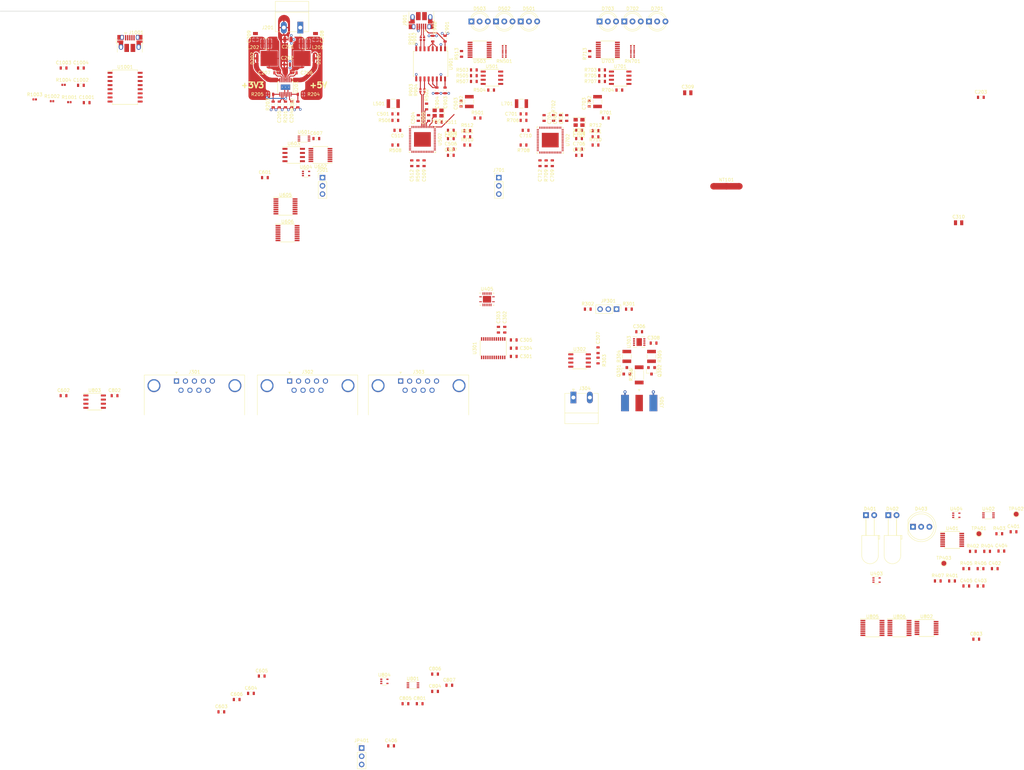
<source format=kicad_pcb>
(kicad_pcb (version 20171130) (host pcbnew "(5.0-dev-4113-gc47821a68)")
  (layers (0 F.Cu signal) (1 GND1.Cu power) (2 PWR2.Cu power) (31 B.Cu signal) (35 F.Paste user) (37 F.SilkS user) (39 F.Mask user) (44 Edge.Cuts user))
  (net 0 "")
  (net 1 /Watchdog/FC2_WD)
  (net 2 /FlightComputer1/IN_CHARGE)
  (net 3 /Watchdog/FC1_WD)
  (net 4 /ExternalCommunications/LOS_OUT)
  (net 5 /ExternalCommunications/PHASE)
  (net 6 "Net-(R305-Pad1)")
  (net 7 "Net-(Q302-Pad1)")
  (net 8 "Net-(R304-Pad2)")
  (net 9 "Net-(Q301-Pad1)")
  (net 10 "Net-(R201-Pad1)")
  (net 11 GND)
  (net 12 +3V3)
  (net 13 "Net-(R508-Pad1)")
  (net 14 /Watchdog/~FC1_PWREN)
  (net 15 /Watchdog/~FC2_PWREN)
  (net 16 "Net-(J304-Pad1)")
  (net 17 "Net-(J304-Pad2)")
  (net 18 /FlightComputer1/EECS)
  (net 19 /ExternalCommunications/RS422_EN)
  (net 20 /ExternalCommunications/LOS_EN)
  (net 21 +5V)
  (net 22 "Net-(C501-Pad1)")
  (net 23 "Net-(D401-Pad2)")
  (net 24 "Net-(R404-Pad2)")
  (net 25 "Net-(D402-Pad2)")
  (net 26 "Net-(R406-Pad1)")
  (net 27 "Net-(D403-Pad1)")
  (net 28 "Net-(D403-Pad3)")
  (net 29 "Net-(R407-Pad1)")
  (net 30 "Net-(C701-Pad1)")
  (net 31 "Net-(R509-Pad1)")
  (net 32 "Net-(R709-Pad1)")
  (net 33 /FlightComputer1/EEDATA)
  (net 34 /FlightComputer1/EECLK)
  (net 35 "Net-(R711-Pad1)")
  (net 36 "Net-(R710-Pad1)")
  (net 37 "Net-(R708-Pad1)")
  (net 38 /FlightComputer2/EEDATA)
  (net 39 /FlightComputer2/EECLK)
  (net 40 /FlightComputer2/EECS)
  (net 41 "Net-(R511-Pad1)")
  (net 42 "Net-(R510-Pad1)")
  (net 43 /FC2_USB/USB_DM)
  (net 44 "Net-(R1004-Pad2)")
  (net 45 "Net-(R1003-Pad2)")
  (net 46 /FC2_USB/USB_DP)
  (net 47 /FC1_USB/USB_DP)
  (net 48 "Net-(R903-Pad2)")
  (net 49 "Net-(J1001-Pad2)")
  (net 50 "Net-(R1002-Pad1)")
  (net 51 /FC1_USB/USB_DM)
  (net 52 "Net-(R904-Pad2)")
  (net 53 "Net-(J1001-Pad3)")
  (net 54 "Net-(R1001-Pad1)")
  (net 55 "Net-(R902-Pad1)")
  (net 56 "Net-(J901-Pad2)")
  (net 57 "Net-(J901-Pad3)")
  (net 58 "Net-(R901-Pad1)")
  (net 59 "Net-(RN501-Pad1)")
  (net 60 "Net-(RN501-Pad3)")
  (net 61 "Net-(RN501-Pad2)")
  (net 62 "Net-(RN501-Pad4)")
  (net 63 "Net-(RN501-Pad7)")
  (net 64 "Net-(RN501-Pad8)")
  (net 65 "Net-(RN501-Pad6)")
  (net 66 "Net-(RN501-Pad5)")
  (net 67 "Net-(RN701-Pad7)")
  (net 68 "Net-(RN701-Pad8)")
  (net 69 "Net-(RN701-Pad2)")
  (net 70 "Net-(RN701-Pad5)")
  (net 71 "Net-(RN701-Pad1)")
  (net 72 "Net-(RN701-Pad3)")
  (net 73 "Net-(RN701-Pad6)")
  (net 74 "Net-(RN701-Pad4)")
  (net 75 /FlightComputer1/LOSComms/BIPHASE)
  (net 76 /FlightComputer2/LOSComms/BIPHASE)
  (net 77 GNDS)
  (net 78 "Net-(C306-Pad1)")
  (net 79 /ExternalCommunications/LOS)
  (net 80 "Net-(C302-Pad1)")
  (net 81 "Net-(C305-Pad1)")
  (net 82 "Net-(C302-Pad2)")
  (net 83 "Net-(C303-Pad1)")
  (net 84 "Net-(C303-Pad2)")
  (net 85 "Net-(C304-Pad1)")
  (net 86 /ExternalCommunications/COMM1_TX)
  (net 87 /ExternalCommunications/COMM2_TX)
  (net 88 "Net-(U301-Pad9)")
  (net 89 /Watchdog/HIGHRATE)
  (net 90 /ExternalCommunications/HIGHRATE_RX)
  (net 91 /ExternalCommunications/COMM2_RX)
  (net 92 /ExternalCommunications/COMM1_RX)
  (net 93 "Net-(J303-Pad2)")
  (net 94 "Net-(J302-Pad2)")
  (net 95 "Net-(J301-Pad2)")
  (net 96 "Net-(J303-Pad3)")
  (net 97 "Net-(J302-Pad3)")
  (net 98 "Net-(J301-Pad3)")
  (net 99 "Net-(U703-Pad9)")
  (net 100 "Net-(U605-Pad9)")
  (net 101 /FlightComputer1/LOSComms/DELAY_CLK)
  (net 102 /FlightComputer1/COMM1_TX)
  (net 103 /FlightComputer2/COMM1_TX)
  (net 104 /FlightComputer1/COMM2_TX)
  (net 105 /FlightComputer2/COMM2_TX)
  (net 106 /Watchdog/FC2_LOS)
  (net 107 /Watchdog/FC1_LOS)
  (net 108 /Watchdog/FC2_HIGHRATE)
  (net 109 /Watchdog/FC1_HIGHRATE)
  (net 110 /FlightComputer2/LOSComms/RNRZ-L)
  (net 111 /FlightComputer2/LOSComms/DELAY_CLK)
  (net 112 "Net-(U806-Pad1)")
  (net 113 "Net-(U806-Pad2)")
  (net 114 "Net-(U806-Pad3)")
  (net 115 "Net-(U806-Pad6)")
  (net 116 "Net-(U806-Pad7)")
  (net 117 "Net-(U806-Pad9)")
  (net 118 "Net-(U806-Pad15)")
  (net 119 "Net-(U605-Pad15)")
  (net 120 /FlightComputer1/LOSComms/RNRZ-L)
  (net 121 "Net-(U605-Pad7)")
  (net 122 "Net-(U605-Pad6)")
  (net 123 "Net-(U605-Pad5)")
  (net 124 "Net-(U605-Pad4)")
  (net 125 "Net-(U605-Pad3)")
  (net 126 "Net-(U605-Pad2)")
  (net 127 "Net-(U605-Pad1)")
  (net 128 "Net-(U503-Pad9)")
  (net 129 /FlightComputer1/LOSComms/DATA)
  (net 130 /FlightComputer1/LOSComms/CLK)
  (net 131 /FlightComputer2/LOSComms/CLK)
  (net 132 /FlightComputer2/LOSComms/DATA)
  (net 133 "Net-(U302-Pad1)")
  (net 134 "Net-(U701-Pad7)")
  (net 135 "Net-(U701-Pad6)")
  (net 136 "Net-(U501-Pad6)")
  (net 137 "Net-(U501-Pad7)")
  (net 138 /FC2_USB/USB_PWR)
  (net 139 /FC2_USB/USB_GND)
  (net 140 "Net-(C1002-Pad1)")
  (net 141 /FC1_USB/USB_GND)
  (net 142 "Net-(C902-Pad1)")
  (net 143 /FC1_USB/USB_PWR)
  (net 144 /Power/PWR_IN)
  (net 145 "Net-(C204-Pad1)")
  (net 146 "Net-(C205-Pad1)")
  (net 147 /FlightComputer2/1V8)
  (net 148 "Net-(U702-Pad14)")
  (net 149 "Net-(U702-Pad15)")
  (net 150 "Net-(U702-Pad17)")
  (net 151 "Net-(U702-Pad18)")
  (net 152 "Net-(U702-Pad19)")
  (net 153 "Net-(U702-Pad20)")
  (net 154 "Net-(U702-Pad24)")
  (net 155 "Net-(U702-Pad26)")
  (net 156 "Net-(U702-Pad27)")
  (net 157 "Net-(U702-Pad28)")
  (net 158 "Net-(U702-Pad29)")
  (net 159 "Net-(U702-Pad30)")
  (net 160 "Net-(U702-Pad34)")
  (net 161 "Net-(U702-Pad37)")
  (net 162 "Net-(U702-Pad38)")
  (net 163 "Net-(U702-Pad39)")
  (net 164 "Net-(U702-Pad40)")
  (net 165 "Net-(U702-Pad47)")
  (net 166 "Net-(U702-Pad51)")
  (net 167 "Net-(U702-Pad52)")
  (net 168 "Net-(U502-Pad52)")
  (net 169 "Net-(U502-Pad51)")
  (net 170 "Net-(U502-Pad47)")
  (net 171 /FlightComputer1/1V8)
  (net 172 "Net-(U502-Pad40)")
  (net 173 "Net-(U502-Pad39)")
  (net 174 "Net-(U502-Pad38)")
  (net 175 "Net-(U502-Pad37)")
  (net 176 "Net-(U502-Pad34)")
  (net 177 "Net-(U502-Pad30)")
  (net 178 "Net-(U502-Pad29)")
  (net 179 "Net-(U502-Pad28)")
  (net 180 "Net-(U502-Pad27)")
  (net 181 "Net-(U502-Pad26)")
  (net 182 "Net-(U502-Pad24)")
  (net 183 "Net-(U502-Pad20)")
  (net 184 "Net-(U502-Pad19)")
  (net 185 "Net-(U502-Pad18)")
  (net 186 "Net-(U502-Pad17)")
  (net 187 "Net-(U502-Pad15)")
  (net 188 "Net-(U502-Pad14)")
  (net 189 GNDPWR)
  (net 190 "Net-(D501-Pad1)")
  (net 191 "Net-(D501-Pad3)")
  (net 192 "Net-(D502-Pad3)")
  (net 193 "Net-(D502-Pad1)")
  (net 194 "Net-(D701-Pad1)")
  (net 195 "Net-(D701-Pad3)")
  (net 196 "Net-(D703-Pad3)")
  (net 197 "Net-(D703-Pad1)")
  (net 198 "Net-(D503-Pad1)")
  (net 199 "Net-(D503-Pad3)")
  (net 200 "Net-(D702-Pad3)")
  (net 201 "Net-(D702-Pad1)")
  (net 202 "Net-(J303-Pad1)")
  (net 203 "Net-(J303-Pad4)")
  (net 204 "Net-(J303-Pad6)")
  (net 205 "Net-(J303-Pad7)")
  (net 206 "Net-(J303-Pad8)")
  (net 207 "Net-(J303-Pad9)")
  (net 208 "Net-(J302-Pad9)")
  (net 209 "Net-(J302-Pad8)")
  (net 210 "Net-(J302-Pad7)")
  (net 211 "Net-(J302-Pad6)")
  (net 212 "Net-(J302-Pad4)")
  (net 213 "Net-(J302-Pad1)")
  (net 214 "Net-(J301-Pad1)")
  (net 215 "Net-(J301-Pad4)")
  (net 216 "Net-(J301-Pad6)")
  (net 217 "Net-(J301-Pad7)")
  (net 218 "Net-(J301-Pad8)")
  (net 219 "Net-(J301-Pad9)")
  (net 220 "Net-(RN701-Pad16)")
  (net 221 "Net-(RN701-Pad15)")
  (net 222 "Net-(RN501-Pad16)")
  (net 223 "Net-(RN501-Pad15)")
  (net 224 /FC1_USB/VBUS2)
  (net 225 /FC2_USB/VBUS2)
  (net 226 "Net-(C703-Pad1)")
  (net 227 "Net-(C503-Pad1)")
  (net 228 "Net-(U702-Pad4)")
  (net 229 "Net-(U502-Pad4)")
  (net 230 /FlightComputer2/REF)
  (net 231 /FlightComputer1/REF)
  (net 232 /FlightComputer2/OSCI)
  (net 233 /FlightComputer1/OSCI)
  (net 234 "Net-(R512-Pad1)")
  (net 235 "Net-(R506-Pad2)")
  (net 236 "Net-(R704-Pad1)")
  (net 237 "Net-(R701-Pad1)")
  (net 238 "Net-(R706-Pad2)")
  (net 239 "Net-(R403-Pad2)")
  (net 240 "Net-(R405-Pad1)")
  (net 241 "Net-(R712-Pad1)")
  (net 242 "Net-(R504-Pad1)")
  (net 243 "Net-(R501-Pad1)")
  (net 244 "Net-(U602-Pad3)")
  (net 245 "Net-(U603-Pad5)")
  (net 246 "Net-(U803-Pad5)")
  (net 247 "Net-(U805-Pad15)")
  (net 248 "Net-(U805-Pad9)")
  (net 249 "Net-(U805-Pad7)")
  (net 250 "Net-(U805-Pad6)")
  (net 251 "Net-(U805-Pad5)")
  (net 252 "Net-(U805-Pad4)")
  (net 253 "Net-(U805-Pad3)")
  (net 254 "Net-(U805-Pad2)")
  (net 255 "Net-(U805-Pad1)")
  (net 256 "Net-(U602-Pad10)")
  (net 257 "Net-(U602-Pad9)")
  (net 258 "Net-(U602-Pad5)")
  (net 259 "Net-(U603-Pad4)")
  (net 260 "Net-(U603-Pad6)")
  (net 261 "Net-(U603-Pad7)")
  (net 262 "Net-(U603-Pad8)")
  (net 263 "Net-(U803-Pad8)")
  (net 264 "Net-(U803-Pad7)")
  (net 265 "Net-(U803-Pad6)")
  (net 266 "Net-(U803-Pad4)")
  (net 267 "Net-(U802-Pad3)")
  (net 268 "Net-(C807-Pad1)")
  (net 269 "Net-(U802-Pad9)")
  (net 270 "Net-(U802-Pad10)")
  (net 271 "Net-(U802-Pad5)")
  (net 272 /Watchdog/FC1_WDO)
  (net 273 /Watchdog/FC2_WDO)
  (net 274 "Net-(U402-Pad5)")
  (net 275 "Net-(C607-Pad1)")
  (net 276 "Net-(U606-Pad15)")
  (net 277 "Net-(U606-Pad9)")
  (net 278 "Net-(U606-Pad7)")
  (net 279 "Net-(U606-Pad6)")
  (net 280 "Net-(U606-Pad3)")
  (net 281 "Net-(U606-Pad2)")
  (net 282 "Net-(U606-Pad1)")
  (net 283 /Power/FB2)
  (net 284 /Power/FB1)
  (net 285 /Power/DA1)
  (net 286 /Power/BOOST1)
  (net 287 /Power/SW1)
  (net 288 /Power/SW2)
  (net 289 /Power/BOOST2)
  (net 290 /Power/DA2)
  (module Package_SO:VSSOP-8_2.3x2mm_P0.5mm (layer F.Cu) (at 161.925 246.38)
    (fp_text reference U801 (at 0 -2) (layer F.SilkS))
    (fp_text value 74LVC3G14)
    (pad 1 smd rect (at -1.55 -0.75 270) (size 0.3 0.8) (layers F.Cu F.Paste F.Mask) (net 131 /FlightComputer2/LOSComms/CLK))
    (pad 2 smd rect (at -1.55 -0.25 270) (size 0.3 0.8) (layers F.Cu F.Paste F.Mask))
    (pad 3 smd rect (at -1.55 0.25 270) (size 0.3 0.8) (layers F.Cu F.Paste F.Mask))
    (pad 4 smd rect (at -1.55 0.75 270) (size 0.3 0.8) (layers F.Cu F.Paste F.Mask) (net 11 GND))
    (pad 5 smd rect (at 1.55 0.75 270) (size 0.3 0.8) (layers F.Cu F.Paste F.Mask))
    (pad 6 smd rect (at 1.55 0.25 270) (size 0.3 0.8) (layers F.Cu F.Paste F.Mask))
    (pad 7 smd rect (at 1.55 -0.25 270) (size 0.3 0.8) (layers F.Cu F.Paste F.Mask) (net 268 "Net-(C807-Pad1)"))
    (pad 8 smd rect (at 1.55 -0.75 270) (size 0.3 0.8) (layers F.Cu F.Paste F.Mask) (net 12 +3V3))
  )
  (module Capacitor_SMD:C_0603_1608Metric (layer F.Cu) (at 54.008571 156.9125)
    (fp_text reference C602 (at 0 -1.65) (layer F.SilkS))
    (fp_text value 0u1F)
    (pad 2 smd rect (at 0.875 0) (size 0.67 1) (layers F.Cu F.Paste F.Mask) (net 11 GND))
    (pad 1 smd rect (at -0.875 0) (size 0.67 1) (layers F.Cu F.Paste F.Mask) (net 12 +3V3))
  )
  (module Capacitor_SMD:C_0603_1608Metric (layer F.Cu) (at 69.778571 156.9125)
    (fp_text reference C802 (at 0 -1.65) (layer F.SilkS))
    (fp_text value 0u1F)
    (pad 1 smd rect (at -0.875 0) (size 0.67 1) (layers F.Cu F.Paste F.Mask) (net 12 +3V3))
    (pad 2 smd rect (at 0.875 0) (size 0.67 1) (layers F.Cu F.Paste F.Mask) (net 11 GND))
  )
  (module Package_SO:SOIC-8_3.9x4.9mm_P1.27mm (layer F.Cu) (at 63.620001 158.7625)
    (fp_text reference U803 (at 0 -3.5) (layer F.SilkS))
    (fp_text value 501BMILF)
    (pad 8 smd rect (at 2.7 -1.905) (size 1.55 0.6) (layers F.Cu F.Paste F.Mask) (net 263 "Net-(U803-Pad8)"))
    (pad 7 smd rect (at 2.7 -0.635) (size 1.55 0.6) (layers F.Cu F.Paste F.Mask) (net 264 "Net-(U803-Pad7)"))
    (pad 6 smd rect (at 2.7 0.635) (size 1.55 0.6) (layers F.Cu F.Paste F.Mask) (net 265 "Net-(U803-Pad6)"))
    (pad 5 smd rect (at 2.7 1.905) (size 1.55 0.6) (layers F.Cu F.Paste F.Mask) (net 246 "Net-(U803-Pad5)"))
    (pad 4 smd rect (at -2.7 1.905) (size 1.55 0.6) (layers F.Cu F.Paste F.Mask) (net 266 "Net-(U803-Pad4)"))
    (pad 3 smd rect (at -2.7 0.635) (size 1.55 0.6) (layers F.Cu F.Paste F.Mask) (net 11 GND))
    (pad 2 smd rect (at -2.7 -0.635) (size 1.55 0.6) (layers F.Cu F.Paste F.Mask) (net 12 +3V3))
    (pad 1 smd rect (at -2.7 -1.905) (size 1.55 0.6) (layers F.Cu F.Paste F.Mask) (net 111 /FlightComputer2/LOSComms/DELAY_CLK))
  )
  (module Package_SO:SOIC-8_3.9x4.9mm_P1.27mm (layer F.Cu) (at 125.095 82.55)
    (fp_text reference U603 (at 0 -3.5) (layer F.SilkS))
    (fp_text value 501BMILF)
    (pad 1 smd rect (at -2.7 -1.905) (size 1.55 0.6) (layers F.Cu F.Paste F.Mask) (net 101 /FlightComputer1/LOSComms/DELAY_CLK))
    (pad 2 smd rect (at -2.7 -0.635) (size 1.55 0.6) (layers F.Cu F.Paste F.Mask) (net 12 +3V3))
    (pad 3 smd rect (at -2.7 0.635) (size 1.55 0.6) (layers F.Cu F.Paste F.Mask) (net 11 GND))
    (pad 4 smd rect (at -2.7 1.905) (size 1.55 0.6) (layers F.Cu F.Paste F.Mask) (net 259 "Net-(U603-Pad4)"))
    (pad 5 smd rect (at 2.7 1.905) (size 1.55 0.6) (layers F.Cu F.Paste F.Mask) (net 245 "Net-(U603-Pad5)"))
    (pad 6 smd rect (at 2.7 0.635) (size 1.55 0.6) (layers F.Cu F.Paste F.Mask) (net 260 "Net-(U603-Pad6)"))
    (pad 7 smd rect (at 2.7 -0.635) (size 1.55 0.6) (layers F.Cu F.Paste F.Mask) (net 261 "Net-(U603-Pad7)"))
    (pad 8 smd rect (at 2.7 -1.905) (size 1.55 0.6) (layers F.Cu F.Paste F.Mask) (net 262 "Net-(U603-Pad8)"))
  )
  (module Capacitor_SMD:C_0603_1608Metric (layer F.Cu) (at 173.609 74.93 180)
    (fp_text reference C502 (at 0 -1.65 180) (layer F.SilkS))
    (fp_text value 10nF)
    (pad 2 smd rect (at 0.875 0 180) (size 0.67 1) (layers F.Cu F.Paste F.Mask) (net 11 GND))
    (pad 1 smd rect (at -0.875 0 180) (size 0.67 1) (layers F.Cu F.Paste F.Mask) (net 12 +3V3))
  )
  (module Capacitor_SMD:C_0603_1608Metric (layer F.Cu) (at 213.205002 74.93 180)
    (fp_text reference C702 (at 0 -1.65 180) (layer F.SilkS))
    (fp_text value 10nF)
    (pad 1 smd rect (at -0.875 0 180) (size 0.67 1) (layers F.Cu F.Paste F.Mask) (net 12 +3V3))
    (pad 2 smd rect (at 0.875 0 180) (size 0.67 1) (layers F.Cu F.Paste F.Mask) (net 11 GND))
  )
  (module Oscillator:Oscillator_SMD_Abracon_ASE-4Pin_3.2x2.5mm (layer F.Cu) (at 213.205002 72.485 180)
    (fp_text reference X701 (at 0 -2.45 180) (layer F.SilkS))
    (fp_text value ASEMB-12MHz)
    (pad 4 smd rect (at -1.05 -0.825 180) (size 1.3 1.1) (layers F.Cu F.Paste F.Mask) (net 12 +3V3))
    (pad 3 smd rect (at 1.05 -0.825 180) (size 1.3 1.1) (layers F.Cu F.Paste F.Mask) (net 232 /FlightComputer2/OSCI))
    (pad 2 smd rect (at 1.05 0.825 180) (size 1.3 1.1) (layers F.Cu F.Paste F.Mask) (net 11 GND))
    (pad 1 smd rect (at -1.05 0.825 180) (size 1.3 1.1) (layers F.Cu F.Paste F.Mask) (net 237 "Net-(R701-Pad1)"))
  )
  (module Oscillator:Oscillator_SMD_Abracon_ASE-4Pin_3.2x2.5mm (layer F.Cu) (at 169.672 69.596 180)
    (fp_text reference X501 (at 0 -2.45 180) (layer F.SilkS))
    (fp_text value ASEMB-12MHz)
    (pad 1 smd rect (at -1.05 0.825 180) (size 1.3 1.1) (layers F.Cu F.Paste F.Mask) (net 243 "Net-(R501-Pad1)"))
    (pad 2 smd rect (at 1.05 0.825 180) (size 1.3 1.1) (layers F.Cu F.Paste F.Mask) (net 11 GND))
    (pad 3 smd rect (at 1.05 -0.825 180) (size 1.3 1.1) (layers F.Cu F.Paste F.Mask) (net 233 /FlightComputer1/OSCI))
    (pad 4 smd rect (at -1.05 -0.825 180) (size 1.3 1.1) (layers F.Cu F.Paste F.Mask) (net 12 +3V3))
  )
  (module Resistor_SMD:R_0603_1608Metric (layer F.Cu) (at 181.864 71.12)
    (fp_text reference R501 (at 0 -1.65) (layer F.SilkS))
    (fp_text value 10k)
    (pad 2 smd rect (at 0.875 0) (size 0.67 1) (layers F.Cu F.Paste F.Mask) (net 12 +3V3))
    (pad 1 smd rect (at -0.875 0) (size 0.67 1) (layers F.Cu F.Paste F.Mask) (net 243 "Net-(R501-Pad1)"))
  )
  (module Resistor_SMD:R_0603_1608Metric (layer F.Cu) (at 221.460002 71.12)
    (fp_text reference R701 (at 0 -1.65) (layer F.SilkS))
    (fp_text value 10k)
    (pad 1 smd rect (at -0.875 0) (size 0.67 1) (layers F.Cu F.Paste F.Mask) (net 237 "Net-(R701-Pad1)"))
    (pad 2 smd rect (at 0.875 0) (size 0.67 1) (layers F.Cu F.Paste F.Mask) (net 12 +3V3))
  )
  (module Resistor_SMD:R_1210_3225Metric (layer F.Cu) (at 155.829 66.675 180)
    (fp_text reference L501 (at 4.445 0 180) (layer F.SilkS))
    (fp_text value 4u7H)
    (pad 2 smd rect (at 1.505 0 180) (size 1.07 2.7) (layers F.Cu F.Paste F.Mask) (net 12 +3V3))
    (pad 1 smd rect (at -1.505 0 180) (size 1.07 2.7) (layers F.Cu F.Paste F.Mask) (net 22 "Net-(C501-Pad1)"))
  )
  (module Resistor_SMD:R_1210_3225Metric (layer F.Cu) (at 179.324 66.04 90)
    (fp_text reference L502 (at 0 -2.5 90) (layer F.SilkS))
    (fp_text value 4u7H)
    (pad 1 smd rect (at -1.505 0 90) (size 1.07 2.7) (layers F.Cu F.Paste F.Mask) (net 227 "Net-(C503-Pad1)"))
    (pad 2 smd rect (at 1.505 0 90) (size 1.07 2.7) (layers F.Cu F.Paste F.Mask) (net 12 +3V3))
  )
  (module Resistor_SMD:R_1210_3225Metric (layer F.Cu) (at 195.425002 66.675 180)
    (fp_text reference L701 (at 4.445 0 180) (layer F.SilkS))
    (fp_text value 4u7H)
    (pad 2 smd rect (at 1.505 0 180) (size 1.07 2.7) (layers F.Cu F.Paste F.Mask) (net 12 +3V3))
    (pad 1 smd rect (at -1.505 0 180) (size 1.07 2.7) (layers F.Cu F.Paste F.Mask) (net 30 "Net-(C701-Pad1)"))
  )
  (module Resistor_SMD:R_1210_3225Metric (layer F.Cu) (at 218.920002 66.04 90)
    (fp_text reference L702 (at 0 -2.5 90) (layer F.SilkS))
    (fp_text value 4u7H)
    (pad 1 smd rect (at -1.505 0 90) (size 1.07 2.7) (layers F.Cu F.Paste F.Mask) (net 226 "Net-(C703-Pad1)"))
    (pad 2 smd rect (at 1.505 0 90) (size 1.07 2.7) (layers F.Cu F.Paste F.Mask) (net 12 +3V3))
  )
  (module Capacitor_SMD:C_0603_1608Metric (layer F.Cu) (at 155.168571 265.1165)
    (fp_text reference C406 (at 0 -1.65) (layer F.SilkS))
    (fp_text value 0u1F)
    (pad 1 smd rect (at -0.875 0) (size 0.67 1) (layers F.Cu F.Paste F.Mask) (net 2 /FlightComputer1/IN_CHARGE))
    (pad 2 smd rect (at 0.875 0) (size 0.67 1) (layers F.Cu F.Paste F.Mask) (net 11 GND))
  )
  (module Connector_PinHeader_2.54mm:PinHeader_1x03_P2.54mm_Vertical (layer F.Cu) (at 146.079047 265.7965)
    (fp_text reference JP401 (at 0 -2.33) (layer F.SilkS))
    (fp_text value Jumper_NO_Small)
    (pad 1 thru_hole rect (at 0 0) (size 1.7 1.7) (drill 1) (layers *.Cu *.Mask) (net 12 +3V3))
    (pad 2 thru_hole oval (at 0 2.54) (size 1.7 1.7) (drill 1) (layers *.Cu *.Mask) (net 2 /FlightComputer1/IN_CHARGE))
    (pad 3 thru_hole oval (at 0 5.08) (size 1.7 1.7) (drill 1) (layers *.Cu *.Mask) (net 11 GND))
  )
  (module Package_SO:VSSOP-8_2.3x2mm_P0.5mm (layer F.Cu) (at 128.27 77.47)
    (fp_text reference U601 (at 0 -2) (layer F.SilkS))
    (fp_text value 74LVC3G14)
    (pad 1 smd rect (at -1.55 -0.75 270) (size 0.3 0.8) (layers F.Cu F.Paste F.Mask) (net 130 /FlightComputer1/LOSComms/CLK))
    (pad 2 smd rect (at -1.55 -0.25 270) (size 0.3 0.8) (layers F.Cu F.Paste F.Mask) (net 101 /FlightComputer1/LOSComms/DELAY_CLK))
    (pad 3 smd rect (at -1.55 0.25 270) (size 0.3 0.8) (layers F.Cu F.Paste F.Mask) (net 268 "Net-(C807-Pad1)"))
    (pad 4 smd rect (at -1.55 0.75 270) (size 0.3 0.8) (layers F.Cu F.Paste F.Mask) (net 11 GND))
    (pad 5 smd rect (at 1.55 0.75 270) (size 0.3 0.8) (layers F.Cu F.Paste F.Mask) (net 111 /FlightComputer2/LOSComms/DELAY_CLK))
    (pad 6 smd rect (at 1.55 0.25 270) (size 0.3 0.8) (layers F.Cu F.Paste F.Mask) (net 275 "Net-(C607-Pad1)"))
    (pad 7 smd rect (at 1.55 -0.25 270) (size 0.3 0.8) (layers F.Cu F.Paste F.Mask) (net 275 "Net-(C607-Pad1)"))
    (pad 8 smd rect (at 1.55 -0.75 270) (size 0.3 0.8) (layers F.Cu F.Paste F.Mask) (net 12 +3V3))
  )
  (module Package_SO:VSSOP-8_2.3x2mm_P0.5mm (layer F.Cu) (at 339.628285 193.8745)
    (fp_text reference U402 (at 0 -2) (layer F.SilkS))
    (fp_text value 74LVC2G00)
    (pad 1 smd rect (at -1.55 -0.75 270) (size 0.3 0.8) (layers F.Cu F.Paste F.Mask) (net 2 /FlightComputer1/IN_CHARGE))
    (pad 2 smd rect (at -1.55 -0.25 270) (size 0.3 0.8) (layers F.Cu F.Paste F.Mask) (net 272 /Watchdog/FC1_WDO))
    (pad 3 smd rect (at -1.55 0.25 270) (size 0.3 0.8) (layers F.Cu F.Paste F.Mask) (net 29 "Net-(R407-Pad1)"))
    (pad 4 smd rect (at -1.55 0.75 270) (size 0.3 0.8) (layers F.Cu F.Paste F.Mask) (net 11 GND))
    (pad 5 smd rect (at 1.55 0.75 270) (size 0.3 0.8) (layers F.Cu F.Paste F.Mask) (net 274 "Net-(U402-Pad5)"))
    (pad 6 smd rect (at 1.55 0.25 270) (size 0.3 0.8) (layers F.Cu F.Paste F.Mask) (net 273 /Watchdog/FC2_WDO))
    (pad 7 smd rect (at 1.55 -0.25 270) (size 0.3 0.8) (layers F.Cu F.Paste F.Mask) (net 274 "Net-(U402-Pad5)"))
    (pad 8 smd rect (at 1.55 -0.75 270) (size 0.3 0.8) (layers F.Cu F.Paste F.Mask) (net 12 +3V3))
  )
  (module TI-QFN:Texas_R-PVQFN-N16_EP4x3.5_Pitch0.5mm (layer F.Cu) (at 184.7825 127.122501)
    (fp_text reference U405 (at 0 -3.175) (layer F.SilkS))
    (fp_text value 74AHC157)
    (pad 16 smd custom (at -2.05 -0.75 90) (size 0.28 0.71) (layers F.Cu F.Paste F.Mask) (net 12 +3V3) (options (clearance outline) (anchor rect)) (primitives (gr_circle (center 0 0.355) (end 0.14 0.355) (width 0))))
    (pad 1 smd custom (at -2.05 0.75 90) (size 0.28 0.71) (layers F.Cu F.Paste F.Mask) (net 2 /FlightComputer1/IN_CHARGE) (options (clearance outline) (anchor rect)) (primitives (gr_circle (center 0 0.355) (end 0.14 0.355) (width 0))))
    (pad 2 smd custom (at -1.25 1.8 180) (size 0.28 0.71) (layers F.Cu F.Paste F.Mask) (net 102 /FlightComputer1/COMM1_TX) (options (clearance outline) (anchor rect)) (primitives (gr_circle (center 0 0.355) (end 0.14 0.355) (width 0))))
    (pad 3 smd custom (at -0.75 1.8 180) (size 0.28 0.71) (layers F.Cu F.Paste F.Mask) (net 103 /FlightComputer2/COMM1_TX) (options (clearance outline) (anchor rect)) (primitives (gr_circle (center 0 0.355) (end 0.14 0.355) (width 0))))
    (pad 4 smd custom (at -0.25 1.8 180) (size 0.28 0.71) (layers F.Cu F.Paste F.Mask) (net 86 /ExternalCommunications/COMM1_TX) (options (clearance outline) (anchor rect)) (primitives (gr_circle (center 0 0.355) (end 0.14 0.355) (width 0))))
    (pad 5 smd custom (at 0.25 1.8 180) (size 0.28 0.71) (layers F.Cu F.Paste F.Mask) (net 104 /FlightComputer1/COMM2_TX) (options (clearance outline) (anchor rect)) (primitives (gr_circle (center 0 0.355) (end 0.14 0.355) (width 0))))
    (pad 6 smd custom (at 0.75 1.8 180) (size 0.28 0.71) (layers F.Cu F.Paste F.Mask) (net 105 /FlightComputer2/COMM2_TX) (options (clearance outline) (anchor rect)) (primitives (gr_circle (center 0 0.355) (end 0.14 0.355) (width 0))))
    (pad 7 smd custom (at 1.25 1.8 180) (size 0.28 0.71) (layers F.Cu F.Paste F.Mask) (net 87 /ExternalCommunications/COMM2_TX) (options (clearance outline) (anchor rect)) (primitives (gr_circle (center 0 0.355) (end 0.14 0.355) (width 0))))
    (pad 8 smd custom (at 2.05 0.75 270) (size 0.28 0.71) (layers F.Cu F.Paste F.Mask) (net 11 GND) (options (clearance outline) (anchor rect)) (primitives (gr_circle (center 0 0.355) (end 0.14 0.355) (width 0))))
    (pad 9 smd custom (at 2.05 -0.75 270) (size 0.28 0.71) (layers F.Cu F.Paste F.Mask) (net 79 /ExternalCommunications/LOS) (options (clearance outline) (anchor rect)) (primitives (gr_circle (center 0 0.355) (end 0.14 0.355) (width 0))))
    (pad 10 smd custom (at 1.25 -1.8) (size 0.28 0.71) (layers F.Cu F.Paste F.Mask) (net 106 /Watchdog/FC2_LOS) (options (clearance outline) (anchor rect)) (primitives (gr_circle (center 0 0.355) (end 0.14 0.355) (width 0))))
    (pad 11 smd custom (at 0.75 -1.8) (size 0.28 0.71) (layers F.Cu F.Paste F.Mask) (net 107 /Watchdog/FC1_LOS) (options (clearance outline) (anchor rect)) (primitives (gr_circle (center 0 0.355) (end 0.14 0.355) (width 0))))
    (pad 12 smd custom (at 0.25 -1.8) (size 0.28 0.71) (layers F.Cu F.Paste F.Mask) (net 89 /Watchdog/HIGHRATE) (options (clearance outline) (anchor rect)) (primitives (gr_circle (center 0 0.355) (end 0.14 0.355) (width 0))))
    (pad 13 smd custom (at -0.25 -1.8) (size 0.28 0.71) (layers F.Cu F.Paste F.Mask) (net 108 /Watchdog/FC2_HIGHRATE) (options (clearance outline) (anchor rect)) (primitives (gr_circle (center 0 0.355) (end 0.14 0.355) (width 0))))
    (pad 14 smd custom (at -0.75 -1.8) (size 0.28 0.71) (layers F.Cu F.Paste F.Mask) (net 109 /Watchdog/FC1_HIGHRATE) (options (clearance outline) (anchor rect)) (primitives (gr_circle (center 0 0.355) (end 0.14 0.355) (width 0))))
    (pad 15 smd custom (at -1.25 -1.8) (size 0.28 0.71) (layers F.Cu F.Paste F.Mask) (net 11 GND) (options (clearance outline) (anchor rect)) (primitives (gr_circle (center 0 0.355) (end 0.14 0.355) (width 0))))
    (pad 17 smd rect (at -0.6375 -0.512499) (size 1.275 1.024999) (layers F.Cu F.Paste F.Mask) (net 11 GND))
    (pad 17 smd rect (at -0.6375 0.512499) (size 1.275 1.024999) (layers F.Cu F.Paste F.Mask) (net 11 GND))
    (pad 17 smd rect (at 0.6375 -0.512499) (size 1.275 1.024999) (layers F.Cu F.Paste F.Mask) (net 11 GND))
    (pad 17 smd rect (at 0.6375 0.512499) (size 1.275 1.024999) (layers F.Cu F.Paste F.Mask) (net 11 GND))
  )
  (module ResistorArray:R_Array_Convex_8x0402 (layer F.Cu) (at 190.119 50.546 180)
    (fp_text reference RN501 (at 0 -3.04 180) (layer F.SilkS))
    (fp_text value 330R)
    (pad 11 smd rect (at 0.5 0.75 180) (size 0.5 0.3) (layers F.Cu F.Paste F.Mask) (net 192 "Net-(D502-Pad3)"))
    (pad 12 smd rect (at 0.5 0.25 180) (size 0.5 0.4) (layers F.Cu F.Paste F.Mask) (net 193 "Net-(D502-Pad1)"))
    (pad 6 smd rect (at -0.5 0.75 180) (size 0.5 0.3) (layers F.Cu F.Paste F.Mask) (net 65 "Net-(RN501-Pad6)"))
    (pad 9 smd rect (at 0.5 1.75 180) (size 0.5 0.4) (layers F.Cu F.Paste F.Mask) (net 199 "Net-(D503-Pad3)"))
    (pad 5 smd rect (at -0.5 0.25 180) (size 0.5 0.4) (layers F.Cu F.Paste F.Mask) (net 66 "Net-(RN501-Pad5)"))
    (pad 7 smd rect (at -0.5 1.25 180) (size 0.5 0.3) (layers F.Cu F.Paste F.Mask) (net 63 "Net-(RN501-Pad7)"))
    (pad 10 smd rect (at 0.5 1.25 180) (size 0.5 0.3) (layers F.Cu F.Paste F.Mask) (net 198 "Net-(D503-Pad1)"))
    (pad 8 smd rect (at -0.5 1.75 180) (size 0.5 0.4) (layers F.Cu F.Paste F.Mask) (net 64 "Net-(RN501-Pad8)"))
    (pad 13 smd rect (at 0.5 -0.25 180) (size 0.5 0.4) (layers F.Cu F.Paste F.Mask) (net 191 "Net-(D501-Pad3)"))
    (pad 14 smd rect (at 0.5 -0.75 180) (size 0.5 0.3) (layers F.Cu F.Paste F.Mask) (net 190 "Net-(D501-Pad1)"))
    (pad 16 smd rect (at 0.5 -1.75 180) (size 0.5 0.4) (layers F.Cu F.Paste F.Mask) (net 222 "Net-(RN501-Pad16)"))
    (pad 15 smd rect (at 0.5 -1.25 180) (size 0.5 0.3) (layers F.Cu F.Paste F.Mask) (net 223 "Net-(RN501-Pad15)"))
    (pad 4 smd rect (at -0.5 -0.25 180) (size 0.5 0.4) (layers F.Cu F.Paste F.Mask) (net 62 "Net-(RN501-Pad4)"))
    (pad 2 smd rect (at -0.5 -1.25 180) (size 0.5 0.3) (layers F.Cu F.Paste F.Mask) (net 61 "Net-(RN501-Pad2)"))
    (pad 3 smd rect (at -0.5 -0.75 180) (size 0.5 0.3) (layers F.Cu F.Paste F.Mask) (net 60 "Net-(RN501-Pad3)"))
    (pad 1 smd rect (at -0.5 -1.75 180) (size 0.5 0.4) (layers F.Cu F.Paste F.Mask) (net 59 "Net-(RN501-Pad1)"))
  )
  (module ResistorArray:R_Array_Convex_8x0402 (layer F.Cu) (at 229.715002 50.546 180)
    (fp_text reference RN701 (at 0 -3.04 180) (layer F.SilkS))
    (fp_text value 330R)
    (pad 11 smd rect (at 0.5 0.75 180) (size 0.5 0.3) (layers F.Cu F.Paste F.Mask) (net 200 "Net-(D702-Pad3)"))
    (pad 12 smd rect (at 0.5 0.25 180) (size 0.5 0.4) (layers F.Cu F.Paste F.Mask) (net 201 "Net-(D702-Pad1)"))
    (pad 6 smd rect (at -0.5 0.75 180) (size 0.5 0.3) (layers F.Cu F.Paste F.Mask) (net 73 "Net-(RN701-Pad6)"))
    (pad 9 smd rect (at 0.5 1.75 180) (size 0.5 0.4) (layers F.Cu F.Paste F.Mask) (net 196 "Net-(D703-Pad3)"))
    (pad 5 smd rect (at -0.5 0.25 180) (size 0.5 0.4) (layers F.Cu F.Paste F.Mask) (net 70 "Net-(RN701-Pad5)"))
    (pad 7 smd rect (at -0.5 1.25 180) (size 0.5 0.3) (layers F.Cu F.Paste F.Mask) (net 67 "Net-(RN701-Pad7)"))
    (pad 10 smd rect (at 0.5 1.25 180) (size 0.5 0.3) (layers F.Cu F.Paste F.Mask) (net 197 "Net-(D703-Pad1)"))
    (pad 8 smd rect (at -0.5 1.75 180) (size 0.5 0.4) (layers F.Cu F.Paste F.Mask) (net 68 "Net-(RN701-Pad8)"))
    (pad 13 smd rect (at 0.5 -0.25 180) (size 0.5 0.4) (layers F.Cu F.Paste F.Mask) (net 195 "Net-(D701-Pad3)"))
    (pad 14 smd rect (at 0.5 -0.75 180) (size 0.5 0.3) (layers F.Cu F.Paste F.Mask) (net 194 "Net-(D701-Pad1)"))
    (pad 16 smd rect (at 0.5 -1.75 180) (size 0.5 0.4) (layers F.Cu F.Paste F.Mask) (net 220 "Net-(RN701-Pad16)"))
    (pad 15 smd rect (at 0.5 -1.25 180) (size 0.5 0.3) (layers F.Cu F.Paste F.Mask) (net 221 "Net-(RN701-Pad15)"))
    (pad 4 smd rect (at -0.5 -0.25 180) (size 0.5 0.4) (layers F.Cu F.Paste F.Mask) (net 74 "Net-(RN701-Pad4)"))
    (pad 2 smd rect (at -0.5 -1.25 180) (size 0.5 0.3) (layers F.Cu F.Paste F.Mask) (net 69 "Net-(RN701-Pad2)"))
    (pad 3 smd rect (at -0.5 -0.75 180) (size 0.5 0.3) (layers F.Cu F.Paste F.Mask) (net 72 "Net-(RN701-Pad3)"))
    (pad 1 smd rect (at -0.5 -1.75 180) (size 0.5 0.4) (layers F.Cu F.Paste F.Mask) (net 71 "Net-(RN701-Pad1)"))
  )
  (module Capacitor_SMD:C_0603_1608Metric (layer F.Cu) (at 337.287571 64.7245)
    (fp_text reference C203 (at 0 -1.65) (layer F.SilkS))
    (fp_text value 0u1F)
    (pad 1 smd rect (at -0.875 0) (size 0.67 1) (layers F.Cu F.Paste F.Mask) (net 144 /Power/PWR_IN))
    (pad 2 smd rect (at 0.875 0) (size 0.67 1) (layers F.Cu F.Paste F.Mask) (net 11 GND))
  )
  (module Capacitor_SMD:C_0603_1608Metric (layer F.Cu) (at 124.46 66.929 270)
    (fp_text reference C204 (at 3.81 0 270) (layer F.SilkS))
    (fp_text value 22nF)
    (pad 2 smd rect (at 0.875 0 270) (size 0.67 1) (layers F.Cu F.Paste F.Mask) (net 11 GND))
    (pad 1 smd rect (at -0.875 0 270) (size 0.67 1) (layers F.Cu F.Paste F.Mask) (net 145 "Net-(C204-Pad1)"))
  )
  (module Capacitor_SMD:C_0603_1608Metric (layer F.Cu) (at 120.65 66.929 270)
    (fp_text reference C205 (at 3.81 0 270) (layer F.SilkS))
    (fp_text value 22nF)
    (pad 1 smd rect (at -0.875 0 270) (size 0.67 1) (layers F.Cu F.Paste F.Mask) (net 146 "Net-(C205-Pad1)"))
    (pad 2 smd rect (at 0.875 0 270) (size 0.67 1) (layers F.Cu F.Paste F.Mask) (net 11 GND))
  )
  (module Capacitor_SMD:C_0603_1608Metric (layer F.Cu) (at 125.095 57.15 180)
    (fp_text reference C206 (at -4 0 180) (layer F.SilkS))
    (fp_text value 0u1F)
    (pad 2 smd rect (at 0.875 0 180) (size 0.67 1) (layers F.Cu F.Paste F.Mask) (net 287 /Power/SW1))
    (pad 1 smd rect (at -0.875 0 180) (size 0.67 1) (layers F.Cu F.Paste F.Mask) (net 286 /Power/BOOST1))
  )
  (module Capacitor_SMD:C_0603_1608Metric (layer F.Cu) (at 120.015 57.15)
    (fp_text reference C207 (at -4 0) (layer F.SilkS))
    (fp_text value 0u1F)
    (pad 1 smd rect (at -0.875 0) (size 0.67 1) (layers F.Cu F.Paste F.Mask) (net 289 /Power/BOOST2))
    (pad 2 smd rect (at 0.875 0) (size 0.67 1) (layers F.Cu F.Paste F.Mask) (net 288 /Power/SW2))
  )
  (module Capacitor_SMD:C_0603_1608Metric (layer F.Cu) (at 193.04 144.78)
    (fp_text reference C301 (at 3.81 0) (layer F.SilkS))
    (fp_text value 0u1F)
    (pad 2 smd rect (at 0.875 0) (size 0.67 1) (layers F.Cu F.Paste F.Mask) (net 77 GNDS))
    (pad 1 smd rect (at -0.875 0) (size 0.67 1) (layers F.Cu F.Paste F.Mask) (net 12 +3V3))
  )
  (module Capacitor_SMD:C_0603_1608Metric (layer F.Cu) (at 190.265 136.525 90)
    (fp_text reference C302 (at 3.81 0 90) (layer F.SilkS))
    (fp_text value 0u1F)
    (pad 1 smd rect (at -0.875 0 90) (size 0.67 1) (layers F.Cu F.Paste F.Mask) (net 80 "Net-(C302-Pad1)"))
    (pad 2 smd rect (at 0.875 0 90) (size 0.67 1) (layers F.Cu F.Paste F.Mask) (net 82 "Net-(C302-Pad2)"))
  )
  (module Capacitor_SMD:C_0603_1608Metric (layer F.Cu) (at 188.315 136.525 90)
    (fp_text reference C303 (at 3.81 0 270) (layer F.SilkS))
    (fp_text value 0u1F)
    (pad 2 smd rect (at 0.875 0 90) (size 0.67 1) (layers F.Cu F.Paste F.Mask) (net 84 "Net-(C303-Pad2)"))
    (pad 1 smd rect (at -0.875 0 90) (size 0.67 1) (layers F.Cu F.Paste F.Mask) (net 83 "Net-(C303-Pad1)"))
  )
  (module Capacitor_SMD:C_0603_1608Metric (layer F.Cu) (at 193.04 139.7)
    (fp_text reference C305 (at 3.81 0) (layer F.SilkS))
    (fp_text value 0u1F)
    (pad 2 smd rect (at 0.875 0) (size 0.67 1) (layers F.Cu F.Paste F.Mask) (net 77 GNDS))
    (pad 1 smd rect (at -0.875 0) (size 0.67 1) (layers F.Cu F.Paste F.Mask) (net 81 "Net-(C305-Pad1)"))
  )
  (module Capacitor_SMD:C_0603_1608Metric (layer F.Cu) (at 231.775 137.16)
    (fp_text reference C306 (at 0 -1.65) (layer F.SilkS))
    (fp_text value 0u22F)
    (pad 1 smd rect (at -0.875 0) (size 0.67 1) (layers F.Cu F.Paste F.Mask) (net 78 "Net-(C306-Pad1)"))
    (pad 2 smd rect (at 0.875 0) (size 0.67 1) (layers F.Cu F.Paste F.Mask) (net 5 /ExternalCommunications/PHASE))
  )
  (module Capacitor_SMD:C_0603_1608Metric (layer F.Cu) (at 219.075 142.875 90)
    (fp_text reference C307 (at 3.81 0 90) (layer F.SilkS))
    (fp_text value 0u1F)
    (pad 2 smd rect (at 0.875 0 90) (size 0.67 1) (layers F.Cu F.Paste F.Mask) (net 77 GNDS))
    (pad 1 smd rect (at -0.875 0 90) (size 0.67 1) (layers F.Cu F.Paste F.Mask) (net 12 +3V3))
  )
  (module Capacitor_SMD:C_0603_1608Metric (layer F.Cu) (at 236.22 140.67)
    (fp_text reference C308 (at 0 -1.65) (layer F.SilkS))
    (fp_text value 0u1F)
    (pad 1 smd rect (at -0.875 0) (size 0.67 1) (layers F.Cu F.Paste F.Mask) (net 21 +5V))
    (pad 2 smd rect (at 0.875 0) (size 0.67 1) (layers F.Cu F.Paste F.Mask) (net 77 GNDS))
  )
  (module Capacitor_SMD:C_0603_1608Metric (layer F.Cu) (at 341.582571 210.3645)
    (fp_text reference C402 (at 0 -1.65) (layer F.SilkS))
    (fp_text value 0u1F)
    (pad 2 smd rect (at 0.875 0) (size 0.67 1) (layers F.Cu F.Paste F.Mask) (net 11 GND))
    (pad 1 smd rect (at -0.875 0) (size 0.67 1) (layers F.Cu F.Paste F.Mask) (net 12 +3V3))
  )
  (module Capacitor_SMD:C_0603_1608Metric (layer F.Cu) (at 337.182571 215.7145)
    (fp_text reference C403 (at 0 -1.65) (layer F.SilkS))
    (fp_text value 0u1F)
    (pad 1 smd rect (at -0.875 0) (size 0.67 1) (layers F.Cu F.Paste F.Mask) (net 12 +3V3))
    (pad 2 smd rect (at 0.875 0) (size 0.67 1) (layers F.Cu F.Paste F.Mask) (net 11 GND))
  )
  (module Capacitor_SMD:C_0603_1608Metric (layer F.Cu) (at 343.612571 204.9245)
    (fp_text reference C404 (at 0 -1.65) (layer F.SilkS))
    (fp_text value 0u1F)
    (pad 2 smd rect (at 0.875 0) (size 0.67 1) (layers F.Cu F.Paste F.Mask) (net 11 GND))
    (pad 1 smd rect (at -0.875 0) (size 0.67 1) (layers F.Cu F.Paste F.Mask) (net 12 +3V3))
  )
  (module Capacitor_SMD:C_0603_1608Metric (layer F.Cu) (at 201.140002 85.09 270)
    (fp_text reference C712 (at 3.81 0 270) (layer F.SilkS))
    (fp_text value 0u1F)
    (pad 2 smd rect (at 0.875 0 270) (size 0.67 1) (layers F.Cu F.Paste F.Mask) (net 11 GND))
    (pad 1 smd rect (at -0.875 0 270) (size 0.67 1) (layers F.Cu F.Paste F.Mask) (net 147 /FlightComputer2/1V8))
  )
  (module Capacitor_SMD:C_0603_1608Metric (layer F.Cu) (at 332.782571 215.7145)
    (fp_text reference C405 (at 0 -1.65) (layer F.SilkS))
    (fp_text value 0u1F)
    (pad 1 smd rect (at -0.875 0) (size 0.67 1) (layers F.Cu F.Paste F.Mask) (net 12 +3V3))
    (pad 2 smd rect (at 0.875 0) (size 0.67 1) (layers F.Cu F.Paste F.Mask) (net 11 GND))
  )
  (module Capacitor_SMD:C_0603_1608Metric (layer F.Cu) (at 156.464 69.85 180)
    (fp_text reference C501 (at 3.81 0 180) (layer F.SilkS))
    (fp_text value 4u7F)
    (pad 2 smd rect (at 0.875 0 180) (size 0.67 1) (layers F.Cu F.Paste F.Mask) (net 11 GND))
    (pad 1 smd rect (at -0.875 0 180) (size 0.67 1) (layers F.Cu F.Paste F.Mask) (net 22 "Net-(C501-Pad1)"))
  )
  (module Capacitor_SMD:C_0603_1608Metric (layer F.Cu) (at 176.784 66.675 90)
    (fp_text reference C503 (at 0 -1.65 90) (layer F.SilkS))
    (fp_text value 4u7F)
    (pad 2 smd rect (at 0.875 0 90) (size 0.67 1) (layers F.Cu F.Paste F.Mask) (net 11 GND))
    (pad 1 smd rect (at -0.875 0 90) (size 0.67 1) (layers F.Cu F.Paste F.Mask) (net 227 "Net-(C503-Pad1)"))
  )
  (module Capacitor_SMD:C_0603_1608Metric (layer F.Cu) (at 347.372571 198.9645)
    (fp_text reference C401 (at 0 -1.65) (layer F.SilkS))
    (fp_text value 0u1F)
    (pad 2 smd rect (at 0.875 0) (size 0.67 1) (layers F.Cu F.Paste F.Mask) (net 11 GND))
    (pad 1 smd rect (at -0.875 0) (size 0.67 1) (layers F.Cu F.Paste F.Mask) (net 12 +3V3))
  )
  (module Capacitor_SMD:C_0603_1608Metric (layer F.Cu) (at 173.609 80.74)
    (fp_text reference C506 (at 0 -1.65) (layer F.SilkS))
    (fp_text value 0u1F)
    (pad 1 smd rect (at -0.875 0) (size 0.67 1) (layers F.Cu F.Paste F.Mask) (net 12 +3V3))
    (pad 2 smd rect (at 0.875 0) (size 0.67 1) (layers F.Cu F.Paste F.Mask) (net 11 GND))
  )
  (module Capacitor_SMD:C_0603_1608Metric (layer F.Cu) (at 166.751 71.12 90)
    (fp_text reference C505 (at 0 -1.65 90) (layer F.SilkS))
    (fp_text value 0u1F)
    (pad 1 smd rect (at -0.875 0 90) (size 0.67 1) (layers F.Cu F.Paste F.Mask) (net 227 "Net-(C503-Pad1)"))
    (pad 2 smd rect (at 0.875 0 90) (size 0.67 1) (layers F.Cu F.Paste F.Mask) (net 11 GND))
  )
  (module Capacitor_SMD:C_0603_1608Metric (layer F.Cu) (at 193.04 142.24)
    (fp_text reference C304 (at 3.81 0) (layer F.SilkS))
    (fp_text value 0u1F)
    (pad 2 smd rect (at 0.875 0) (size 0.67 1) (layers F.Cu F.Paste F.Mask) (net 77 GNDS))
    (pad 1 smd rect (at -0.875 0) (size 0.67 1) (layers F.Cu F.Paste F.Mask) (net 85 "Net-(C304-Pad1)"))
  )
  (module Capacitor_SMD:C_0603_1608Metric (layer F.Cu) (at 163.576 71.12 90)
    (fp_text reference C504 (at 0 -1.65 90) (layer F.SilkS))
    (fp_text value 0u1F)
    (pad 1 smd rect (at -0.875 0 90) (size 0.67 1) (layers F.Cu F.Paste F.Mask) (net 22 "Net-(C501-Pad1)"))
    (pad 2 smd rect (at 0.875 0 90) (size 0.67 1) (layers F.Cu F.Paste F.Mask) (net 11 GND))
  )
  (module Capacitor_SMD:C_0603_1608Metric (layer F.Cu) (at 173.609 77.47)
    (fp_text reference C508 (at 0 -1.65) (layer F.SilkS))
    (fp_text value 0u1F)
    (pad 1 smd rect (at -0.875 0) (size 0.67 1) (layers F.Cu F.Paste F.Mask) (net 12 +3V3))
    (pad 2 smd rect (at 0.875 0) (size 0.67 1) (layers F.Cu F.Paste F.Mask) (net 11 GND))
  )
  (module Capacitor_SMD:C_0603_1608Metric (layer F.Cu) (at 165.354 85.09 270)
    (fp_text reference C509 (at 3.81 0 270) (layer F.SilkS))
    (fp_text value 0u1F)
    (pad 2 smd rect (at 0.875 0 270) (size 0.67 1) (layers F.Cu F.Paste F.Mask) (net 11 GND))
    (pad 1 smd rect (at -0.875 0 270) (size 0.67 1) (layers F.Cu F.Paste F.Mask) (net 12 +3V3))
  )
  (module Capacitor_SMD:C_0603_1608Metric (layer F.Cu) (at 157.099 74.93 180)
    (fp_text reference C510 (at 0 -1.65 180) (layer F.SilkS))
    (fp_text value 0u1F)
    (pad 1 smd rect (at -0.875 0 180) (size 0.67 1) (layers F.Cu F.Paste F.Mask) (net 12 +3V3))
    (pad 2 smd rect (at 0.875 0 180) (size 0.67 1) (layers F.Cu F.Paste F.Mask) (net 11 GND))
  )
  (module Capacitor_SMD:C_0603_1608Metric (layer F.Cu) (at 169.926 72.39)
    (fp_text reference C511 (at 3.683 0) (layer F.SilkS))
    (fp_text value 0u1F)
    (pad 2 smd rect (at 0.875 0) (size 0.67 1) (layers F.Cu F.Paste F.Mask) (net 11 GND))
    (pad 1 smd rect (at -0.875 0) (size 0.67 1) (layers F.Cu F.Paste F.Mask) (net 171 /FlightComputer1/1V8))
  )
  (module Capacitor_SMD:C_0603_1608Metric (layer F.Cu) (at 161.544 85.09 270)
    (fp_text reference C512 (at 3.81 0 270) (layer F.SilkS))
    (fp_text value 0u1F)
    (pad 1 smd rect (at -0.875 0 270) (size 0.67 1) (layers F.Cu F.Paste F.Mask) (net 171 /FlightComputer1/1V8))
    (pad 2 smd rect (at 0.875 0 270) (size 0.67 1) (layers F.Cu F.Paste F.Mask) (net 11 GND))
  )
  (module Capacitor_SMD:C_0603_1608Metric (layer F.Cu) (at 123.063 54.61)
    (fp_text reference C202 (at 0 -2.032) (layer F.SilkS))
    (fp_text value 0u1F)
    (pad 1 smd rect (at -0.875 0) (size 0.67 1) (layers F.Cu F.Paste F.Mask) (net 144 /Power/PWR_IN))
    (pad 2 smd rect (at 0.875 0) (size 0.67 1) (layers F.Cu F.Paste F.Mask) (net 11 GND))
  )
  (module Capacitor_SMD:C_0603_1608Metric (layer F.Cu) (at 173.609 82.645)
    (fp_text reference C507 (at 0 -1.65) (layer F.SilkS))
    (fp_text value 3u3F)
    (pad 2 smd rect (at 0.875 0) (size 0.67 1) (layers F.Cu F.Paste F.Mask) (net 11 GND))
    (pad 1 smd rect (at -0.875 0) (size 0.67 1) (layers F.Cu F.Paste F.Mask) (net 171 /FlightComputer1/1V8))
  )
  (module Capacitor_SMD:C_0603_1608Metric (layer F.Cu) (at 111.887571 248.9045)
    (fp_text reference C604 (at 0 -1.65) (layer F.SilkS))
    (fp_text value 0u1F)
    (pad 1 smd rect (at -0.875 0) (size 0.67 1) (layers F.Cu F.Paste F.Mask) (net 12 +3V3))
    (pad 2 smd rect (at 0.875 0) (size 0.67 1) (layers F.Cu F.Paste F.Mask) (net 11 GND))
  )
  (module Capacitor_SMD:C_0603_1608Metric (layer F.Cu) (at 102.747571 254.6045)
    (fp_text reference C603 (at 0 -1.65) (layer F.SilkS))
    (fp_text value 0u1F)
    (pad 2 smd rect (at 0.875 0) (size 0.67 1) (layers F.Cu F.Paste F.Mask) (net 11 GND))
    (pad 1 smd rect (at -0.875 0) (size 0.67 1) (layers F.Cu F.Paste F.Mask) (net 12 +3V3))
  )
  (module Capacitor_SMD:C_0603_1608Metric (layer F.Cu) (at 107.487571 250.8045)
    (fp_text reference C606 (at 0 -1.65) (layer F.SilkS))
    (fp_text value 0u1F)
    (pad 1 smd rect (at -0.875 0) (size 0.67 1) (layers F.Cu F.Paste F.Mask) (net 12 +3V3))
    (pad 2 smd rect (at 0.875 0) (size 0.67 1) (layers F.Cu F.Paste F.Mask) (net 11 GND))
  )
  (module Capacitor_SMD:C_0603_1608Metric (layer F.Cu) (at 115.217571 243.5545)
    (fp_text reference C605 (at 0 -1.65) (layer F.SilkS))
    (fp_text value 0u1F)
    (pad 2 smd rect (at 0.875 0) (size 0.67 1) (layers F.Cu F.Paste F.Mask) (net 11 GND))
    (pad 1 smd rect (at -0.875 0) (size 0.67 1) (layers F.Cu F.Paste F.Mask) (net 12 +3V3))
  )
  (module Capacitor_SMD:C_0603_1608Metric (layer F.Cu) (at 216.380002 66.675 90)
    (fp_text reference C703 (at 0 -1.65 90) (layer F.SilkS))
    (fp_text value 4u7F)
    (pad 1 smd rect (at -0.875 0 90) (size 0.67 1) (layers F.Cu F.Paste F.Mask) (net 226 "Net-(C703-Pad1)"))
    (pad 2 smd rect (at 0.875 0 90) (size 0.67 1) (layers F.Cu F.Paste F.Mask) (net 11 GND))
  )
  (module Capacitor_SMD:C_0603_1608Metric (layer F.Cu) (at 116.205 89.535)
    (fp_text reference C601 (at 0 -1.65) (layer F.SilkS))
    (fp_text value 0u1F)
    (pad 1 smd rect (at -0.875 0) (size 0.67 1) (layers F.Cu F.Paste F.Mask) (net 12 +3V3))
    (pad 2 smd rect (at 0.875 0) (size 0.67 1) (layers F.Cu F.Paste F.Mask) (net 11 GND))
  )
  (module Capacitor_SMD:C_0603_1608Metric (layer F.Cu) (at 213.205002 80.74)
    (fp_text reference C706 (at 0 -1.65) (layer F.SilkS))
    (fp_text value 0u1F)
    (pad 2 smd rect (at 0.875 0) (size 0.67 1) (layers F.Cu F.Paste F.Mask) (net 11 GND))
    (pad 1 smd rect (at -0.875 0) (size 0.67 1) (layers F.Cu F.Paste F.Mask) (net 12 +3V3))
  )
  (module Capacitor_SMD:C_0603_1608Metric (layer F.Cu) (at 207.490002 71.12 90)
    (fp_text reference C705 (at 0 -1.65 90) (layer F.SilkS))
    (fp_text value 0u1F)
    (pad 2 smd rect (at 0.875 0 90) (size 0.67 1) (layers F.Cu F.Paste F.Mask) (net 11 GND))
    (pad 1 smd rect (at -0.875 0 90) (size 0.67 1) (layers F.Cu F.Paste F.Mask) (net 226 "Net-(C703-Pad1)"))
  )
  (module Capacitor_SMD:C_0603_1608Metric (layer F.Cu) (at 213.205002 82.645)
    (fp_text reference C707 (at 0 -1.65) (layer F.SilkS))
    (fp_text value 3u3F)
    (pad 1 smd rect (at -0.875 0) (size 0.67 1) (layers F.Cu F.Paste F.Mask) (net 147 /FlightComputer2/1V8))
    (pad 2 smd rect (at 0.875 0) (size 0.67 1) (layers F.Cu F.Paste F.Mask) (net 11 GND))
  )
  (module Capacitor_SMD:C_0603_1608Metric (layer F.Cu) (at 202.410002 71.12 270)
    (fp_text reference C704 (at 0 -1.65 270) (layer F.SilkS))
    (fp_text value 0u1F)
    (pad 2 smd rect (at 0.875 0 270) (size 0.67 1) (layers F.Cu F.Paste F.Mask) (net 11 GND))
    (pad 1 smd rect (at -0.875 0 270) (size 0.67 1) (layers F.Cu F.Paste F.Mask) (net 30 "Net-(C701-Pad1)"))
  )
  (module Capacitor_SMD:C_0603_1608Metric (layer F.Cu) (at 213.205002 77.47)
    (fp_text reference C708 (at 0 -1.65) (layer F.SilkS))
    (fp_text value 0u1F)
    (pad 2 smd rect (at 0.875 0) (size 0.67 1) (layers F.Cu F.Paste F.Mask) (net 11 GND))
    (pad 1 smd rect (at -0.875 0) (size 0.67 1) (layers F.Cu F.Paste F.Mask) (net 12 +3V3))
  )
  (module Capacitor_SMD:C_0603_1608Metric (layer F.Cu) (at 204.950002 85.09 270)
    (fp_text reference C709 (at 3.81 0 270) (layer F.SilkS))
    (fp_text value 0u1F)
    (pad 1 smd rect (at -0.875 0 270) (size 0.67 1) (layers F.Cu F.Paste F.Mask) (net 12 +3V3))
    (pad 2 smd rect (at 0.875 0 270) (size 0.67 1) (layers F.Cu F.Paste F.Mask) (net 11 GND))
  )
  (module Capacitor_SMD:C_0603_1608Metric (layer F.Cu) (at 132.08 77.47)
    (fp_text reference C607 (at 0 -1.65) (layer F.SilkS))
    (fp_text value DNP)
    (pad 2 smd rect (at 0.875 0) (size 0.67 1) (layers F.Cu F.Paste F.Mask) (net 11 GND))
    (pad 1 smd rect (at -0.875 0) (size 0.67 1) (layers F.Cu F.Paste F.Mask) (net 275 "Net-(C607-Pad1)"))
  )
  (module Capacitor_SMD:C_0603_1608Metric (layer F.Cu) (at 196.695002 74.93 180)
    (fp_text reference C710 (at 0 -1.65 180) (layer F.SilkS))
    (fp_text value 0u1F)
    (pad 1 smd rect (at -0.875 0 180) (size 0.67 1) (layers F.Cu F.Paste F.Mask) (net 12 +3V3))
    (pad 2 smd rect (at 0.875 0 180) (size 0.67 1) (layers F.Cu F.Paste F.Mask) (net 11 GND))
  )
  (module Capacitor_SMD:C_0603_1608Metric (layer F.Cu) (at 173.137571 246.3945)
    (fp_text reference C807 (at 0 -1.65) (layer F.SilkS))
    (fp_text value DNP)
    (pad 2 smd rect (at 0.875 0) (size 0.67 1) (layers F.Cu F.Paste F.Mask) (net 11 GND))
    (pad 1 smd rect (at -0.875 0) (size 0.67 1) (layers F.Cu F.Paste F.Mask) (net 268 "Net-(C807-Pad1)"))
  )
  (module Capacitor_SMD:C_0603_1608Metric (layer F.Cu) (at 163.997571 252.0945)
    (fp_text reference C801 (at 0 -1.65) (layer F.SilkS))
    (fp_text value 0u1F)
    (pad 1 smd rect (at -0.875 0) (size 0.67 1) (layers F.Cu F.Paste F.Mask) (net 12 +3V3))
    (pad 2 smd rect (at 0.875 0) (size 0.67 1) (layers F.Cu F.Paste F.Mask) (net 11 GND))
  )
  (module Capacitor_SMD:C_0603_1608Metric (layer F.Cu) (at 168.737571 248.2945)
    (fp_text reference C804 (at 0 -1.65) (layer F.SilkS))
    (fp_text value 0u1F)
    (pad 2 smd rect (at 0.875 0) (size 0.67 1) (layers F.Cu F.Paste F.Mask) (net 11 GND))
    (pad 1 smd rect (at -0.875 0) (size 0.67 1) (layers F.Cu F.Paste F.Mask) (net 12 +3V3))
  )
  (module Capacitor_SMD:C_0603_1608Metric (layer F.Cu) (at 335.852571 232.1545)
    (fp_text reference C803 (at 0 -1.65) (layer F.SilkS))
    (fp_text value 0u1F)
    (pad 1 smd rect (at -0.875 0) (size 0.67 1) (layers F.Cu F.Paste F.Mask) (net 12 +3V3))
    (pad 2 smd rect (at 0.875 0) (size 0.67 1) (layers F.Cu F.Paste F.Mask) (net 11 GND))
  )
  (module Capacitor_SMD:C_0603_1608Metric (layer F.Cu) (at 168.737571 242.9445)
    (fp_text reference C806 (at 0 -1.65) (layer F.SilkS))
    (fp_text value 0u1F)
    (pad 2 smd rect (at 0.875 0) (size 0.67 1) (layers F.Cu F.Paste F.Mask) (net 11 GND))
    (pad 1 smd rect (at -0.875 0) (size 0.67 1) (layers F.Cu F.Paste F.Mask) (net 12 +3V3))
  )
  (module Capacitor_SMD:C_0603_1608Metric (layer F.Cu) (at 159.597571 252.0945)
    (fp_text reference C805 (at 0 -1.65) (layer F.SilkS))
    (fp_text value 0u1F)
    (pad 1 smd rect (at -0.875 0) (size 0.67 1) (layers F.Cu F.Paste F.Mask) (net 12 +3V3))
    (pad 2 smd rect (at 0.875 0) (size 0.67 1) (layers F.Cu F.Paste F.Mask) (net 11 GND))
  )
  (module Capacitor_SMD:C_0603_1608Metric (layer F.Cu) (at 209.395002 71.12 90)
    (fp_text reference C711 (at 0 -1.65 90) (layer F.SilkS))
    (fp_text value 0u1F)
    (pad 2 smd rect (at 0.875 0 90) (size 0.67 1) (layers F.Cu F.Paste F.Mask) (net 11 GND))
    (pad 1 smd rect (at -0.875 0 90) (size 0.67 1) (layers F.Cu F.Paste F.Mask) (net 147 /FlightComputer2/1V8))
  )
  (module Capacitor_SMD:C_0603_1608Metric (layer F.Cu) (at 171.831 46.593 90)
    (fp_text reference C901 (at 3.413 0.635 90) (layer F.SilkS))
    (fp_text value 0u1F)
    (pad 2 smd rect (at 0.875 0 90) (size 0.67 1) (layers F.Cu F.Paste F.Mask) (net 141 /FC1_USB/USB_GND))
    (pad 1 smd rect (at -0.875 0 90) (size 0.67 1) (layers F.Cu F.Paste F.Mask) (net 143 /FC1_USB/USB_PWR))
  )
  (module Capacitor_SMD:C_0603_1608Metric (layer F.Cu) (at 168.021 46.593 90)
    (fp_text reference C902 (at 3.413 0.635 90) (layer F.SilkS))
    (fp_text value 0u1F)
    (pad 1 smd rect (at -0.875 0 90) (size 0.67 1) (layers F.Cu F.Paste F.Mask) (net 142 "Net-(C902-Pad1)"))
    (pad 2 smd rect (at 0.875 0 90) (size 0.67 1) (layers F.Cu F.Paste F.Mask) (net 141 /FC1_USB/USB_GND))
  )
  (module Capacitor_SMD:C_0603_1608Metric (layer F.Cu) (at 171.831 62.595 270)
    (fp_text reference C903 (at 3.699 -0.127 270) (layer F.SilkS))
    (fp_text value 0u1F)
    (pad 2 smd rect (at 0.875 0 270) (size 0.67 1) (layers F.Cu F.Paste F.Mask) (net 11 GND))
    (pad 1 smd rect (at -0.875 0 270) (size 0.67 1) (layers F.Cu F.Paste F.Mask) (net 224 /FC1_USB/VBUS2))
  )
  (module Capacitor_SMD:C_0603_1608Metric (layer F.Cu) (at 169.291 62.595 270)
    (fp_text reference C904 (at 3.699 -0.127 270) (layer F.SilkS))
    (fp_text value 0u1F)
    (pad 1 smd rect (at -0.875 0 270) (size 0.67 1) (layers F.Cu F.Paste F.Mask) (net 224 /FC1_USB/VBUS2))
    (pad 2 smd rect (at 0.875 0 270) (size 0.67 1) (layers F.Cu F.Paste F.Mask) (net 11 GND))
  )
  (module Capacitor_SMD:C_0603_1608Metric (layer F.Cu) (at 61.163762 66.3695)
    (fp_text reference C1001 (at 0 -1.65) (layer F.SilkS))
    (fp_text value 0u1F)
    (pad 2 smd rect (at 0.875 0) (size 0.67 1) (layers F.Cu F.Paste F.Mask) (net 139 /FC2_USB/USB_GND))
    (pad 1 smd rect (at -0.875 0) (size 0.67 1) (layers F.Cu F.Paste F.Mask) (net 138 /FC2_USB/USB_PWR))
  )
  (module Capacitor_SMD:C_0603_1608Metric (layer F.Cu) (at 59.383762 61.0195)
    (fp_text reference C1002 (at 0 -1.65) (layer F.SilkS))
    (fp_text value 0u1F)
    (pad 1 smd rect (at -0.875 0) (size 0.67 1) (layers F.Cu F.Paste F.Mask) (net 140 "Net-(C1002-Pad1)"))
    (pad 2 smd rect (at 0.875 0) (size 0.67 1) (layers F.Cu F.Paste F.Mask) (net 139 /FC2_USB/USB_GND))
  )
  (module Capacitor_SMD:C_0603_1608Metric (layer F.Cu) (at 54.033762 55.6695)
    (fp_text reference C1003 (at 0 -1.65) (layer F.SilkS))
    (fp_text value 0u1F)
    (pad 2 smd rect (at 0.875 0) (size 0.67 1) (layers F.Cu F.Paste F.Mask) (net 11 GND))
    (pad 1 smd rect (at -0.875 0) (size 0.67 1) (layers F.Cu F.Paste F.Mask) (net 225 /FC2_USB/VBUS2))
  )
  (module Capacitor_SMD:C_0603_1608Metric (layer F.Cu) (at 59.383762 55.6695)
    (fp_text reference C1004 (at 0 -1.65) (layer F.SilkS))
    (fp_text value 0u1F)
    (pad 1 smd rect (at -0.875 0) (size 0.67 1) (layers F.Cu F.Paste F.Mask) (net 225 /FC2_USB/VBUS2))
    (pad 2 smd rect (at 0.875 0) (size 0.67 1) (layers F.Cu F.Paste F.Mask) (net 11 GND))
  )
  (module Capacitor_SMD:C_0603_1608Metric (layer F.Cu) (at 196.060002 69.85 180)
    (fp_text reference C701 (at 3.81 0 180) (layer F.SilkS))
    (fp_text value 4u7F)
    (pad 1 smd rect (at -0.875 0 180) (size 0.67 1) (layers F.Cu F.Paste F.Mask) (net 30 "Net-(C701-Pad1)"))
    (pad 2 smd rect (at 0.875 0 180) (size 0.67 1) (layers F.Cu F.Paste F.Mask) (net 11 GND))
  )
  (module Capacitor_SMD:C_0805_2012Metric (layer F.Cu) (at 123.317 46.863)
    (fp_text reference C201 (at 0 2.25) (layer F.SilkS))
    (fp_text value 2u2F)
    (pad 1 smd rect (at -0.955 0) (size 0.97 1.5) (layers F.Cu F.Paste F.Mask) (net 144 /Power/PWR_IN))
    (pad 2 smd rect (at 0.955 0) (size 0.97 1.5) (layers F.Cu F.Paste F.Mask) (net 11 GND))
  )
  (module Capacitor_SMD:C_0805_2012Metric (layer F.Cu) (at 246.777571 63.3245)
    (fp_text reference C309 (at 0 -1.85) (layer F.SilkS))
    (fp_text value 10uF)
    (pad 2 smd rect (at 0.955 0) (size 0.97 1.5) (layers F.Cu F.Paste F.Mask) (net 21 +5V))
    (pad 1 smd rect (at -0.955 0) (size 0.97 1.5) (layers F.Cu F.Paste F.Mask) (net 77 GNDS))
  )
  (module Capacitor_SMD:C_0805_2012Metric (layer F.Cu) (at 131.826 45.974 90)
    (fp_text reference C208 (at 0 2 90) (layer F.SilkS))
    (fp_text value 10uF)
    (pad 1 smd rect (at -0.955 0 90) (size 0.97 1.5) (layers F.Cu F.Paste F.Mask) (net 21 +5V))
    (pad 2 smd rect (at 0.955 0 90) (size 0.97 1.5) (layers F.Cu F.Paste F.Mask) (net 11 GND))
  )
  (module Capacitor_SMD:C_0805_2012Metric (layer F.Cu) (at 330.412571 103.4895)
    (fp_text reference C310 (at 0 -1.85) (layer F.SilkS))
    (fp_text value 10uF)
    (pad 2 smd rect (at 0.955 0) (size 0.97 1.5) (layers F.Cu F.Paste F.Mask) (net 21 +5V))
    (pad 1 smd rect (at -0.955 0) (size 0.97 1.5) (layers F.Cu F.Paste F.Mask) (net 77 GNDS))
  )
  (module Capacitor_SMD:C_0805_2012Metric (layer F.Cu) (at 113.284 45.974 90)
    (fp_text reference C209 (at 0 -2 90) (layer F.SilkS))
    (fp_text value 10uF)
    (pad 1 smd rect (at -0.955 0 90) (size 0.97 1.5) (layers F.Cu F.Paste F.Mask) (net 12 +3V3))
    (pad 2 smd rect (at 0.955 0 90) (size 0.97 1.5) (layers F.Cu F.Paste F.Mask) (net 11 GND))
  )
  (module Connector_Coaxial:SMA_Molex_73251-1153_EdgeMount_Horizontal (layer F.Cu) (at 231.775 157.48 90)
    (fp_text reference J305 (at -1.5 7 90) (layer F.SilkS))
    (fp_text value Conn_Coaxial)
    (pad 1 smd rect (at -1.72 0 90) (size 5.08 2.29) (layers F.Cu F.Paste F.Mask) (net 4 /ExternalCommunications/LOS_OUT))
    (pad 2 smd rect (at -1.72 -4.38 90) (size 5.08 2.42) (layers F.Cu F.Paste F.Mask) (net 77 GNDS))
    (pad 2 smd rect (at -1.72 4.38 90) (size 5.08 2.42) (layers F.Cu F.Paste F.Mask) (net 77 GNDS))
    (pad 2 smd rect (at -1.72 -4.38 90) (size 5.08 2.42) (layers B.Cu) (net 77 GNDS))
    (pad 2 smd rect (at -1.72 4.38 90) (size 5.08 2.42) (layers B.Cu) (net 77 GNDS))
    (pad 2 thru_hole circle (at 1.72 -4.38 90) (size 0.97 0.97) (drill 0.46) (layers *.Cu) (net 77 GNDS))
    (pad 2 thru_hole circle (at 1.72 4.38 90) (size 0.97 0.97) (drill 0.46) (layers *.Cu) (net 77 GNDS))
    (pad 2 smd rect (at 1.27 -4.38 90) (size 0.95 0.46) (layers F.Cu) (net 77 GNDS))
    (pad 2 smd rect (at 1.27 4.38 90) (size 0.95 0.46) (layers F.Cu) (net 77 GNDS))
    (pad 2 smd rect (at 1.27 -4.38 90) (size 0.95 0.46) (layers B.Cu) (net 77 GNDS))
    (pad 2 smd rect (at 1.27 4.38 90) (size 0.95 0.46) (layers B.Cu) (net 77 GNDS))
  )
  (module Connector_Dsub:DSUB-9_Male_Horizontal_P2.77x2.84mm_EdgePinOffset7.70mm_Housed_MountingHolesOffset9.12mm (layer F.Cu) (at 88.9 152.4)
    (fp_text reference J301 (at 5.54 -2.8) (layer F.SilkS))
    (fp_text value DB9_Male_MountingHoles)
    (pad 1 thru_hole rect (at 0 0) (size 1.6 1.6) (drill 1) (layers *.Cu *.Mask) (net 214 "Net-(J301-Pad1)"))
    (pad 2 thru_hole circle (at 2.77 0) (size 1.6 1.6) (drill 1) (layers *.Cu *.Mask) (net 95 "Net-(J301-Pad2)"))
    (pad 3 thru_hole circle (at 5.54 0) (size 1.6 1.6) (drill 1) (layers *.Cu *.Mask) (net 98 "Net-(J301-Pad3)"))
    (pad 4 thru_hole circle (at 8.31 0) (size 1.6 1.6) (drill 1) (layers *.Cu *.Mask) (net 215 "Net-(J301-Pad4)"))
    (pad 5 thru_hole circle (at 11.08 0) (size 1.6 1.6) (drill 1) (layers *.Cu *.Mask) (net 77 GNDS))
    (pad 6 thru_hole circle (at 1.385 2.84) (size 1.6 1.6) (drill 1) (layers *.Cu *.Mask) (net 216 "Net-(J301-Pad6)"))
    (pad 7 thru_hole circle (at 4.155 2.84) (size 1.6 1.6) (drill 1) (layers *.Cu *.Mask) (net 217 "Net-(J301-Pad7)"))
    (pad 8 thru_hole circle (at 6.925 2.84) (size 1.6 1.6) (drill 1) (layers *.Cu *.Mask) (net 218 "Net-(J301-Pad8)"))
    (pad 9 thru_hole circle (at 9.695 2.84) (size 1.6 1.6) (drill 1) (layers *.Cu *.Mask) (net 219 "Net-(J301-Pad9)"))
    (pad 0 thru_hole circle (at -6.96 1.42) (size 4 4) (drill 3.2) (layers *.Cu *.Mask) (net 189 GNDPWR))
    (pad 0 thru_hole circle (at 18.04 1.42) (size 4 4) (drill 3.2) (layers *.Cu *.Mask) (net 189 GNDPWR))
  )
  (module Connector_Dsub:DSUB-9_Male_Horizontal_P2.77x2.84mm_EdgePinOffset7.70mm_Housed_MountingHolesOffset9.12mm (layer F.Cu) (at 123.825 152.4)
    (fp_text reference J302 (at 5.54 -2.8) (layer F.SilkS))
    (fp_text value DB9_Male_MountingHoles)
    (pad 0 thru_hole circle (at 18.04 1.42) (size 4 4) (drill 3.2) (layers *.Cu *.Mask) (net 189 GNDPWR))
    (pad 0 thru_hole circle (at -6.96 1.42) (size 4 4) (drill 3.2) (layers *.Cu *.Mask) (net 189 GNDPWR))
    (pad 9 thru_hole circle (at 9.695 2.84) (size 1.6 1.6) (drill 1) (layers *.Cu *.Mask) (net 208 "Net-(J302-Pad9)"))
    (pad 8 thru_hole circle (at 6.925 2.84) (size 1.6 1.6) (drill 1) (layers *.Cu *.Mask) (net 209 "Net-(J302-Pad8)"))
    (pad 7 thru_hole circle (at 4.155 2.84) (size 1.6 1.6) (drill 1) (layers *.Cu *.Mask) (net 210 "Net-(J302-Pad7)"))
    (pad 6 thru_hole circle (at 1.385 2.84) (size 1.6 1.6) (drill 1) (layers *.Cu *.Mask) (net 211 "Net-(J302-Pad6)"))
    (pad 5 thru_hole circle (at 11.08 0) (size 1.6 1.6) (drill 1) (layers *.Cu *.Mask) (net 77 GNDS))
    (pad 4 thru_hole circle (at 8.31 0) (size 1.6 1.6) (drill 1) (layers *.Cu *.Mask) (net 212 "Net-(J302-Pad4)"))
    (pad 3 thru_hole circle (at 5.54 0) (size 1.6 1.6) (drill 1) (layers *.Cu *.Mask) (net 97 "Net-(J302-Pad3)"))
    (pad 2 thru_hole circle (at 2.77 0) (size 1.6 1.6) (drill 1) (layers *.Cu *.Mask) (net 94 "Net-(J302-Pad2)"))
    (pad 1 thru_hole rect (at 0 0) (size 1.6 1.6) (drill 1) (layers *.Cu *.Mask) (net 213 "Net-(J302-Pad1)"))
  )
  (module Connector_Dsub:DSUB-9_Male_Horizontal_P2.77x2.84mm_EdgePinOffset7.70mm_Housed_MountingHolesOffset9.12mm (layer F.Cu) (at 158.115 152.4)
    (fp_text reference J303 (at 5.54 -2.8) (layer F.SilkS))
    (fp_text value DB9_Male_MountingHoles)
    (pad 1 thru_hole rect (at 0 0) (size 1.6 1.6) (drill 1) (layers *.Cu *.Mask) (net 202 "Net-(J303-Pad1)"))
    (pad 2 thru_hole circle (at 2.77 0) (size 1.6 1.6) (drill 1) (layers *.Cu *.Mask) (net 93 "Net-(J303-Pad2)"))
    (pad 3 thru_hole circle (at 5.54 0) (size 1.6 1.6) (drill 1) (layers *.Cu *.Mask) (net 96 "Net-(J303-Pad3)"))
    (pad 4 thru_hole circle (at 8.31 0) (size 1.6 1.6) (drill 1) (layers *.Cu *.Mask) (net 203 "Net-(J303-Pad4)"))
    (pad 5 thru_hole circle (at 11.08 0) (size 1.6 1.6) (drill 1) (layers *.Cu *.Mask) (net 77 GNDS))
    (pad 6 thru_hole circle (at 1.385 2.84) (size 1.6 1.6) (drill 1) (layers *.Cu *.Mask) (net 204 "Net-(J303-Pad6)"))
    (pad 7 thru_hole circle (at 4.155 2.84) (size 1.6 1.6) (drill 1) (layers *.Cu *.Mask) (net 205 "Net-(J303-Pad7)"))
    (pad 8 thru_hole circle (at 6.925 2.84) (size 1.6 1.6) (drill 1) (layers *.Cu *.Mask) (net 206 "Net-(J303-Pad8)"))
    (pad 9 thru_hole circle (at 9.695 2.84) (size 1.6 1.6) (drill 1) (layers *.Cu *.Mask) (net 207 "Net-(J303-Pad9)"))
    (pad 0 thru_hole circle (at -6.96 1.42) (size 4 4) (drill 3.2) (layers *.Cu *.Mask) (net 189 GNDPWR))
    (pad 0 thru_hole circle (at 18.04 1.42) (size 4 4) (drill 3.2) (layers *.Cu *.Mask) (net 189 GNDPWR))
  )
  (module Connector_Phoenix_MC:PhoenixContact_MC_1,5_2-G-5.08_1x02_P5.08mm_Horizontal (layer F.Cu) (at 127.127 43.18 180)
    (fp_text reference J201 (at 10.033 0 180) (layer F.SilkS))
    (fp_text value Conn_01x02)
    (pad 2 thru_hole oval (at 5.08 0 180) (size 1.8 3.6) (drill 1.2) (layers *.Cu *.Mask) (net 144 /Power/PWR_IN))
    (pad 1 thru_hole rect (at 0 0 180) (size 1.8 3.6) (drill 1.2) (layers *.Cu *.Mask) (net 11 GND))
  )
  (module Connector_Phoenix_MC:PhoenixContact_MC_1,5_2-G-5.08_1x02_P5.08mm_Horizontal (layer F.Cu) (at 211.455 157.48)
    (fp_text reference J304 (at 3.54 -2.8) (layer F.SilkS))
    (fp_text value Conn_01x02)
    (pad 1 thru_hole rect (at 0 0) (size 1.8 3.6) (drill 1.2) (layers *.Cu *.Mask) (net 16 "Net-(J304-Pad1)"))
    (pad 2 thru_hole oval (at 5.08 0) (size 1.8 3.6) (drill 1.2) (layers *.Cu *.Mask) (net 17 "Net-(J304-Pad2)"))
  )
  (module Connector_PinHeader_2.54mm:PinHeader_1x03_P2.54mm_Vertical (layer F.Cu) (at 133.985 89.535)
    (fp_text reference J501 (at 0 -2.33) (layer F.SilkS))
    (fp_text value Conn_01x03)
    (pad 1 thru_hole rect (at 0 0) (size 1.7 1.7) (drill 1) (layers *.Cu *.Mask) (net 120 /FlightComputer1/LOSComms/RNRZ-L))
    (pad 2 thru_hole oval (at 0 2.54) (size 1.7 1.7) (drill 1) (layers *.Cu *.Mask) (net 107 /Watchdog/FC1_LOS))
    (pad 3 thru_hole oval (at 0 5.08) (size 1.7 1.7) (drill 1) (layers *.Cu *.Mask) (net 75 /FlightComputer1/LOSComms/BIPHASE))
  )
  (module Connector_PinHeader_2.54mm:PinHeader_1x03_P2.54mm_Vertical (layer F.Cu) (at 224.79 130.175 270)
    (fp_text reference JP301 (at -2.54 2.54) (layer F.SilkS))
    (fp_text value Jumper_NO_Small)
    (pad 3 thru_hole oval (at 0 5.08 270) (size 1.7 1.7) (drill 1) (layers *.Cu *.Mask) (net 19 /ExternalCommunications/RS422_EN))
    (pad 2 thru_hole oval (at 0 2.54 270) (size 1.7 1.7) (drill 1) (layers *.Cu *.Mask) (net 11 GND))
    (pad 1 thru_hole rect (at 0 0 270) (size 1.7 1.7) (drill 1) (layers *.Cu *.Mask) (net 20 /ExternalCommunications/LOS_EN))
  )
  (module Connector_PinHeader_2.54mm:PinHeader_1x03_P2.54mm_Vertical (layer F.Cu) (at 188.440002 89.535)
    (fp_text reference J701 (at 0 -2.33) (layer F.SilkS))
    (fp_text value Conn_01x03)
    (pad 1 thru_hole rect (at 0 0) (size 1.7 1.7) (drill 1) (layers *.Cu *.Mask) (net 110 /FlightComputer2/LOSComms/RNRZ-L))
    (pad 2 thru_hole oval (at 0 2.54) (size 1.7 1.7) (drill 1) (layers *.Cu *.Mask) (net 106 /Watchdog/FC2_LOS))
    (pad 3 thru_hole oval (at 0 5.08) (size 1.7 1.7) (drill 1) (layers *.Cu *.Mask) (net 76 /FlightComputer2/LOSComms/BIPHASE))
  )
  (module Connector_USB:USB_Micro-B_Amphenol_10103594-0001LF_Horizontal (layer F.Cu) (at 164.5 41.021 180)
    (fp_text reference J901 (at 5.08 0.127 270) (layer F.SilkS))
    (fp_text value USB_B)
    (pad 6 smd rect (at 0.935 1.385 270) (size 2.5 1.43) (layers F.Cu F.Paste F.Mask) (net 189 GNDPWR))
    (pad 6 smd rect (at -0.985 1.385 270) (size 2.5 1.43) (layers F.Cu F.Paste F.Mask) (net 189 GNDPWR))
    (pad 6 thru_hole oval (at 2.705 1.115 270) (size 1.7 1.35) (drill oval 1.2 0.7) (layers *.Cu *.Mask) (net 189 GNDPWR))
    (pad 6 thru_hole oval (at -2.755 1.115 270) (size 1.7 1.35) (drill oval 1.2 0.7) (layers *.Cu *.Mask) (net 189 GNDPWR))
    (pad 6 thru_hole oval (at 2.395 -1.885 270) (size 1.5 1.1) (drill oval 1.05 0.65) (layers *.Cu *.Mask) (net 189 GNDPWR))
    (pad 6 thru_hole oval (at -2.445 -1.885 270) (size 1.5 1.1) (drill oval 1.05 0.65) (layers *.Cu *.Mask) (net 189 GNDPWR))
    (pad 5 smd rect (at 1.275 -1.765 270) (size 1.65 0.4) (layers F.Cu F.Paste F.Mask) (net 141 /FC1_USB/USB_GND))
    (pad 4 smd rect (at 0.625 -1.765 270) (size 1.65 0.4) (layers F.Cu F.Paste F.Mask) (net 141 /FC1_USB/USB_GND))
    (pad 3 smd rect (at -0.035 -1.765 270) (size 1.65 0.4) (layers F.Cu F.Paste F.Mask) (net 57 "Net-(J901-Pad3)"))
    (pad 2 smd rect (at -0.675 -1.765 270) (size 1.65 0.4) (layers F.Cu F.Paste F.Mask) (net 56 "Net-(J901-Pad2)"))
    (pad 1 smd rect (at -1.325 -1.765 270) (size 1.65 0.4) (layers F.Cu F.Paste F.Mask) (net 143 /FC1_USB/USB_PWR))
    (pad 6 smd rect (at 2.875 -1.885 180) (size 2 1.5) (layers F.Cu F.Paste F.Mask) (net 189 GNDPWR))
    (pad 6 smd rect (at -2.875 -1.865 180) (size 2 1.5) (layers F.Cu F.Paste F.Mask) (net 189 GNDPWR))
    (pad 6 smd rect (at 2.975 -0.565 180) (size 1.825 0.7) (layers F.Cu F.Paste F.Mask) (net 189 GNDPWR))
    (pad 6 smd rect (at -2.975 -0.565 180) (size 1.825 0.7) (layers F.Cu F.Paste F.Mask) (net 189 GNDPWR))
    (pad 6 smd rect (at -2.755 0.185 180) (size 1.35 2) (layers F.Cu F.Paste F.Mask) (net 189 GNDPWR))
    (pad 6 smd rect (at 2.725 0.185 180) (size 1.35 2) (layers F.Cu F.Paste F.Mask) (net 189 GNDPWR))
  )
  (module Connector_USB:USB_Micro-B_Amphenol_10103594-0001LF_Horizontal (layer F.Cu) (at 74.51 48.075)
    (fp_text reference J1001 (at 1.925 -3.365) (layer F.SilkS))
    (fp_text value USB_B)
    (pad 6 smd rect (at 2.725 0.185) (size 1.35 2) (layers F.Cu F.Paste F.Mask) (net 189 GNDPWR))
    (pad 6 smd rect (at -2.755 0.185) (size 1.35 2) (layers F.Cu F.Paste F.Mask) (net 189 GNDPWR))
    (pad 6 smd rect (at -2.975 -0.565) (size 1.825 0.7) (layers F.Cu F.Paste F.Mask) (net 189 GNDPWR))
    (pad 6 smd rect (at 2.975 -0.565) (size 1.825 0.7) (layers F.Cu F.Paste F.Mask) (net 189 GNDPWR))
    (pad 6 smd rect (at -2.875 -1.865) (size 2 1.5) (layers F.Cu F.Paste F.Mask) (net 189 GNDPWR))
    (pad 6 smd rect (at 2.875 -1.885) (size 2 1.5) (layers F.Cu F.Paste F.Mask) (net 189 GNDPWR))
    (pad 1 smd rect (at -1.325 -1.765 90) (size 1.65 0.4) (layers F.Cu F.Paste F.Mask) (net 138 /FC2_USB/USB_PWR))
    (pad 2 smd rect (at -0.675 -1.765 90) (size 1.65 0.4) (layers F.Cu F.Paste F.Mask) (net 49 "Net-(J1001-Pad2)"))
    (pad 3 smd rect (at -0.025 -1.765 90) (size 1.65 0.4) (layers F.Cu F.Paste F.Mask) (net 53 "Net-(J1001-Pad3)"))
    (pad 4 smd rect (at 0.625 -1.765 90) (size 1.65 0.4) (layers F.Cu F.Paste F.Mask) (net 139 /FC2_USB/USB_GND))
    (pad 5 smd rect (at 1.275 -1.765 90) (size 1.65 0.4) (layers F.Cu F.Paste F.Mask) (net 139 /FC2_USB/USB_GND))
    (pad 6 thru_hole oval (at -2.445 -1.885 90) (size 1.5 1.1) (drill oval 1.05 0.65) (layers *.Cu *.Mask) (net 189 GNDPWR))
    (pad 6 thru_hole oval (at 2.395 -1.885 90) (size 1.5 1.1) (drill oval 1.05 0.65) (layers *.Cu *.Mask) (net 189 GNDPWR))
    (pad 6 thru_hole oval (at -2.755 1.115 90) (size 1.7 1.35) (drill oval 1.2 0.7) (layers *.Cu *.Mask) (net 189 GNDPWR))
    (pad 6 thru_hole oval (at 2.705 1.115 90) (size 1.7 1.35) (drill oval 1.2 0.7) (layers *.Cu *.Mask) (net 189 GNDPWR))
    (pad 6 smd rect (at -0.985 1.385 90) (size 2.5 1.43) (layers F.Cu F.Paste F.Mask) (net 189 GNDPWR))
    (pad 6 smd rect (at 0.935 1.385 90) (size 2.5 1.43) (layers F.Cu F.Paste F.Mask) (net 189 GNDPWR))
  )
  (module Diode_SMD:D_Powermite2_AK (layer F.Cu) (at 128.3335 52.705)
    (fp_text reference D201 (at 4.5 0 90) (layer F.SilkS))
    (fp_text value MBRM140)
    (pad 1 smd rect (at -0.6985 0) (size 5.33 4.7) (layers F.Cu F.Paste F.Mask) (net 287 /Power/SW1))
    (pad 2 smd rect (at 2.9825 0) (size 0.762 2.03) (layers F.Cu F.Paste F.Mask) (net 285 /Power/DA1))
  )
  (module Diode_SMD:D_Powermite2_AK (layer F.Cu) (at 116.84 52.705 180)
    (fp_text reference D202 (at 4.5 0 270) (layer F.SilkS))
    (fp_text value MBRM140)
    (pad 2 smd rect (at 2.9825 0 180) (size 0.762 2.03) (layers F.Cu F.Paste F.Mask) (net 290 /Power/DA2))
    (pad 1 smd rect (at -0.6985 0 180) (size 5.33 4.7) (layers F.Cu F.Paste F.Mask) (net 288 /Power/SW2))
  )
  (module Inductor_SMD:L_Abracon_ASPI-3012S (layer F.Cu) (at 116.586 48.133)
    (fp_text reference L202 (at -4 1.15) (layer F.SilkS))
    (fp_text value 4u7H)
    (pad 2 smd rect (at 1.15 0) (size 1 2.75) (layers F.Cu F.Paste F.Mask) (net 288 /Power/SW2))
    (pad 1 smd rect (at -1.15 0) (size 1 2.75) (layers F.Cu F.Paste F.Mask) (net 12 +3V3))
  )
  (module Inductor_SMD:L_Abracon_ASPI-3012S (layer F.Cu) (at 128.524 48.133 180)
    (fp_text reference L201 (at -4 -1.15) (layer F.SilkS))
    (fp_text value 6u8H)
    (pad 1 smd rect (at -1.15 0 180) (size 1 2.75) (layers F.Cu F.Paste F.Mask) (net 21 +5V))
    (pad 2 smd rect (at 1.15 0 180) (size 1 2.75) (layers F.Cu F.Paste F.Mask) (net 287 /Power/SW1))
  )
  (module LED_THT:LED_D5.0mm-3 (layer F.Cu) (at 227.175002 41.275)
    (fp_text reference D702 (at 2.54 -3.96) (layer F.SilkS))
    (fp_text value WP130WDT/EGW)
    (pad 3 thru_hole circle (at 5.08 0) (size 1.8 1.8) (drill 0.9) (layers *.Cu *.Mask) (net 200 "Net-(D702-Pad3)"))
    (pad 2 thru_hole circle (at 2.54 0) (size 1.8 1.8) (drill 0.9) (layers *.Cu *.Mask) (net 11 GND))
    (pad 1 thru_hole rect (at 0 0) (size 1.8 1.8) (drill 0.9) (layers *.Cu *.Mask) (net 201 "Net-(D702-Pad1)"))
  )
  (module LED_THT:LED_D5.0mm-3 (layer F.Cu) (at 179.959 41.275)
    (fp_text reference D503 (at 2.54 -3.96) (layer F.SilkS))
    (fp_text value WP130WDT/EGW)
    (pad 1 thru_hole rect (at 0 0) (size 1.8 1.8) (drill 0.9) (layers *.Cu *.Mask) (net 198 "Net-(D503-Pad1)"))
    (pad 2 thru_hole circle (at 2.54 0) (size 1.8 1.8) (drill 0.9) (layers *.Cu *.Mask) (net 11 GND))
    (pad 3 thru_hole circle (at 5.08 0) (size 1.8 1.8) (drill 0.9) (layers *.Cu *.Mask) (net 199 "Net-(D503-Pad3)"))
  )
  (module LED_THT:LED_D5.0mm-3 (layer F.Cu) (at 219.555002 41.275)
    (fp_text reference D703 (at 2.54 -3.96) (layer F.SilkS))
    (fp_text value WP130WDT/EGW)
    (pad 3 thru_hole circle (at 5.08 0) (size 1.8 1.8) (drill 0.9) (layers *.Cu *.Mask) (net 196 "Net-(D703-Pad3)"))
    (pad 2 thru_hole circle (at 2.54 0) (size 1.8 1.8) (drill 0.9) (layers *.Cu *.Mask) (net 11 GND))
    (pad 1 thru_hole rect (at 0 0) (size 1.8 1.8) (drill 0.9) (layers *.Cu *.Mask) (net 197 "Net-(D703-Pad1)"))
  )
  (module LED_THT:LED_D5.0mm-3 (layer F.Cu) (at 234.795002 41.275)
    (fp_text reference D701 (at 2.54 -3.96) (layer F.SilkS))
    (fp_text value WP130WDT/EGW)
    (pad 1 thru_hole rect (at 0 0) (size 1.8 1.8) (drill 0.9) (layers *.Cu *.Mask) (net 194 "Net-(D701-Pad1)"))
    (pad 2 thru_hole circle (at 2.54 0) (size 1.8 1.8) (drill 0.9) (layers *.Cu *.Mask) (net 11 GND))
    (pad 3 thru_hole circle (at 5.08 0) (size 1.8 1.8) (drill 0.9) (layers *.Cu *.Mask) (net 195 "Net-(D701-Pad3)"))
  )
  (module LED_THT:LED_D5.0mm-3 (layer F.Cu) (at 187.579 41.275)
    (fp_text reference D502 (at 2.54 -3.96) (layer F.SilkS))
    (fp_text value WP130WDT/EGW)
    (pad 3 thru_hole circle (at 5.08 0) (size 1.8 1.8) (drill 0.9) (layers *.Cu *.Mask) (net 192 "Net-(D502-Pad3)"))
    (pad 2 thru_hole circle (at 2.54 0) (size 1.8 1.8) (drill 0.9) (layers *.Cu *.Mask) (net 11 GND))
    (pad 1 thru_hole rect (at 0 0) (size 1.8 1.8) (drill 0.9) (layers *.Cu *.Mask) (net 193 "Net-(D502-Pad1)"))
  )
  (module LED_THT:LED_D5.0mm-3 (layer F.Cu) (at 195.199 41.275)
    (fp_text reference D501 (at 2.54 -3.96) (layer F.SilkS))
    (fp_text value WP130WDT/EGW)
    (pad 1 thru_hole rect (at 0 0) (size 1.8 1.8) (drill 0.9) (layers *.Cu *.Mask) (net 190 "Net-(D501-Pad1)"))
    (pad 2 thru_hole circle (at 2.54 0) (size 1.8 1.8) (drill 0.9) (layers *.Cu *.Mask) (net 11 GND))
    (pad 3 thru_hole circle (at 5.08 0) (size 1.8 1.8) (drill 0.9) (layers *.Cu *.Mask) (net 191 "Net-(D501-Pad3)"))
  )
  (module LED_THT:LED_D5.0mm_Horizontal_O6.35mm_Z9.0mm (layer F.Cu) (at 301.804001 193.8345)
    (fp_text reference D401 (at 1.27 -1.96) (layer F.SilkS))
    (fp_text value Red)
    (pad 2 thru_hole circle (at 2.54 0) (size 1.8 1.8) (drill 0.9) (layers *.Cu *.Mask) (net 23 "Net-(D401-Pad2)"))
    (pad 1 thru_hole rect (at 0 0) (size 1.8 1.8) (drill 0.9) (layers *.Cu *.Mask) (net 11 GND))
  )
  (module LED_THT:LED_D5.0mm_Horizontal_O6.35mm_Z9.0mm (layer F.Cu) (at 308.704001 193.8345)
    (fp_text reference D402 (at 1.27 -1.96) (layer F.SilkS))
    (fp_text value Red)
    (pad 1 thru_hole rect (at 0 0) (size 1.8 1.8) (drill 0.9) (layers *.Cu *.Mask) (net 11 GND))
    (pad 2 thru_hole circle (at 2.54 0) (size 1.8 1.8) (drill 0.9) (layers *.Cu *.Mask) (net 25 "Net-(D402-Pad2)"))
  )
  (module LED_THT:LED_D8.0mm-3 (layer F.Cu) (at 316.306857 197.4345)
    (fp_text reference D403 (at 2.54 -5.56) (layer F.SilkS))
    (fp_text value LED_Dual_ACA)
    (pad 1 thru_hole rect (at 0 0) (size 1.8 1.8) (drill 0.9) (layers *.Cu *.Mask) (net 27 "Net-(D403-Pad1)"))
    (pad 2 thru_hole circle (at 2.54 0) (size 1.8 1.8) (drill 0.9) (layers *.Cu *.Mask) (net 11 GND))
    (pad 3 thru_hole circle (at 5.08 0) (size 1.8 1.8) (drill 0.9) (layers *.Cu *.Mask) (net 28 "Net-(D403-Pad3)"))
  )
  (module NetTie:NetTie-3_SMD_Pad2.0mm (layer F.Cu) (at 258.719001 92.2145)
    (fp_text reference NT101 (at 0 -2) (layer F.SilkS))
    (fp_text value NP)
    (fp_poly (pts (xy -4 -1) (xy 4 -1) (xy 4 1) (xy -4 1)) (layer F.Cu) (width 0))
    (pad 1 smd circle (at -4 0) (size 2 2) (layers F.Cu) (net 189 GNDPWR))
    (pad 2 smd circle (at 0 0) (size 2 2) (layers F.Cu) (net 77 GNDS))
    (pad 3 smd circle (at 4 0) (size 2 2) (layers F.Cu) (net 11 GND))
  )
  (module Package_DFN_QFN:QFN-56-1EP_8x8mm_P0.5mm_EP4.5x5.2mm (layer F.Cu) (at 164.846 77.724 270)
    (fp_text reference U502 (at 0 -5.395 270) (layer F.SilkS))
    (fp_text value FT4232H)
    (pad 57 smd rect (at 0 0 270) (size 4.5 5.2) (layers F.Cu F.Mask) (net 11 GND))
    (pad 56 smd rect (at -3.25 -3.835 270) (size 0.28 0.69) (layers F.Cu F.Paste F.Mask) (net 34 /FlightComputer1/EECLK))
    (pad 55 smd rect (at -2.75 -3.835 270) (size 0.28 0.69) (layers F.Cu F.Paste F.Mask) (net 33 /FlightComputer1/EEDATA))
    (pad 54 smd rect (at -2.25 -3.835 270) (size 0.28 0.69) (layers F.Cu F.Paste F.Mask) (net 14 /Watchdog/~FC1_PWREN))
    (pad 53 smd rect (at -1.75 -3.835 270) (size 0.28 0.69) (layers F.Cu F.Paste F.Mask) (net 234 "Net-(R512-Pad1)"))
    (pad 52 smd rect (at -1.25 -3.835 270) (size 0.28 0.69) (layers F.Cu F.Paste F.Mask) (net 168 "Net-(U502-Pad52)"))
    (pad 51 smd rect (at -0.75 -3.835 270) (size 0.28 0.69) (layers F.Cu F.Paste F.Mask) (net 169 "Net-(U502-Pad51)"))
    (pad 50 smd rect (at -0.25 -3.835 270) (size 0.28 0.69) (layers F.Cu F.Paste F.Mask) (net 12 +3V3))
    (pad 49 smd rect (at 0.25 -3.835 270) (size 0.28 0.69) (layers F.Cu F.Paste F.Mask) (net 41 "Net-(R511-Pad1)"))
    (pad 48 smd rect (at 0.75 -3.835 270) (size 0.28 0.69) (layers F.Cu F.Paste F.Mask) (net 42 "Net-(R510-Pad1)"))
    (pad 47 smd rect (at 1.25 -3.835 270) (size 0.28 0.69) (layers F.Cu F.Paste F.Mask) (net 170 "Net-(U502-Pad47)"))
    (pad 46 smd rect (at 1.75 -3.835 270) (size 0.28 0.69) (layers F.Cu F.Paste F.Mask) (net 92 /ExternalCommunications/COMM1_RX))
    (pad 45 smd rect (at 2.25 -3.835 270) (size 0.28 0.69) (layers F.Cu F.Paste F.Mask) (net 11 GND))
    (pad 44 smd rect (at 2.75 -3.835 270) (size 0.28 0.69) (layers F.Cu F.Paste F.Mask) (net 12 +3V3))
    (pad 43 smd rect (at 3.25 -3.835 270) (size 0.28 0.69) (layers F.Cu F.Paste F.Mask) (net 171 /FlightComputer1/1V8))
    (pad 42 smd rect (at 3.835 -3.25) (size 0.28 0.69) (layers F.Cu F.Paste F.Mask) (net 102 /FlightComputer1/COMM1_TX))
    (pad 41 smd rect (at 3.835 -2.75) (size 0.28 0.69) (layers F.Cu F.Paste F.Mask) (net 11 GND))
    (pad 40 smd rect (at 3.835 -2.25) (size 0.28 0.69) (layers F.Cu F.Paste F.Mask) (net 172 "Net-(U502-Pad40)"))
    (pad 39 smd rect (at 3.835 -1.75) (size 0.28 0.69) (layers F.Cu F.Paste F.Mask) (net 173 "Net-(U502-Pad39)"))
    (pad 38 smd rect (at 3.835 -1.25) (size 0.28 0.69) (layers F.Cu F.Paste F.Mask) (net 174 "Net-(U502-Pad38)"))
    (pad 37 smd rect (at 3.835 -0.75) (size 0.28 0.69) (layers F.Cu F.Paste F.Mask) (net 175 "Net-(U502-Pad37)"))
    (pad 36 smd rect (at 3.835 -0.25) (size 0.28 0.69) (layers F.Cu F.Paste F.Mask) (net 12 +3V3))
    (pad 35 smd rect (at 3.835 0.25) (size 0.28 0.69) (layers F.Cu F.Paste F.Mask) (net 31 "Net-(R509-Pad1)"))
    (pad 34 smd rect (at 3.835 0.75) (size 0.28 0.69) (layers F.Cu F.Paste F.Mask) (net 176 "Net-(U502-Pad34)"))
    (pad 33 smd rect (at 3.835 1.25) (size 0.28 0.69) (layers F.Cu F.Paste F.Mask) (net 91 /ExternalCommunications/COMM2_RX))
    (pad 32 smd rect (at 3.835 1.75) (size 0.28 0.69) (layers F.Cu F.Paste F.Mask) (net 104 /FlightComputer1/COMM2_TX))
    (pad 31 smd rect (at 3.835 2.25) (size 0.28 0.69) (layers F.Cu F.Paste F.Mask) (net 171 /FlightComputer1/1V8))
    (pad 30 smd rect (at 3.835 2.75) (size 0.28 0.69) (layers F.Cu F.Paste F.Mask) (net 177 "Net-(U502-Pad30)"))
    (pad 29 smd rect (at 3.835 3.25) (size 0.28 0.69) (layers F.Cu F.Paste F.Mask) (net 178 "Net-(U502-Pad29)"))
    (pad 28 smd rect (at 3.25 3.835 270) (size 0.28 0.69) (layers F.Cu F.Paste F.Mask) (net 179 "Net-(U502-Pad28)"))
    (pad 27 smd rect (at 2.75 3.835 270) (size 0.28 0.69) (layers F.Cu F.Paste F.Mask) (net 180 "Net-(U502-Pad27)"))
    (pad 26 smd rect (at 2.25 3.835 270) (size 0.28 0.69) (layers F.Cu F.Paste F.Mask) (net 181 "Net-(U502-Pad26)"))
    (pad 25 smd rect (at 1.75 3.835 270) (size 0.28 0.69) (layers F.Cu F.Paste F.Mask) (net 13 "Net-(R508-Pad1)"))
    (pad 24 smd rect (at 1.25 3.835 270) (size 0.28 0.69) (layers F.Cu F.Paste F.Mask) (net 182 "Net-(U502-Pad24)"))
    (pad 23 smd rect (at 0.75 3.835 270) (size 0.28 0.69) (layers F.Cu F.Paste F.Mask) (net 90 /ExternalCommunications/HIGHRATE_RX))
    (pad 22 smd rect (at 0.25 3.835 270) (size 0.28 0.69) (layers F.Cu F.Paste F.Mask) (net 109 /Watchdog/FC1_HIGHRATE))
    (pad 21 smd rect (at -0.25 3.835 270) (size 0.28 0.69) (layers F.Cu F.Paste F.Mask) (net 11 GND))
    (pad 20 smd rect (at -0.75 3.835 270) (size 0.28 0.69) (layers F.Cu F.Paste F.Mask) (net 183 "Net-(U502-Pad20)"))
    (pad 19 smd rect (at -1.25 3.835 270) (size 0.28 0.69) (layers F.Cu F.Paste F.Mask) (net 184 "Net-(U502-Pad19)"))
    (pad 18 smd rect (at -1.75 3.835 270) (size 0.28 0.69) (layers F.Cu F.Paste F.Mask) (net 185 "Net-(U502-Pad18)"))
    (pad 17 smd rect (at -2.25 3.835 270) (size 0.28 0.69) (layers F.Cu F.Paste F.Mask) (net 186 "Net-(U502-Pad17)"))
    (pad 16 smd rect (at -2.75 3.835 270) (size 0.28 0.69) (layers F.Cu F.Paste F.Mask) (net 12 +3V3))
    (pad 15 smd rect (at -3.25 3.835 270) (size 0.28 0.69) (layers F.Cu F.Paste F.Mask) (net 187 "Net-(U502-Pad15)"))
    (pad 14 smd rect (at -3.835 3.25) (size 0.28 0.69) (layers F.Cu F.Paste F.Mask) (net 188 "Net-(U502-Pad14)"))
    (pad 13 smd rect (at -3.835 2.75) (size 0.28 0.69) (layers F.Cu F.Paste F.Mask) (net 129 /FlightComputer1/LOSComms/DATA))
    (pad 12 smd rect (at -3.835 2.25) (size 0.28 0.69) (layers F.Cu F.Paste F.Mask) (net 130 /FlightComputer1/LOSComms/CLK))
    (pad 11 smd rect (at -3.835 1.75) (size 0.28 0.69) (layers F.Cu F.Paste F.Mask) (net 235 "Net-(R506-Pad2)"))
    (pad 10 smd rect (at -3.835 1.25) (size 0.28 0.69) (layers F.Cu F.Paste F.Mask) (net 11 GND))
    (pad 9 smd rect (at -3.835 0.75) (size 0.28 0.69) (layers F.Cu F.Paste F.Mask) (net 22 "Net-(C501-Pad1)"))
    (pad 8 smd rect (at -3.835 0.25) (size 0.28 0.69) (layers F.Cu F.Paste F.Mask) (net 47 /FC1_USB/USB_DP))
    (pad 7 smd rect (at -3.835 -0.25) (size 0.28 0.69) (layers F.Cu F.Paste F.Mask) (net 51 /FC1_USB/USB_DM))
    (pad 6 smd rect (at -3.835 -0.75) (size 0.28 0.69) (layers F.Cu F.Paste F.Mask) (net 231 /FlightComputer1/REF))
    (pad 5 smd rect (at -3.835 -1.25) (size 0.28 0.69) (layers F.Cu F.Paste F.Mask) (net 227 "Net-(C503-Pad1)"))
    (pad 4 smd rect (at -3.835 -1.75) (size 0.28 0.69) (layers F.Cu F.Paste F.Mask) (net 229 "Net-(U502-Pad4)"))
    (pad 3 smd rect (at -3.835 -2.25) (size 0.28 0.69) (layers F.Cu F.Paste F.Mask) (net 233 /FlightComputer1/OSCI))
    (pad 2 smd rect (at -3.835 -2.75) (size 0.28 0.69) (layers F.Cu F.Paste F.Mask) (net 171 /FlightComputer1/1V8))
    (pad 1 smd rect (at -3.835 -3.25) (size 0.28 0.69) (layers F.Cu F.Paste F.Mask) (net 18 /FlightComputer1/EECS))
  )
  (module Package_DFN_QFN:QFN-56-1EP_8x8mm_P0.5mm_EP4.5x5.2mm (layer F.Cu) (at 204.315002 77.946 270)
    (fp_text reference U702 (at 0 -5.395 270) (layer F.SilkS))
    (fp_text value FT4232H)
    (pad 1 smd rect (at -3.835 -3.25) (size 0.28 0.69) (layers F.Cu F.Paste F.Mask) (net 40 /FlightComputer2/EECS))
    (pad 2 smd rect (at -3.835 -2.75) (size 0.28 0.69) (layers F.Cu F.Paste F.Mask) (net 147 /FlightComputer2/1V8))
    (pad 3 smd rect (at -3.835 -2.25) (size 0.28 0.69) (layers F.Cu F.Paste F.Mask) (net 232 /FlightComputer2/OSCI))
    (pad 4 smd rect (at -3.835 -1.75) (size 0.28 0.69) (layers F.Cu F.Paste F.Mask) (net 228 "Net-(U702-Pad4)"))
    (pad 5 smd rect (at -3.835 -1.25) (size 0.28 0.69) (layers F.Cu F.Paste F.Mask) (net 226 "Net-(C703-Pad1)"))
    (pad 6 smd rect (at -3.835 -0.75) (size 0.28 0.69) (layers F.Cu F.Paste F.Mask) (net 230 /FlightComputer2/REF))
    (pad 7 smd rect (at -3.835 -0.25) (size 0.28 0.69) (layers F.Cu F.Paste F.Mask) (net 43 /FC2_USB/USB_DM))
    (pad 8 smd rect (at -3.835 0.25) (size 0.28 0.69) (layers F.Cu F.Paste F.Mask) (net 46 /FC2_USB/USB_DP))
    (pad 9 smd rect (at -3.835 0.75) (size 0.28 0.69) (layers F.Cu F.Paste F.Mask) (net 30 "Net-(C701-Pad1)"))
    (pad 10 smd rect (at -3.835 1.25) (size 0.28 0.69) (layers F.Cu F.Paste F.Mask) (net 11 GND))
    (pad 11 smd rect (at -3.835 1.75) (size 0.28 0.69) (layers F.Cu F.Paste F.Mask) (net 238 "Net-(R706-Pad2)"))
    (pad 12 smd rect (at -3.835 2.25) (size 0.28 0.69) (layers F.Cu F.Paste F.Mask) (net 131 /FlightComputer2/LOSComms/CLK))
    (pad 13 smd rect (at -3.835 2.75) (size 0.28 0.69) (layers F.Cu F.Paste F.Mask) (net 132 /FlightComputer2/LOSComms/DATA))
    (pad 14 smd rect (at -3.835 3.25) (size 0.28 0.69) (layers F.Cu F.Paste F.Mask) (net 148 "Net-(U702-Pad14)"))
    (pad 15 smd rect (at -3.25 3.835 270) (size 0.28 0.69) (layers F.Cu F.Paste F.Mask) (net 149 "Net-(U702-Pad15)"))
    (pad 16 smd rect (at -2.75 3.835 270) (size 0.28 0.69) (layers F.Cu F.Paste F.Mask) (net 12 +3V3))
    (pad 17 smd rect (at -2.25 3.835 270) (size 0.28 0.69) (layers F.Cu F.Paste F.Mask) (net 150 "Net-(U702-Pad17)"))
    (pad 18 smd rect (at -1.75 3.835 270) (size 0.28 0.69) (layers F.Cu F.Paste F.Mask) (net 151 "Net-(U702-Pad18)"))
    (pad 19 smd rect (at -1.25 3.835 270) (size 0.28 0.69) (layers F.Cu F.Paste F.Mask) (net 152 "Net-(U702-Pad19)"))
    (pad 20 smd rect (at -0.75 3.835 270) (size 0.28 0.69) (layers F.Cu F.Paste F.Mask) (net 153 "Net-(U702-Pad20)"))
    (pad 21 smd rect (at -0.25 3.835 270) (size 0.28 0.69) (layers F.Cu F.Paste F.Mask) (net 11 GND))
    (pad 22 smd rect (at 0.25 3.835 270) (size 0.28 0.69) (layers F.Cu F.Paste F.Mask) (net 108 /Watchdog/FC2_HIGHRATE))
    (pad 23 smd rect (at 0.75 3.835 270) (size 0.28 0.69) (layers F.Cu F.Paste F.Mask) (net 90 /ExternalCommunications/HIGHRATE_RX))
    (pad 24 smd rect (at 1.25 3.835 270) (size 0.28 0.69) (layers F.Cu F.Paste F.Mask) (net 154 "Net-(U702-Pad24)"))
    (pad 25 smd rect (at 1.75 3.835 270) (size 0.28 0.69) (layers F.Cu F.Paste F.Mask) (net 37 "Net-(R708-Pad1)"))
    (pad 26 smd rect (at 2.25 3.835 270) (size 0.28 0.69) (layers F.Cu F.Paste F.Mask) (net 155 "Net-(U702-Pad26)"))
    (pad 27 smd rect (at 2.75 3.835 270) (size 0.28 0.69) (layers F.Cu F.Paste F.Mask) (net 156 "Net-(U702-Pad27)"))
    (pad 28 smd rect (at 3.25 3.835 270) (size 0.28 0.69) (layers F.Cu F.Paste F.Mask) (net 157 "Net-(U702-Pad28)"))
    (pad 29 smd rect (at 3.835 3.25) (size 0.28 0.69) (layers F.Cu F.Paste F.Mask) (net 158 "Net-(U702-Pad29)"))
    (pad 30 smd rect (at 3.835 2.75) (size 0.28 0.69) (layers F.Cu F.Paste F.Mask) (net 159 "Net-(U702-Pad30)"))
    (pad 31 smd rect (at 3.835 2.25) (size 0.28 0.69) (layers F.Cu F.Paste F.Mask) (net 147 /FlightComputer2/1V8))
    (pad 32 smd rect (at 3.835 1.75) (size 0.28 0.69) (layers F.Cu F.Paste F.Mask) (net 105 /FlightComputer2/COMM2_TX))
    (pad 33 smd rect (at 3.835 1.25) (size 0.28 0.69) (layers F.Cu F.Paste F.Mask) (net 91 /ExternalCommunications/COMM2_RX))
    (pad 34 smd rect (at 3.835 0.75) (size 0.28 0.69) (layers F.Cu F.Paste F.Mask) (net 160 "Net-(U702-Pad34)"))
    (pad 35 smd rect (at 3.835 0.25) (size 0.28 0.69) (layers F.Cu F.Paste F.Mask) (net 32 "Net-(R709-Pad1)"))
    (pad 36 smd rect (at 3.835 -0.25) (size 0.28 0.69) (layers F.Cu F.Paste F.Mask) (net 12 +3V3))
    (pad 37 smd rect (at 3.835 -0.75) (size 0.28 0.69) (layers F.Cu F.Paste F.Mask) (net 161 "Net-(U702-Pad37)"))
    (pad 38 smd rect (at 3.835 -1.25) (size 0.28 0.69) (layers F.Cu F.Paste F.Mask) (net 162 "Net-(U702-Pad38)"))
    (pad 39 smd rect (at 3.835 -1.75) (size 0.28 0.69) (layers F.Cu F.Paste F.Mask) (net 163 "Net-(U702-Pad39)"))
    (pad 40 smd rect (at 3.835 -2.25) (size 0.28 0.69) (layers F.Cu F.Paste F.Mask) (net 164 "Net-(U702-Pad40)"))
    (pad 41 smd rect (at 3.835 -2.75) (size 0.28 0.69) (layers F.Cu F.Paste F.Mask) (net 11 GND))
    (pad 42 smd rect (at 3.835 -3.25) (size 0.28 0.69) (layers F.Cu F.Paste F.Mask) (net 103 /FlightComputer2/COMM1_TX))
    (pad 43 smd rect (at 3.25 -3.835 270) (size 0.28 0.69) (layers F.Cu F.Paste F.Mask) (net 147 /FlightComputer2/1V8))
    (pad 44 smd rect (at 2.75 -3.835 270) (size 0.28 0.69) (layers F.Cu F.Paste F.Mask) (net 12 +3V3))
    (pad 45 smd rect (at 2.25 -3.835 270) (size 0.28 0.69) (layers F.Cu F.Paste F.Mask) (net 11 GND))
    (pad 46 smd rect (at 1.75 -3.835 270) (size 0.28 0.69) (layers F.Cu F.Paste F.Mask) (net 92 /ExternalCommunications/COMM1_RX))
    (pad 47 smd rect (at 1.25 -3.835 270) (size 0.28 0.69) (layers F.Cu F.Paste F.Mask) (net 165 "Net-(U702-Pad47)"))
    (pad 48 smd rect (at 0.75 -3.835 270) (size 0.28 0.69) (layers F.Cu F.Paste F.Mask) (net 36 "Net-(R710-Pad1)"))
    (pad 49 smd rect (at 0.25 -3.835 270) (size 0.28 0.69) (layers F.Cu F.Paste F.Mask) (net 35 "Net-(R711-Pad1)"))
    (pad 50 smd rect (at -0.25 -3.835 270) (size 0.28 0.69) (layers F.Cu F.Paste F.Mask) (net 12 +3V3))
    (pad 51 smd rect (at -0.75 -3.835 270) (size 0.28 0.69) (layers F.Cu F.Paste F.Mask) (net 166 "Net-(U702-Pad51)"))
    (pad 52 smd rect (at -1.25 -3.835 270) (size 0.28 0.69) (layers F.Cu F.Paste F.Mask) (net 167 "Net-(U702-Pad52)"))
    (pad 53 smd rect (at -1.75 -3.835 270) (size 0.28 0.69) (layers F.Cu F.Paste F.Mask) (net 241 "Net-(R712-Pad1)"))
    (pad 54 smd rect (at -2.25 -3.835 270) (size 0.28 0.69) (layers F.Cu F.Paste F.Mask) (net 15 /Watchdog/~FC2_PWREN))
    (pad 55 smd rect (at -2.75 -3.835 270) (size 0.28 0.69) (layers F.Cu F.Paste F.Mask) (net 38 /FlightComputer2/EEDATA))
    (pad 56 smd rect (at -3.25 -3.835 270) (size 0.28 0.69) (layers F.Cu F.Paste F.Mask) (net 39 /FlightComputer2/EECLK))
    (pad 57 smd rect (at 0 0 270) (size 4.5 5.2) (layers F.Cu F.Mask) (net 11 GND))
  )
  (module Package_SO:MSOP-16-1EP_3x4mm_P0.5mm_EP1.65x2.85mm_ThermalVias (layer F.Cu) (at 122.555 61.595 270)
    (fp_text reference U201 (at 0 -3.35 270) (layer F.SilkS))
    (fp_text value LT3509EMSE)
    (pad 17 smd rect (at 0 0 270) (size 1.65 2.85) (layers B.Cu) (net 11 GND))
    (pad 1 smd rect (at -2.2 -1.75 270) (size 1.4 0.3) (layers F.Cu F.Paste F.Mask) (net 285 /Power/DA1))
    (pad 2 smd rect (at -2.2 -1.25 270) (size 1.4 0.3) (layers F.Cu F.Paste F.Mask) (net 286 /Power/BOOST1))
    (pad 3 smd rect (at -2.2 -0.75 270) (size 1.4 0.3) (layers F.Cu F.Paste F.Mask) (net 287 /Power/SW1))
    (pad 4 smd rect (at -2.2 -0.25 270) (size 1.4 0.3) (layers F.Cu F.Paste F.Mask) (net 144 /Power/PWR_IN))
    (pad 5 smd rect (at -2.2 0.25 270) (size 1.4 0.3) (layers F.Cu F.Paste F.Mask) (net 144 /Power/PWR_IN))
    (pad 12 smd rect (at 2.2 0.25 270) (size 1.4 0.3) (layers F.Cu F.Paste F.Mask) (net 11 GND))
    (pad 13 smd rect (at 2.2 -0.25 270) (size 1.4 0.3) (layers F.Cu F.Paste F.Mask) (net 12 +3V3))
    (pad 14 smd rect (at 2.2 -0.75 270) (size 1.4 0.3) (layers F.Cu F.Paste F.Mask) (net 11 GND))
    (pad 15 smd rect (at 2.2 -1.25 270) (size 1.4 0.3) (layers F.Cu F.Paste F.Mask) (net 145 "Net-(C204-Pad1)"))
    (pad 16 smd rect (at 2.2 -1.75 270) (size 1.4 0.3) (layers F.Cu F.Paste F.Mask) (net 284 /Power/FB1))
    (pad 6 smd rect (at -2.2 0.75 270) (size 1.4 0.3) (layers F.Cu F.Paste F.Mask) (net 288 /Power/SW2))
    (pad 7 smd rect (at -2.2 1.25 270) (size 1.4 0.3) (layers F.Cu F.Paste F.Mask) (net 289 /Power/BOOST2))
    (pad 8 smd rect (at -2.2 1.75 270) (size 1.4 0.3) (layers F.Cu F.Paste F.Mask) (net 290 /Power/DA2))
    (pad 11 smd rect (at 2.2 0.75 270) (size 1.4 0.3) (layers F.Cu F.Paste F.Mask) (net 10 "Net-(R201-Pad1)"))
    (pad 10 smd rect (at 2.2 1.25 270) (size 1.4 0.3) (layers F.Cu F.Paste F.Mask) (net 146 "Net-(C205-Pad1)"))
    (pad 9 smd rect (at 2.2 1.75 270) (size 1.4 0.3) (layers F.Cu F.Paste F.Mask) (net 283 /Power/FB2))
    (pad 17 smd rect (at 0 0 270) (size 1.65 2.85) (layers F.Cu F.Paste F.Mask) (net 11 GND))
    (pad 17 smd rect (at 0 0 270) (size 1.65 2.85) (layers F.Cu F.Paste F.Mask) (net 11 GND))
    (pad 17 thru_hole circle (at 0 0 270) (size 0.65 0.65) (drill 0.25) (layers *.Cu) (net 11 GND))
    (pad 17 thru_hole circle (at 0 1 270) (size 0.65 0.65) (drill 0.25) (layers *.Cu) (net 11 GND))
    (pad 17 thru_hole circle (at 0 -1 270) (size 0.65 0.65) (drill 0.25) (layers *.Cu) (net 11 GND))
  )
  (module Package_SO:SOIC-16W_7.5x10.3mm_P1.27mm (layer F.Cu) (at 167.386 54.385 270)
    (fp_text reference U901 (at 0 -6.25 270) (layer F.SilkS))
    (fp_text value ADUM3160)
    (pad 16 smd rect (at 4.65 -4.445 270) (size 1.5 0.6) (layers F.Cu F.Paste F.Mask) (net 224 /FC1_USB/VBUS2))
    (pad 15 smd rect (at 4.65 -3.175 270) (size 1.5 0.6) (layers F.Cu F.Paste F.Mask) (net 11 GND))
    (pad 14 smd rect (at 4.65 -1.905 270) (size 1.5 0.6) (layers F.Cu F.Paste F.Mask) (net 224 /FC1_USB/VBUS2))
    (pad 13 smd rect (at 4.65 -0.635 270) (size 1.5 0.6) (layers F.Cu F.Paste F.Mask) (net 224 /FC1_USB/VBUS2))
    (pad 12 smd rect (at 4.65 0.635 270) (size 1.5 0.6) (layers F.Cu F.Paste F.Mask) (net 224 /FC1_USB/VBUS2))
    (pad 11 smd rect (at 4.65 1.905 270) (size 1.5 0.6) (layers F.Cu F.Paste F.Mask) (net 52 "Net-(R904-Pad2)"))
    (pad 10 smd rect (at 4.65 3.175 270) (size 1.5 0.6) (layers F.Cu F.Paste F.Mask) (net 48 "Net-(R903-Pad2)"))
    (pad 9 smd rect (at 4.65 4.445 270) (size 1.5 0.6) (layers F.Cu F.Paste F.Mask) (net 11 GND))
    (pad 8 smd rect (at -4.65 4.445 270) (size 1.5 0.6) (layers F.Cu F.Paste F.Mask) (net 141 /FC1_USB/USB_GND))
    (pad 7 smd rect (at -4.65 3.175 270) (size 1.5 0.6) (layers F.Cu F.Paste F.Mask) (net 58 "Net-(R901-Pad1)"))
    (pad 6 smd rect (at -4.65 1.905 270) (size 1.5 0.6) (layers F.Cu F.Paste F.Mask) (net 55 "Net-(R902-Pad1)"))
    (pad 5 smd rect (at -4.65 0.635 270) (size 1.5 0.6) (layers F.Cu F.Paste F.Mask) (net 142 "Net-(C902-Pad1)"))
    (pad 4 smd rect (at -4.65 -0.635 270) (size 1.5 0.6) (layers F.Cu F.Paste F.Mask) (net 142 "Net-(C902-Pad1)"))
    (pad 3 smd rect (at -4.65 -1.905 270) (size 1.5 0.6) (layers F.Cu F.Paste F.Mask) (net 142 "Net-(C902-Pad1)"))
    (pad 2 smd rect (at -4.65 -3.175 270) (size 1.5 0.6) (layers F.Cu F.Paste F.Mask) (net 141 /FC1_USB/USB_GND))
    (pad 1 smd rect (at -4.65 -4.445 270) (size 1.5 0.6) (layers F.Cu F.Paste F.Mask) (net 143 /FC1_USB/USB_PWR))
  )
  (module Package_SO:SOIC-16W_7.5x10.3mm_P1.27mm (layer F.Cu) (at 73.025 61.595)
    (fp_text reference U1001 (at 0 -6.25) (layer F.SilkS))
    (fp_text value ADUM3160)
    (pad 1 smd rect (at -4.65 -4.445) (size 1.5 0.6) (layers F.Cu F.Paste F.Mask) (net 138 /FC2_USB/USB_PWR))
    (pad 2 smd rect (at -4.65 -3.175) (size 1.5 0.6) (layers F.Cu F.Paste F.Mask) (net 139 /FC2_USB/USB_GND))
    (pad 3 smd rect (at -4.65 -1.905) (size 1.5 0.6) (layers F.Cu F.Paste F.Mask) (net 140 "Net-(C1002-Pad1)"))
    (pad 4 smd rect (at -4.65 -0.635) (size 1.5 0.6) (layers F.Cu F.Paste F.Mask) (net 140 "Net-(C1002-Pad1)"))
    (pad 5 smd rect (at -4.65 0.635) (size 1.5 0.6) (layers F.Cu F.Paste F.Mask) (net 140 "Net-(C1002-Pad1)"))
    (pad 6 smd rect (at -4.65 1.905) (size 1.5 0.6) (layers F.Cu F.Paste F.Mask) (net 50 "Net-(R1002-Pad1)"))
    (pad 7 smd rect (at -4.65 3.175) (size 1.5 0.6) (layers F.Cu F.Paste F.Mask) (net 54 "Net-(R1001-Pad1)"))
    (pad 8 smd rect (at -4.65 4.445) (size 1.5 0.6) (layers F.Cu F.Paste F.Mask) (net 139 /FC2_USB/USB_GND))
    (pad 9 smd rect (at 4.65 4.445) (size 1.5 0.6) (layers F.Cu F.Paste F.Mask) (net 11 GND))
    (pad 10 smd rect (at 4.65 3.175) (size 1.5 0.6) (layers F.Cu F.Paste F.Mask) (net 45 "Net-(R1003-Pad2)"))
    (pad 11 smd rect (at 4.65 1.905) (size 1.5 0.6) (layers F.Cu F.Paste F.Mask) (net 44 "Net-(R1004-Pad2)"))
    (pad 12 smd rect (at 4.65 0.635) (size 1.5 0.6) (layers F.Cu F.Paste F.Mask) (net 225 /FC2_USB/VBUS2))
    (pad 13 smd rect (at 4.65 -0.635) (size 1.5 0.6) (layers F.Cu F.Paste F.Mask) (net 225 /FC2_USB/VBUS2))
    (pad 14 smd rect (at 4.65 -1.905) (size 1.5 0.6) (layers F.Cu F.Paste F.Mask) (net 225 /FC2_USB/VBUS2))
    (pad 15 smd rect (at 4.65 -3.175) (size 1.5 0.6) (layers F.Cu F.Paste F.Mask) (net 11 GND))
    (pad 16 smd rect (at 4.65 -4.445) (size 1.5 0.6) (layers F.Cu F.Paste F.Mask) (net 225 /FC2_USB/VBUS2))
  )
  (module Package_SO:SOIC-8_3.9x4.9mm_P1.27mm (layer F.Cu) (at 186.309 58.674)
    (fp_text reference U501 (at 0 -3.5) (layer F.SilkS))
    (fp_text value 93C46B)
    (pad 1 smd rect (at -2.7 -1.905) (size 1.55 0.6) (layers F.Cu F.Paste F.Mask) (net 18 /FlightComputer1/EECS))
    (pad 2 smd rect (at -2.7 -0.635) (size 1.55 0.6) (layers F.Cu F.Paste F.Mask) (net 34 /FlightComputer1/EECLK))
    (pad 3 smd rect (at -2.7 0.635) (size 1.55 0.6) (layers F.Cu F.Paste F.Mask) (net 33 /FlightComputer1/EEDATA))
    (pad 4 smd rect (at -2.7 1.905) (size 1.55 0.6) (layers F.Cu F.Paste F.Mask) (net 242 "Net-(R504-Pad1)"))
    (pad 5 smd rect (at 2.7 1.905) (size 1.55 0.6) (layers F.Cu F.Paste F.Mask) (net 11 GND))
    (pad 6 smd rect (at 2.7 0.635) (size 1.55 0.6) (layers F.Cu F.Paste F.Mask) (net 136 "Net-(U501-Pad6)"))
    (pad 7 smd rect (at 2.7 -0.635) (size 1.55 0.6) (layers F.Cu F.Paste F.Mask) (net 137 "Net-(U501-Pad7)"))
    (pad 8 smd rect (at 2.7 -1.905) (size 1.55 0.6) (layers F.Cu F.Paste F.Mask) (net 21 +5V))
  )
  (module Package_SO:SOIC-8_3.9x4.9mm_P1.27mm (layer F.Cu) (at 225.905002 58.674)
    (fp_text reference U701 (at 0 -3.5) (layer F.SilkS))
    (fp_text value 93C46B)
    (pad 8 smd rect (at 2.7 -1.905) (size 1.55 0.6) (layers F.Cu F.Paste F.Mask) (net 21 +5V))
    (pad 7 smd rect (at 2.7 -0.635) (size 1.55 0.6) (layers F.Cu F.Paste F.Mask) (net 134 "Net-(U701-Pad7)"))
    (pad 6 smd rect (at 2.7 0.635) (size 1.55 0.6) (layers F.Cu F.Paste F.Mask) (net 135 "Net-(U701-Pad6)"))
    (pad 5 smd rect (at 2.7 1.905) (size 1.55 0.6) (layers F.Cu F.Paste F.Mask) (net 11 GND))
    (pad 4 smd rect (at -2.7 1.905) (size 1.55 0.6) (layers F.Cu F.Paste F.Mask) (net 236 "Net-(R704-Pad1)"))
    (pad 3 smd rect (at -2.7 0.635) (size 1.55 0.6) (layers F.Cu F.Paste F.Mask) (net 38 /FlightComputer2/EEDATA))
    (pad 2 smd rect (at -2.7 -0.635) (size 1.55 0.6) (layers F.Cu F.Paste F.Mask) (net 39 /FlightComputer2/EECLK))
    (pad 1 smd rect (at -2.7 -1.905) (size 1.55 0.6) (layers F.Cu F.Paste F.Mask) (net 40 /FlightComputer2/EECS))
  )
  (module Package_SO:SOIC-8_3.9x4.9mm_P1.27mm (layer F.Cu) (at 213.36 146.05)
    (fp_text reference U302 (at 0 -3.5) (layer F.SilkS))
    (fp_text value MAX3485)
    (pad 1 smd rect (at -2.7 -1.905) (size 1.55 0.6) (layers F.Cu F.Paste F.Mask) (net 133 "Net-(U302-Pad1)"))
    (pad 2 smd rect (at -2.7 -0.635) (size 1.55 0.6) (layers F.Cu F.Paste F.Mask) (net 12 +3V3))
    (pad 3 smd rect (at -2.7 0.635) (size 1.55 0.6) (layers F.Cu F.Paste F.Mask) (net 19 /ExternalCommunications/RS422_EN))
    (pad 4 smd rect (at -2.7 1.905) (size 1.55 0.6) (layers F.Cu F.Paste F.Mask) (net 79 /ExternalCommunications/LOS))
    (pad 5 smd rect (at 2.7 1.905) (size 1.55 0.6) (layers F.Cu F.Paste F.Mask) (net 77 GNDS))
    (pad 6 smd rect (at 2.7 0.635) (size 1.55 0.6) (layers F.Cu F.Paste F.Mask) (net 16 "Net-(J304-Pad1)"))
    (pad 7 smd rect (at 2.7 -0.635) (size 1.55 0.6) (layers F.Cu F.Paste F.Mask) (net 17 "Net-(J304-Pad2)"))
    (pad 8 smd rect (at 2.7 -1.905) (size 1.55 0.6) (layers F.Cu F.Paste F.Mask) (net 12 +3V3))
  )
  (module Package_SO:TSSOP-14_4.4x5mm_P0.65mm (layer F.Cu) (at 320.504001 228.7045)
    (fp_text reference U802 (at 0 -3.55) (layer F.SilkS))
    (fp_text value SN74LV86)
    (pad 1 smd rect (at -2.95 -1.95) (size 1.45 0.45) (layers F.Cu F.Paste F.Mask) (net 132 /FlightComputer2/LOSComms/DATA))
    (pad 2 smd rect (at -2.95 -1.3) (size 1.45 0.45) (layers F.Cu F.Paste F.Mask) (net 131 /FlightComputer2/LOSComms/CLK))
    (pad 3 smd rect (at -2.95 -0.65) (size 1.45 0.45) (layers F.Cu F.Paste F.Mask) (net 267 "Net-(U802-Pad3)"))
    (pad 4 smd rect (at -2.95 0) (size 1.45 0.45) (layers F.Cu F.Paste F.Mask) (net 132 /FlightComputer2/LOSComms/DATA))
    (pad 5 smd rect (at -2.95 0.65) (size 1.45 0.45) (layers F.Cu F.Paste F.Mask) (net 271 "Net-(U802-Pad5)"))
    (pad 6 smd rect (at -2.95 1.3) (size 1.45 0.45) (layers F.Cu F.Paste F.Mask) (net 110 /FlightComputer2/LOSComms/RNRZ-L))
    (pad 7 smd rect (at -2.95 1.95) (size 1.45 0.45) (layers F.Cu F.Paste F.Mask) (net 11 GND))
    (pad 8 smd rect (at 2.95 1.95) (size 1.45 0.45) (layers F.Cu F.Paste F.Mask) (net 271 "Net-(U802-Pad5)"))
    (pad 9 smd rect (at 2.95 1.3) (size 1.45 0.45) (layers F.Cu F.Paste F.Mask) (net 269 "Net-(U802-Pad9)"))
    (pad 10 smd rect (at 2.95 0.65) (size 1.45 0.45) (layers F.Cu F.Paste F.Mask) (net 270 "Net-(U802-Pad10)"))
    (pad 11 smd rect (at 2.95 0) (size 1.45 0.45) (layers F.Cu F.Paste F.Mask))
    (pad 12 smd rect (at 2.95 -0.65) (size 1.45 0.45) (layers F.Cu F.Paste F.Mask))
    (pad 13 smd rect (at 2.95 -1.3) (size 1.45 0.45) (layers F.Cu F.Paste F.Mask))
    (pad 14 smd rect (at 2.95 -1.95) (size 1.45 0.45) (layers F.Cu F.Paste F.Mask) (net 12 +3V3))
  )
  (module Package_SO:TSSOP-14_4.4x5mm_P0.65mm (layer F.Cu) (at 328.434001 201.4745)
    (fp_text reference U401 (at 0 -3.55) (layer F.SilkS))
    (fp_text value 74LV14)
    (pad 14 smd rect (at 2.95 -1.95) (size 1.45 0.45) (layers F.Cu F.Paste F.Mask) (net 12 +3V3))
    (pad 13 smd rect (at 2.95 -1.3) (size 1.45 0.45) (layers F.Cu F.Paste F.Mask))
    (pad 12 smd rect (at 2.95 -0.65) (size 1.45 0.45) (layers F.Cu F.Paste F.Mask))
    (pad 11 smd rect (at 2.95 0) (size 1.45 0.45) (layers F.Cu F.Paste F.Mask))
    (pad 10 smd rect (at 2.95 0.65) (size 1.45 0.45) (layers F.Cu F.Paste F.Mask))
    (pad 9 smd rect (at 2.95 1.3) (size 1.45 0.45) (layers F.Cu F.Paste F.Mask) (net 240 "Net-(R405-Pad1)"))
    (pad 8 smd rect (at 2.95 1.95) (size 1.45 0.45) (layers F.Cu F.Paste F.Mask) (net 26 "Net-(R406-Pad1)"))
    (pad 7 smd rect (at -2.95 1.95) (size 1.45 0.45) (layers F.Cu F.Paste F.Mask) (net 11 GND))
    (pad 6 smd rect (at -2.95 1.3) (size 1.45 0.45) (layers F.Cu F.Paste F.Mask) (net 240 "Net-(R405-Pad1)"))
    (pad 5 smd rect (at -2.95 0.65) (size 1.45 0.45) (layers F.Cu F.Paste F.Mask) (net 2 /FlightComputer1/IN_CHARGE))
    (pad 4 smd rect (at -2.95 0) (size 1.45 0.45) (layers F.Cu F.Paste F.Mask) (net 24 "Net-(R404-Pad2)"))
    (pad 3 smd rect (at -2.95 -0.65) (size 1.45 0.45) (layers F.Cu F.Paste F.Mask) (net 15 /Watchdog/~FC2_PWREN))
    (pad 2 smd rect (at -2.95 -1.3) (size 1.45 0.45) (layers F.Cu F.Paste F.Mask) (net 239 "Net-(R403-Pad2)"))
    (pad 1 smd rect (at -2.95 -1.95) (size 1.45 0.45) (layers F.Cu F.Paste F.Mask) (net 14 /Watchdog/~FC1_PWREN))
  )
  (module Package_SO:TSSOP-14_4.4x5mm_P0.65mm (layer F.Cu) (at 133.35 82.55 180)
    (fp_text reference U602 (at 0 -3.55 180) (layer F.SilkS))
    (fp_text value SN74LV86)
    (pad 1 smd rect (at -2.95 -1.95 180) (size 1.45 0.45) (layers F.Cu F.Paste F.Mask) (net 129 /FlightComputer1/LOSComms/DATA))
    (pad 2 smd rect (at -2.95 -1.3 180) (size 1.45 0.45) (layers F.Cu F.Paste F.Mask) (net 130 /FlightComputer1/LOSComms/CLK))
    (pad 3 smd rect (at -2.95 -0.65 180) (size 1.45 0.45) (layers F.Cu F.Paste F.Mask) (net 244 "Net-(U602-Pad3)"))
    (pad 4 smd rect (at -2.95 0 180) (size 1.45 0.45) (layers F.Cu F.Paste F.Mask) (net 129 /FlightComputer1/LOSComms/DATA))
    (pad 5 smd rect (at -2.95 0.65 180) (size 1.45 0.45) (layers F.Cu F.Paste F.Mask) (net 258 "Net-(U602-Pad5)"))
    (pad 6 smd rect (at -2.95 1.3 180) (size 1.45 0.45) (layers F.Cu F.Paste F.Mask) (net 120 /FlightComputer1/LOSComms/RNRZ-L))
    (pad 7 smd rect (at -2.95 1.95 180) (size 1.45 0.45) (layers F.Cu F.Paste F.Mask) (net 11 GND))
    (pad 8 smd rect (at 2.95 1.95 180) (size 1.45 0.45) (layers F.Cu F.Paste F.Mask) (net 258 "Net-(U602-Pad5)"))
    (pad 9 smd rect (at 2.95 1.3 180) (size 1.45 0.45) (layers F.Cu F.Paste F.Mask) (net 257 "Net-(U602-Pad9)"))
    (pad 10 smd rect (at 2.95 0.65 180) (size 1.45 0.45) (layers F.Cu F.Paste F.Mask) (net 256 "Net-(U602-Pad10)"))
    (pad 11 smd rect (at 2.95 0 180) (size 1.45 0.45) (layers F.Cu F.Paste F.Mask))
    (pad 12 smd rect (at 2.95 -0.65 180) (size 1.45 0.45) (layers F.Cu F.Paste F.Mask))
    (pad 13 smd rect (at 2.95 -1.3 180) (size 1.45 0.45) (layers F.Cu F.Paste F.Mask))
    (pad 14 smd rect (at 2.95 -1.95 180) (size 1.45 0.45) (layers F.Cu F.Paste F.Mask) (net 12 +3V3))
  )
  (module Package_SO:TSSOP-16_4.4x5mm_P0.65mm (layer F.Cu) (at 182.499 50.038 180)
    (fp_text reference U503 (at 0 -3.55 180) (layer F.SilkS))
    (fp_text value 74LV595)
    (pad 1 smd rect (at -2.95 -2.275 180) (size 1.5 0.45) (layers F.Cu F.Paste F.Mask) (net 61 "Net-(RN501-Pad2)"))
    (pad 2 smd rect (at -2.95 -1.625 180) (size 1.5 0.45) (layers F.Cu F.Paste F.Mask) (net 60 "Net-(RN501-Pad3)"))
    (pad 3 smd rect (at -2.95 -0.975 180) (size 1.5 0.45) (layers F.Cu F.Paste F.Mask) (net 62 "Net-(RN501-Pad4)"))
    (pad 4 smd rect (at -2.95 -0.325 180) (size 1.5 0.45) (layers F.Cu F.Paste F.Mask) (net 66 "Net-(RN501-Pad5)"))
    (pad 5 smd rect (at -2.95 0.325 180) (size 1.5 0.45) (layers F.Cu F.Paste F.Mask) (net 65 "Net-(RN501-Pad6)"))
    (pad 6 smd rect (at -2.95 0.975 180) (size 1.5 0.45) (layers F.Cu F.Paste F.Mask) (net 63 "Net-(RN501-Pad7)"))
    (pad 7 smd rect (at -2.95 1.625 180) (size 1.5 0.45) (layers F.Cu F.Paste F.Mask) (net 64 "Net-(RN501-Pad8)"))
    (pad 8 smd rect (at -2.95 2.275 180) (size 1.5 0.45) (layers F.Cu F.Paste F.Mask) (net 11 GND))
    (pad 9 smd rect (at 2.95 2.275 180) (size 1.5 0.45) (layers F.Cu F.Paste F.Mask) (net 128 "Net-(U503-Pad9)"))
    (pad 10 smd rect (at 2.95 1.625 180) (size 1.5 0.45) (layers F.Cu F.Paste F.Mask) (net 12 +3V3))
    (pad 11 smd rect (at 2.95 0.975 180) (size 1.5 0.45) (layers F.Cu F.Paste F.Mask) (net 34 /FlightComputer1/EECLK))
    (pad 12 smd rect (at 2.95 0.325 180) (size 1.5 0.45) (layers F.Cu F.Paste F.Mask) (net 18 /FlightComputer1/EECS))
    (pad 13 smd rect (at 2.95 -0.325 180) (size 1.5 0.45) (layers F.Cu F.Paste F.Mask) (net 14 /Watchdog/~FC1_PWREN))
    (pad 14 smd rect (at 2.95 -0.975 180) (size 1.5 0.45) (layers F.Cu F.Paste F.Mask) (net 33 /FlightComputer1/EEDATA))
    (pad 15 smd rect (at 2.95 -1.625 180) (size 1.5 0.45) (layers F.Cu F.Paste F.Mask) (net 59 "Net-(RN501-Pad1)"))
    (pad 16 smd rect (at 2.95 -2.275 180) (size 1.5 0.45) (layers F.Cu F.Paste F.Mask) (net 12 +3V3))
  )
  (module Package_SO:TSSOP-16_4.4x5mm_P0.65mm (layer F.Cu) (at 122.555 98.425)
    (fp_text reference U605 (at 0 -3.55) (layer F.SilkS))
    (fp_text value 74LV595)
    (pad 16 smd rect (at 2.95 -2.275) (size 1.5 0.45) (layers F.Cu F.Paste F.Mask) (net 12 +3V3))
    (pad 15 smd rect (at 2.95 -1.625) (size 1.5 0.45) (layers F.Cu F.Paste F.Mask) (net 119 "Net-(U605-Pad15)"))
    (pad 14 smd rect (at 2.95 -0.975) (size 1.5 0.45) (layers F.Cu F.Paste F.Mask) (net 120 /FlightComputer1/LOSComms/RNRZ-L))
    (pad 13 smd rect (at 2.95 -0.325) (size 1.5 0.45) (layers F.Cu F.Paste F.Mask) (net 11 GND))
    (pad 12 smd rect (at 2.95 0.325) (size 1.5 0.45) (layers F.Cu F.Paste F.Mask) (net 101 /FlightComputer1/LOSComms/DELAY_CLK))
    (pad 11 smd rect (at 2.95 0.975) (size 1.5 0.45) (layers F.Cu F.Paste F.Mask) (net 101 /FlightComputer1/LOSComms/DELAY_CLK))
    (pad 10 smd rect (at 2.95 1.625) (size 1.5 0.45) (layers F.Cu F.Paste F.Mask) (net 12 +3V3))
    (pad 9 smd rect (at 2.95 2.275) (size 1.5 0.45) (layers F.Cu F.Paste F.Mask) (net 100 "Net-(U605-Pad9)"))
    (pad 8 smd rect (at -2.95 2.275) (size 1.5 0.45) (layers F.Cu F.Paste F.Mask) (net 11 GND))
    (pad 7 smd rect (at -2.95 1.625) (size 1.5 0.45) (layers F.Cu F.Paste F.Mask) (net 121 "Net-(U605-Pad7)"))
    (pad 6 smd rect (at -2.95 0.975) (size 1.5 0.45) (layers F.Cu F.Paste F.Mask) (net 122 "Net-(U605-Pad6)"))
    (pad 5 smd rect (at -2.95 0.325) (size 1.5 0.45) (layers F.Cu F.Paste F.Mask) (net 123 "Net-(U605-Pad5)"))
    (pad 4 smd rect (at -2.95 -0.325) (size 1.5 0.45) (layers F.Cu F.Paste F.Mask) (net 124 "Net-(U605-Pad4)"))
    (pad 3 smd rect (at -2.95 -0.975) (size 1.5 0.45) (layers F.Cu F.Paste F.Mask) (net 125 "Net-(U605-Pad3)"))
    (pad 2 smd rect (at -2.95 -1.625) (size 1.5 0.45) (layers F.Cu F.Paste F.Mask) (net 126 "Net-(U605-Pad2)"))
    (pad 1 smd rect (at -2.95 -2.275) (size 1.5 0.45) (layers F.Cu F.Paste F.Mask) (net 127 "Net-(U605-Pad1)"))
  )
  (module Package_SO:TSSOP-16_4.4x5mm_P0.65mm (layer F.Cu) (at 312.154001 228.7045)
    (fp_text reference U806 (at 0 -3.55) (layer F.SilkS))
    (fp_text value 74LV595)
    (pad 1 smd rect (at -2.95 -2.275) (size 1.5 0.45) (layers F.Cu F.Paste F.Mask) (net 112 "Net-(U806-Pad1)"))
    (pad 2 smd rect (at -2.95 -1.625) (size 1.5 0.45) (layers F.Cu F.Paste F.Mask) (net 113 "Net-(U806-Pad2)"))
    (pad 3 smd rect (at -2.95 -0.975) (size 1.5 0.45) (layers F.Cu F.Paste F.Mask) (net 114 "Net-(U806-Pad3)"))
    (pad 4 smd rect (at -2.95 -0.325) (size 1.5 0.45) (layers F.Cu F.Paste F.Mask) (net 269 "Net-(U802-Pad9)"))
    (pad 5 smd rect (at -2.95 0.325) (size 1.5 0.45) (layers F.Cu F.Paste F.Mask) (net 270 "Net-(U802-Pad10)"))
    (pad 6 smd rect (at -2.95 0.975) (size 1.5 0.45) (layers F.Cu F.Paste F.Mask) (net 115 "Net-(U806-Pad6)"))
    (pad 7 smd rect (at -2.95 1.625) (size 1.5 0.45) (layers F.Cu F.Paste F.Mask) (net 116 "Net-(U806-Pad7)"))
    (pad 8 smd rect (at -2.95 2.275) (size 1.5 0.45) (layers F.Cu F.Paste F.Mask) (net 11 GND))
    (pad 9 smd rect (at 2.95 2.275) (size 1.5 0.45) (layers F.Cu F.Paste F.Mask) (net 117 "Net-(U806-Pad9)"))
    (pad 10 smd rect (at 2.95 1.625) (size 1.5 0.45) (layers F.Cu F.Paste F.Mask) (net 12 +3V3))
    (pad 11 smd rect (at 2.95 0.975) (size 1.5 0.45) (layers F.Cu F.Paste F.Mask) (net 111 /FlightComputer2/LOSComms/DELAY_CLK))
    (pad 12 smd rect (at 2.95 0.325) (size 1.5 0.45) (layers F.Cu F.Paste F.Mask) (net 111 /FlightComputer2/LOSComms/DELAY_CLK))
    (pad 13 smd rect (at 2.95 -0.325) (size 1.5 0.45) (layers F.Cu F.Paste F.Mask) (net 11 GND))
    (pad 14 smd rect (at 2.95 -0.975) (size 1.5 0.45) (layers F.Cu F.Paste F.Mask) (net 248 "Net-(U805-Pad9)"))
    (pad 15 smd rect (at 2.95 -1.625) (size 1.5 0.45) (layers F.Cu F.Paste F.Mask) (net 118 "Net-(U806-Pad15)"))
    (pad 16 smd rect (at 2.95 -2.275) (size 1.5 0.45) (layers F.Cu F.Paste F.Mask) (net 12 +3V3))
  )
  (module Package_SO:TSSOP-16_4.4x5mm_P0.65mm (layer F.Cu) (at 303.804001 228.7045)
    (fp_text reference U805 (at 0 -3.55) (layer F.SilkS))
    (fp_text value 74LV595)
    (pad 16 smd rect (at 2.95 -2.275) (size 1.5 0.45) (layers F.Cu F.Paste F.Mask) (net 12 +3V3))
    (pad 15 smd rect (at 2.95 -1.625) (size 1.5 0.45) (layers F.Cu F.Paste F.Mask) (net 247 "Net-(U805-Pad15)"))
    (pad 14 smd rect (at 2.95 -0.975) (size 1.5 0.45) (layers F.Cu F.Paste F.Mask) (net 110 /FlightComputer2/LOSComms/RNRZ-L))
    (pad 13 smd rect (at 2.95 -0.325) (size 1.5 0.45) (layers F.Cu F.Paste F.Mask) (net 11 GND))
    (pad 12 smd rect (at 2.95 0.325) (size 1.5 0.45) (layers F.Cu F.Paste F.Mask) (net 111 /FlightComputer2/LOSComms/DELAY_CLK))
    (pad 11 smd rect (at 2.95 0.975) (size 1.5 0.45) (layers F.Cu F.Paste F.Mask) (net 111 /FlightComputer2/LOSComms/DELAY_CLK))
    (pad 10 smd rect (at 2.95 1.625) (size 1.5 0.45) (layers F.Cu F.Paste F.Mask) (net 12 +3V3))
    (pad 9 smd rect (at 2.95 2.275) (size 1.5 0.45) (layers F.Cu F.Paste F.Mask) (net 248 "Net-(U805-Pad9)"))
    (pad 8 smd rect (at -2.95 2.275) (size 1.5 0.45) (layers F.Cu F.Paste F.Mask) (net 11 GND))
    (pad 7 smd rect (at -2.95 1.625) (size 1.5 0.45) (layers F.Cu F.Paste F.Mask) (net 249 "Net-(U805-Pad7)"))
    (pad 6 smd rect (at -2.95 0.975) (size 1.5 0.45) (layers F.Cu F.Paste F.Mask) (net 250 "Net-(U805-Pad6)"))
    (pad 5 smd rect (at -2.95 0.325) (size 1.5 0.45) (layers F.Cu F.Paste F.Mask) (net 251 "Net-(U805-Pad5)"))
    (pad 4 smd rect (at -2.95 -0.325) (size 1.5 0.45) (layers F.Cu F.Paste F.Mask) (net 252 "Net-(U805-Pad4)"))
    (pad 3 smd rect (at -2.95 -0.975) (size 1.5 0.45) (layers F.Cu F.Paste F.Mask) (net 253 "Net-(U805-Pad3)"))
    (pad 2 smd rect (at -2.95 -1.625) (size 1.5 0.45) (layers F.Cu F.Paste F.Mask) (net 254 "Net-(U805-Pad2)"))
    (pad 1 smd rect (at -2.95 -2.275) (size 1.5 0.45) (layers F.Cu F.Paste F.Mask) (net 255 "Net-(U805-Pad1)"))
  )
  (module Package_SO:TSSOP-16_4.4x5mm_P0.65mm (layer F.Cu) (at 123.19 106.68)
    (fp_text reference U606 (at 0 -3.55) (layer F.SilkS))
    (fp_text value 74LV595)
    (pad 16 smd rect (at 2.95 -2.275) (size 1.5 0.45) (layers F.Cu F.Paste F.Mask) (net 12 +3V3))
    (pad 15 smd rect (at 2.95 -1.625) (size 1.5 0.45) (layers F.Cu F.Paste F.Mask) (net 276 "Net-(U606-Pad15)"))
    (pad 14 smd rect (at 2.95 -0.975) (size 1.5 0.45) (layers F.Cu F.Paste F.Mask) (net 100 "Net-(U605-Pad9)"))
    (pad 13 smd rect (at 2.95 -0.325) (size 1.5 0.45) (layers F.Cu F.Paste F.Mask) (net 11 GND))
    (pad 12 smd rect (at 2.95 0.325) (size 1.5 0.45) (layers F.Cu F.Paste F.Mask) (net 101 /FlightComputer1/LOSComms/DELAY_CLK))
    (pad 11 smd rect (at 2.95 0.975) (size 1.5 0.45) (layers F.Cu F.Paste F.Mask) (net 101 /FlightComputer1/LOSComms/DELAY_CLK))
    (pad 10 smd rect (at 2.95 1.625) (size 1.5 0.45) (layers F.Cu F.Paste F.Mask) (net 12 +3V3))
    (pad 9 smd rect (at 2.95 2.275) (size 1.5 0.45) (layers F.Cu F.Paste F.Mask) (net 277 "Net-(U606-Pad9)"))
    (pad 8 smd rect (at -2.95 2.275) (size 1.5 0.45) (layers F.Cu F.Paste F.Mask) (net 11 GND))
    (pad 7 smd rect (at -2.95 1.625) (size 1.5 0.45) (layers F.Cu F.Paste F.Mask) (net 278 "Net-(U606-Pad7)"))
    (pad 6 smd rect (at -2.95 0.975) (size 1.5 0.45) (layers F.Cu F.Paste F.Mask) (net 279 "Net-(U606-Pad6)"))
    (pad 5 smd rect (at -2.95 0.325) (size 1.5 0.45) (layers F.Cu F.Paste F.Mask) (net 256 "Net-(U602-Pad10)"))
    (pad 4 smd rect (at -2.95 -0.325) (size 1.5 0.45) (layers F.Cu F.Paste F.Mask) (net 257 "Net-(U602-Pad9)"))
    (pad 3 smd rect (at -2.95 -0.975) (size 1.5 0.45) (layers F.Cu F.Paste F.Mask) (net 280 "Net-(U606-Pad3)"))
    (pad 2 smd rect (at -2.95 -1.625) (size 1.5 0.45) (layers F.Cu F.Paste F.Mask) (net 281 "Net-(U606-Pad2)"))
    (pad 1 smd rect (at -2.95 -2.275) (size 1.5 0.45) (layers F.Cu F.Paste F.Mask) (net 282 "Net-(U606-Pad1)"))
  )
  (module Package_SO:TSSOP-16_4.4x5mm_P0.65mm (layer F.Cu) (at 222.095002 50.038 180)
    (fp_text reference U703 (at 0 -3.55 180) (layer F.SilkS))
    (fp_text value 74LV595)
    (pad 1 smd rect (at -2.95 -2.275 180) (size 1.5 0.45) (layers F.Cu F.Paste F.Mask) (net 69 "Net-(RN701-Pad2)"))
    (pad 2 smd rect (at -2.95 -1.625 180) (size 1.5 0.45) (layers F.Cu F.Paste F.Mask) (net 72 "Net-(RN701-Pad3)"))
    (pad 3 smd rect (at -2.95 -0.975 180) (size 1.5 0.45) (layers F.Cu F.Paste F.Mask) (net 74 "Net-(RN701-Pad4)"))
    (pad 4 smd rect (at -2.95 -0.325 180) (size 1.5 0.45) (layers F.Cu F.Paste F.Mask) (net 70 "Net-(RN701-Pad5)"))
    (pad 5 smd rect (at -2.95 0.325 180) (size 1.5 0.45) (layers F.Cu F.Paste F.Mask) (net 73 "Net-(RN701-Pad6)"))
    (pad 6 smd rect (at -2.95 0.975 180) (size 1.5 0.45) (layers F.Cu F.Paste F.Mask) (net 67 "Net-(RN701-Pad7)"))
    (pad 7 smd rect (at -2.95 1.625 180) (size 1.5 0.45) (layers F.Cu F.Paste F.Mask) (net 68 "Net-(RN701-Pad8)"))
    (pad 8 smd rect (at -2.95 2.275 180) (size 1.5 0.45) (layers F.Cu F.Paste F.Mask) (net 11 GND))
    (pad 9 smd rect (at 2.95 2.275 180) (size 1.5 0.45) (layers F.Cu F.Paste F.Mask) (net 99 "Net-(U703-Pad9)"))
    (pad 10 smd rect (at 2.95 1.625 180) (size 1.5 0.45) (layers F.Cu F.Paste F.Mask) (net 12 +3V3))
    (pad 11 smd rect (at 2.95 0.975 180) (size 1.5 0.45) (layers F.Cu F.Paste F.Mask) (net 39 /FlightComputer2/EECLK))
    (pad 12 smd rect (at 2.95 0.325 180) (size 1.5 0.45) (layers F.Cu F.Paste F.Mask) (net 40 /FlightComputer2/EECS))
    (pad 13 smd rect (at 2.95 -0.325 180) (size 1.5 0.45) (layers F.Cu F.Paste F.Mask) (net 15 /Watchdog/~FC2_PWREN))
    (pad 14 smd rect (at 2.95 -0.975 180) (size 1.5 0.45) (layers F.Cu F.Paste F.Mask) (net 38 /FlightComputer2/EEDATA))
    (pad 15 smd rect (at 2.95 -1.625 180) (size 1.5 0.45) (layers F.Cu F.Paste F.Mask) (net 71 "Net-(RN701-Pad1)"))
    (pad 16 smd rect (at 2.95 -2.275 180) (size 1.5 0.45) (layers F.Cu F.Paste F.Mask) (net 12 +3V3))
  )
  (module Package_SO:TSSOP-24_4.4x7.8mm_P0.65mm (layer F.Cu) (at 186.69 142.24 270)
    (fp_text reference U301 (at 0 5.715 270) (layer F.SilkS))
    (fp_text value MAX3387EEUG)
    (pad 1 smd rect (at -2.85 -3.575 270) (size 1.1 0.4) (layers F.Cu F.Paste F.Mask) (net 80 "Net-(C302-Pad1)"))
    (pad 2 smd rect (at -2.85 -2.925 270) (size 1.1 0.4) (layers F.Cu F.Paste F.Mask) (net 81 "Net-(C305-Pad1)"))
    (pad 3 smd rect (at -2.85 -2.275 270) (size 1.1 0.4) (layers F.Cu F.Paste F.Mask) (net 82 "Net-(C302-Pad2)"))
    (pad 4 smd rect (at -2.85 -1.625 270) (size 1.1 0.4) (layers F.Cu F.Paste F.Mask) (net 83 "Net-(C303-Pad1)"))
    (pad 5 smd rect (at -2.85 -0.975 270) (size 1.1 0.4) (layers F.Cu F.Paste F.Mask) (net 84 "Net-(C303-Pad2)"))
    (pad 6 smd rect (at -2.85 -0.325 270) (size 1.1 0.4) (layers F.Cu F.Paste F.Mask) (net 85 "Net-(C304-Pad1)"))
    (pad 7 smd rect (at -2.85 0.325 270) (size 1.1 0.4) (layers F.Cu F.Paste F.Mask) (net 86 /ExternalCommunications/COMM1_TX))
    (pad 8 smd rect (at -2.85 0.975 270) (size 1.1 0.4) (layers F.Cu F.Paste F.Mask) (net 87 /ExternalCommunications/COMM2_TX))
    (pad 9 smd rect (at -2.85 1.625 270) (size 1.1 0.4) (layers F.Cu F.Paste F.Mask) (net 88 "Net-(U301-Pad9)"))
    (pad 10 smd rect (at -2.85 2.275 270) (size 1.1 0.4) (layers F.Cu F.Paste F.Mask) (net 89 /Watchdog/HIGHRATE))
    (pad 11 smd rect (at -2.85 2.925 270) (size 1.1 0.4) (layers F.Cu F.Paste F.Mask) (net 77 GNDS))
    (pad 12 smd rect (at -2.85 3.575 270) (size 1.1 0.4) (layers F.Cu F.Paste F.Mask) (net 90 /ExternalCommunications/HIGHRATE_RX))
    (pad 13 smd rect (at 2.85 3.575 270) (size 1.1 0.4) (layers F.Cu F.Paste F.Mask) (net 91 /ExternalCommunications/COMM2_RX))
    (pad 14 smd rect (at 2.85 2.925 270) (size 1.1 0.4) (layers F.Cu F.Paste F.Mask) (net 92 /ExternalCommunications/COMM1_RX))
    (pad 15 smd rect (at 2.85 2.275 270) (size 1.1 0.4) (layers F.Cu F.Paste F.Mask) (net 12 +3V3))
    (pad 16 smd rect (at 2.85 1.625 270) (size 1.1 0.4) (layers F.Cu F.Paste F.Mask) (net 93 "Net-(J303-Pad2)"))
    (pad 17 smd rect (at 2.85 0.975 270) (size 1.1 0.4) (layers F.Cu F.Paste F.Mask) (net 94 "Net-(J302-Pad2)"))
    (pad 18 smd rect (at 2.85 0.325 270) (size 1.1 0.4) (layers F.Cu F.Paste F.Mask) (net 95 "Net-(J301-Pad2)"))
    (pad 19 smd rect (at 2.85 -0.325 270) (size 1.1 0.4) (layers F.Cu F.Paste F.Mask) (net 96 "Net-(J303-Pad3)"))
    (pad 20 smd rect (at 2.85 -0.975 270) (size 1.1 0.4) (layers F.Cu F.Paste F.Mask) (net 97 "Net-(J302-Pad3)"))
    (pad 21 smd rect (at 2.85 -1.625 270) (size 1.1 0.4) (layers F.Cu F.Paste F.Mask) (net 98 "Net-(J301-Pad3)"))
    (pad 22 smd rect (at 2.85 -2.275 270) (size 1.1 0.4) (layers F.Cu F.Paste F.Mask))
    (pad 23 smd rect (at 2.85 -2.925 270) (size 1.1 0.4) (layers F.Cu F.Paste F.Mask) (net 12 +3V3))
    (pad 24 smd rect (at 2.85 -3.575 270) (size 1.1 0.4) (layers F.Cu F.Paste F.Mask) (net 12 +3V3))
  )
  (module Package_SON:Texas_S-PVSON-N8 (layer F.Cu) (at 231.775 140.345)
    (fp_text reference U303 (at -3.175 -0.01 90) (layer F.SilkS))
    (fp_text value TPS28225DRBT)
    (pad 1 smd oval (at -1.55 -0.975) (size 0.65 0.4) (layers F.Cu F.Paste F.Mask) (net 8 "Net-(R304-Pad2)"))
    (pad 2 smd oval (at -1.55 -0.325) (size 0.65 0.4) (layers F.Cu F.Paste F.Mask) (net 78 "Net-(C306-Pad1)"))
    (pad 3 smd rect (at -1.75 0.325) (size 0.3 0.4) (layers F.Cu F.Paste F.Mask) (net 79 /ExternalCommunications/LOS))
    (pad 4 smd oval (at -1.55 0.975) (size 0.65 0.4) (layers F.Cu F.Paste F.Mask) (net 77 GNDS))
    (pad 5 smd oval (at 1.55 0.975) (size 0.65 0.4) (layers F.Cu F.Paste F.Mask) (net 6 "Net-(R305-Pad1)"))
    (pad 6 smd oval (at 1.55 0.325) (size 0.65 0.4) (layers F.Cu F.Paste F.Mask) (net 21 +5V))
    (pad 7 smd rect (at 1.75 -0.325) (size 0.3 0.4) (layers F.Cu F.Paste F.Mask) (net 20 /ExternalCommunications/LOS_EN))
    (pad 8 smd rect (at 1.75 -0.975) (size 0.3 0.4) (layers F.Cu F.Paste F.Mask) (net 5 /ExternalCommunications/PHASE))
    (pad 9 smd rect (at -0.45 -0.625) (size 0.65 1) (layers F.Cu F.Paste F.Mask) (net 77 GNDS))
    (pad 9 smd rect (at 0.45 -0.625) (size 0.65 1) (layers F.Cu F.Paste F.Mask) (net 77 GNDS))
    (pad 9 smd rect (at -0.45 0.625) (size 0.65 1) (layers F.Cu F.Paste F.Mask) (net 77 GNDS))
    (pad 9 smd rect (at 0.45 0.625) (size 0.65 1) (layers F.Cu F.Paste F.Mask) (net 77 GNDS))
    (pad 9 smd rect (at 0 0) (size 1.65 2.4) (layers F.Cu F.Mask) (net 77 GNDS))
    (pad 1 smd rect (at -1.75 -0.975) (size 0.3 0.4) (layers F.Cu F.Paste F.Mask) (net 8 "Net-(R304-Pad2)"))
    (pad 2 smd rect (at -1.75 -0.325) (size 0.3 0.4) (layers F.Cu F.Paste F.Mask) (net 78 "Net-(C306-Pad1)"))
    (pad 3 smd oval (at -1.55 0.325) (size 0.65 0.4) (layers F.Cu F.Paste F.Mask) (net 79 /ExternalCommunications/LOS))
    (pad 4 smd rect (at -1.75 0.975) (size 0.3 0.4) (layers F.Cu F.Paste F.Mask) (net 77 GNDS))
    (pad 5 smd rect (at 1.75 0.975) (size 0.3 0.4) (layers F.Cu F.Paste F.Mask) (net 6 "Net-(R305-Pad1)"))
    (pad 6 smd rect (at 1.75 0.325) (size 0.3 0.4) (layers F.Cu F.Paste F.Mask) (net 21 +5V))
    (pad 7 smd oval (at 1.55 -0.325) (size 0.65 0.4) (layers F.Cu F.Paste F.Mask) (net 20 /ExternalCommunications/LOS_EN))
    (pad 8 smd oval (at 1.55 -0.975) (size 0.65 0.4) (layers F.Cu F.Paste F.Mask) (net 5 /ExternalCommunications/PHASE))
  )
  (module Package_TO_SOT_SMD:SOT-23 (layer F.Cu) (at 227.965 149.225 90)
    (fp_text reference Q301 (at 0 -2.5 90) (layer F.SilkS))
    (fp_text value Q_NMOS_DGS)
    (pad 3 smd rect (at 1 0 90) (size 0.9 0.8) (layers F.Cu F.Paste F.Mask) (net 21 +5V))
    (pad 2 smd rect (at -1 0.95 90) (size 0.9 0.8) (layers F.Cu F.Paste F.Mask) (net 5 /ExternalCommunications/PHASE))
    (pad 1 smd rect (at -1 -0.95 90) (size 0.9 0.8) (layers F.Cu F.Paste F.Mask) (net 9 "Net-(Q301-Pad1)"))
  )
  (module Package_TO_SOT_SMD:SOT-23 (layer F.Cu) (at 235.585 149.225 270)
    (fp_text reference Q302 (at 0 -2.5 270) (layer F.SilkS))
    (fp_text value Q_NMOS_DGS)
    (pad 1 smd rect (at -1 -0.95 270) (size 0.9 0.8) (layers F.Cu F.Paste F.Mask) (net 7 "Net-(Q302-Pad1)"))
    (pad 2 smd rect (at -1 0.95 270) (size 0.9 0.8) (layers F.Cu F.Paste F.Mask) (net 77 GNDS))
    (pad 3 smd rect (at 1 0 270) (size 0.9 0.8) (layers F.Cu F.Paste F.Mask) (net 5 /ExternalCommunications/PHASE))
  )
  (module Package_TO_SOT_SMD:SOT-353_SC-70-5 (layer F.Cu) (at 329.700666 193.8745)
    (fp_text reference U404 (at 0 -2) (layer F.SilkS))
    (fp_text value STWD100xxWY)
    (pad 5 smd rect (at 0.95 -0.65) (size 0.65 0.4) (layers F.Cu F.Paste F.Mask) (net 12 +3V3))
    (pad 4 smd rect (at 0.95 0.65) (size 0.65 0.4) (layers F.Cu F.Paste F.Mask) (net 1 /Watchdog/FC2_WD))
    (pad 2 smd rect (at -0.95 0) (size 0.65 0.4) (layers F.Cu F.Paste F.Mask) (net 11 GND))
    (pad 3 smd rect (at -0.95 0.65) (size 0.65 0.4) (layers F.Cu F.Paste F.Mask) (net 15 /Watchdog/~FC2_PWREN))
    (pad 1 smd rect (at -0.95 -0.65) (size 0.65 0.4) (layers F.Cu F.Paste F.Mask) (net 273 /Watchdog/FC2_WDO))
  )
  (module Package_TO_SOT_SMD:SOT-353_SC-70-5 (layer F.Cu) (at 305.070666 213.8945)
    (fp_text reference U403 (at 0 -2) (layer F.SilkS))
    (fp_text value STWD100xxWY)
    (pad 1 smd rect (at -0.95 -0.65) (size 0.65 0.4) (layers F.Cu F.Paste F.Mask) (net 272 /Watchdog/FC1_WDO))
    (pad 3 smd rect (at -0.95 0.65) (size 0.65 0.4) (layers F.Cu F.Paste F.Mask) (net 14 /Watchdog/~FC1_PWREN))
    (pad 2 smd rect (at -0.95 0) (size 0.65 0.4) (layers F.Cu F.Paste F.Mask) (net 11 GND))
    (pad 4 smd rect (at 0.95 0.65) (size 0.65 0.4) (layers F.Cu F.Paste F.Mask) (net 3 /Watchdog/FC1_WD))
    (pad 5 smd rect (at 0.95 -0.65) (size 0.65 0.4) (layers F.Cu F.Paste F.Mask) (net 12 +3V3))
  )
  (module Package_TO_SOT_SMD:SOT-353_SC-70-5 (layer F.Cu) (at 153.083285 245.1945)
    (fp_text reference U804 (at 0 -2) (layer F.SilkS))
    (fp_text value 74LVC1G80)
    (pad 5 smd rect (at 0.95 -0.65) (size 0.65 0.4) (layers F.Cu F.Paste F.Mask) (net 12 +3V3))
    (pad 4 smd rect (at 0.95 0.65) (size 0.65 0.4) (layers F.Cu F.Paste F.Mask) (net 76 /FlightComputer2/LOSComms/BIPHASE))
    (pad 2 smd rect (at -0.95 0) (size 0.65 0.4) (layers F.Cu F.Paste F.Mask) (net 246 "Net-(U803-Pad5)"))
    (pad 3 smd rect (at -0.95 0.65) (size 0.65 0.4) (layers F.Cu F.Paste F.Mask) (net 11 GND))
    (pad 1 smd rect (at -0.95 -0.65) (size 0.65 0.4) (layers F.Cu F.Paste F.Mask) (net 267 "Net-(U802-Pad3)"))
  )
  (module Package_TO_SOT_SMD:SOT-353_SC-70-5 (layer F.Cu) (at 128.905 88.265)
    (fp_text reference U604 (at 0 -2) (layer F.SilkS))
    (fp_text value 74LVC1G80)
    (pad 1 smd rect (at -0.95 -0.65) (size 0.65 0.4) (layers F.Cu F.Paste F.Mask) (net 244 "Net-(U602-Pad3)"))
    (pad 3 smd rect (at -0.95 0.65) (size 0.65 0.4) (layers F.Cu F.Paste F.Mask) (net 11 GND))
    (pad 2 smd rect (at -0.95 0) (size 0.65 0.4) (layers F.Cu F.Paste F.Mask) (net 245 "Net-(U603-Pad5)"))
    (pad 4 smd rect (at 0.95 0.65) (size 0.65 0.4) (layers F.Cu F.Paste F.Mask) (net 75 /FlightComputer1/LOSComms/BIPHASE))
    (pad 5 smd rect (at 0.95 -0.65) (size 0.65 0.4) (layers F.Cu F.Paste F.Mask) (net 12 +3V3))
  )
  (module Resistor_SMD:R_0402_1005Metric (layer F.Cu) (at 164.338 46.609 90)
    (fp_text reference R901 (at 0 -3.175 90) (layer F.SilkS))
    (fp_text value 24R)
    (pad 2 smd rect (at 0.3875 0 90) (size 0.575 0.65) (layers F.Cu F.Paste F.Mask) (net 57 "Net-(J901-Pad3)"))
    (pad 1 smd rect (at -0.3875 0 90) (size 0.575 0.65) (layers F.Cu F.Paste F.Mask) (net 58 "Net-(R901-Pad1)"))
  )
  (module Resistor_SMD:R_0402_1005Metric (layer F.Cu) (at 165.354 46.609 90)
    (fp_text reference R902 (at 0 -2.921 90) (layer F.SilkS))
    (fp_text value 24R)
    (pad 1 smd rect (at -0.3875 0 90) (size 0.575 0.65) (layers F.Cu F.Paste F.Mask) (net 55 "Net-(R902-Pad1)"))
    (pad 2 smd rect (at 0.3875 0 90) (size 0.575 0.65) (layers F.Cu F.Paste F.Mask) (net 56 "Net-(J901-Pad2)"))
  )
  (module Resistor_SMD:R_0402_1005Metric (layer F.Cu) (at 55.813762 66.2195)
    (fp_text reference R1001 (at 0 -1.5) (layer F.SilkS))
    (fp_text value 24R)
    (pad 2 smd rect (at 0.3875 0) (size 0.575 0.65) (layers F.Cu F.Paste F.Mask) (net 53 "Net-(J1001-Pad3)"))
    (pad 1 smd rect (at -0.3875 0) (size 0.575 0.65) (layers F.Cu F.Paste F.Mask) (net 54 "Net-(R1001-Pad1)"))
  )
  (module Resistor_SMD:R_0402_1005Metric (layer F.Cu) (at 165.481 62.595 90)
    (fp_text reference R904 (at 0.111 -2.667 90) (layer F.SilkS))
    (fp_text value 24R)
    (pad 1 smd rect (at -0.3875 0 90) (size 0.575 0.65) (layers F.Cu F.Paste F.Mask) (net 51 /FC1_USB/USB_DM))
    (pad 2 smd rect (at 0.3875 0 90) (size 0.575 0.65) (layers F.Cu F.Paste F.Mask) (net 52 "Net-(R904-Pad2)"))
  )
  (module Resistor_SMD:R_0402_1005Metric (layer F.Cu) (at 50.463762 65.9195)
    (fp_text reference R1002 (at 0 -1.5) (layer F.SilkS))
    (fp_text value 24R)
    (pad 2 smd rect (at 0.3875 0) (size 0.575 0.65) (layers F.Cu F.Paste F.Mask) (net 49 "Net-(J1001-Pad2)"))
    (pad 1 smd rect (at -0.3875 0) (size 0.575 0.65) (layers F.Cu F.Paste F.Mask) (net 50 "Net-(R1002-Pad1)"))
  )
  (module Resistor_SMD:R_0402_1005Metric (layer F.Cu) (at 164.211 62.595 90)
    (fp_text reference R903 (at 0.111 -2.921 90) (layer F.SilkS))
    (fp_text value 24R)
    (pad 1 smd rect (at -0.3875 0 90) (size 0.575 0.65) (layers F.Cu F.Paste F.Mask) (net 47 /FC1_USB/USB_DP))
    (pad 2 smd rect (at 0.3875 0 90) (size 0.575 0.65) (layers F.Cu F.Paste F.Mask) (net 48 "Net-(R903-Pad2)"))
  )
  (module Resistor_SMD:R_0402_1005Metric (layer F.Cu) (at 45.113762 65.3695)
    (fp_text reference R1003 (at 0 -1.5) (layer F.SilkS))
    (fp_text value 24R)
    (pad 2 smd rect (at 0.3875 0) (size 0.575 0.65) (layers F.Cu F.Paste F.Mask) (net 45 "Net-(R1003-Pad2)"))
    (pad 1 smd rect (at -0.3875 0) (size 0.575 0.65) (layers F.Cu F.Paste F.Mask) (net 46 /FC2_USB/USB_DP))
  )
  (module Resistor_SMD:R_0402_1005Metric (layer F.Cu) (at 54.033762 60.8695)
    (fp_text reference R1004 (at 0 -1.5) (layer F.SilkS))
    (fp_text value 24R)
    (pad 1 smd rect (at -0.3875 0) (size 0.575 0.65) (layers F.Cu F.Paste F.Mask) (net 43 /FC2_USB/USB_DM))
    (pad 2 smd rect (at 0.3875 0) (size 0.575 0.65) (layers F.Cu F.Paste F.Mask) (net 44 "Net-(R1004-Pad2)"))
  )
  (module Resistor_SMD:R_0603_1608Metric (layer F.Cu) (at 178.689 76.93)
    (fp_text reference R511 (at 0 -1.65) (layer F.SilkS))
    (fp_text value 10k)
    (pad 1 smd rect (at -0.875 0) (size 0.67 1) (layers F.Cu F.Paste F.Mask) (net 41 "Net-(R511-Pad1)"))
    (pad 2 smd rect (at 0.875 0) (size 0.67 1) (layers F.Cu F.Paste F.Mask) (net 3 /Watchdog/FC1_WD))
  )
  (module Resistor_SMD:R_0603_1608Metric (layer F.Cu) (at 178.689 75.025)
    (fp_text reference R512 (at 0 -1.65) (layer F.SilkS))
    (fp_text value 10k)
    (pad 2 smd rect (at 0.875 0) (size 0.67 1) (layers F.Cu F.Paste F.Mask) (net 2 /FlightComputer1/IN_CHARGE))
    (pad 1 smd rect (at -0.875 0) (size 0.67 1) (layers F.Cu F.Paste F.Mask) (net 234 "Net-(R512-Pad1)"))
  )
  (module Resistor_SMD:R_0603_1608Metric (layer F.Cu) (at 176.911 51.308 270)
    (fp_text reference R513 (at 0 1.524 270) (layer F.SilkS))
    (fp_text value 10k)
    (pad 1 smd rect (at -0.875 0 270) (size 0.67 1) (layers F.Cu F.Paste F.Mask) (net 14 /Watchdog/~FC1_PWREN))
    (pad 2 smd rect (at 0.875 0 270) (size 0.67 1) (layers F.Cu F.Paste F.Mask) (net 12 +3V3))
  )
  (module Resistor_SMD:R_0603_1608Metric (layer F.Cu) (at 205.331002 71.088 270)
    (fp_text reference R702 (at -3.556 0 270) (layer F.SilkS))
    (fp_text value 12k)
    (pad 2 smd rect (at 0.875 0 270) (size 0.67 1) (layers F.Cu F.Paste F.Mask) (net 230 /FlightComputer2/REF))
    (pad 1 smd rect (at -0.875 0 270) (size 0.67 1) (layers F.Cu F.Paste F.Mask) (net 11 GND))
  )
  (module Resistor_SMD:R_0603_1608Metric (layer F.Cu) (at 220.317002 56.261 180)
    (fp_text reference R703 (at 3.556 0 180) (layer F.SilkS))
    (fp_text value 10k)
    (pad 1 smd rect (at -0.875 0 180) (size 0.67 1) (layers F.Cu F.Paste F.Mask) (net 40 /FlightComputer2/EECS))
    (pad 2 smd rect (at 0.875 0 180) (size 0.67 1) (layers F.Cu F.Paste F.Mask) (net 12 +3V3))
  )
  (module Resistor_SMD:R_0603_1608Metric (layer F.Cu) (at 225.651002 62.484)
    (fp_text reference R704 (at -3.556 0) (layer F.SilkS))
    (fp_text value 2k2)
    (pad 2 smd rect (at 0.875 0) (size 0.67 1) (layers F.Cu F.Paste F.Mask) (net 38 /FlightComputer2/EEDATA))
    (pad 1 smd rect (at -0.875 0) (size 0.67 1) (layers F.Cu F.Paste F.Mask) (net 236 "Net-(R704-Pad1)"))
  )
  (module Resistor_SMD:R_0603_1608Metric (layer F.Cu) (at 220.317002 58.039 180)
    (fp_text reference R705 (at 3.556 0 180) (layer F.SilkS))
    (fp_text value 10k)
    (pad 1 smd rect (at -0.875 0 180) (size 0.67 1) (layers F.Cu F.Paste F.Mask) (net 39 /FlightComputer2/EECLK))
    (pad 2 smd rect (at 0.875 0 180) (size 0.67 1) (layers F.Cu F.Paste F.Mask) (net 12 +3V3))
  )
  (module Resistor_SMD:R_0603_1608Metric (layer F.Cu) (at 196.060002 71.85)
    (fp_text reference R706 (at -3.302 0) (layer F.SilkS))
    (fp_text value 10k)
    (pad 2 smd rect (at 0.875 0) (size 0.67 1) (layers F.Cu F.Paste F.Mask) (net 238 "Net-(R706-Pad2)"))
    (pad 1 smd rect (at -0.875 0) (size 0.67 1) (layers F.Cu F.Paste F.Mask) (net 12 +3V3))
  )
  (module Resistor_SMD:R_0603_1608Metric (layer F.Cu) (at 220.317002 59.817 180)
    (fp_text reference R707 (at 3.556 0 180) (layer F.SilkS))
    (fp_text value 10k)
    (pad 1 smd rect (at -0.875 0 180) (size 0.67 1) (layers F.Cu F.Paste F.Mask) (net 38 /FlightComputer2/EEDATA))
    (pad 2 smd rect (at 0.875 0 180) (size 0.67 1) (layers F.Cu F.Paste F.Mask) (net 12 +3V3))
  )
  (module Resistor_SMD:R_0603_1608Metric (layer F.Cu) (at 196.060002 79.47 180)
    (fp_text reference R708 (at 0 -1.65 180) (layer F.SilkS))
    (fp_text value 10k)
    (pad 2 smd rect (at 0.875 0 180) (size 0.67 1) (layers F.Cu F.Paste F.Mask) (net 12 +3V3))
    (pad 1 smd rect (at -0.875 0 180) (size 0.67 1) (layers F.Cu F.Paste F.Mask) (net 37 "Net-(R708-Pad1)"))
  )
  (module Resistor_SMD:R_0603_1608Metric (layer F.Cu) (at 203.045002 85.09 270)
    (fp_text reference R709 (at 3.81 0 270) (layer F.SilkS))
    (fp_text value 10k)
    (pad 1 smd rect (at -0.875 0 270) (size 0.67 1) (layers F.Cu F.Paste F.Mask) (net 32 "Net-(R709-Pad1)"))
    (pad 2 smd rect (at 0.875 0 270) (size 0.67 1) (layers F.Cu F.Paste F.Mask) (net 12 +3V3))
  )
  (module Resistor_SMD:R_0603_1608Metric (layer F.Cu) (at 156.464 71.85)
    (fp_text reference R506 (at -3.302 0) (layer F.SilkS))
    (fp_text value 10k)
    (pad 2 smd rect (at 0.875 0) (size 0.67 1) (layers F.Cu F.Paste F.Mask) (net 235 "Net-(R506-Pad2)"))
    (pad 1 smd rect (at -0.875 0) (size 0.67 1) (layers F.Cu F.Paste F.Mask) (net 12 +3V3))
  )
  (module Resistor_SMD:R_0603_1608Metric (layer F.Cu) (at 218.285002 76.93)
    (fp_text reference R711 (at 0 -1.65) (layer F.SilkS))
    (fp_text value 10k)
    (pad 1 smd rect (at -0.875 0) (size 0.67 1) (layers F.Cu F.Paste F.Mask) (net 35 "Net-(R711-Pad1)"))
    (pad 2 smd rect (at 0.875 0) (size 0.67 1) (layers F.Cu F.Paste F.Mask) (net 1 /Watchdog/FC2_WD))
  )
  (module Resistor_SMD:R_0603_1608Metric (layer F.Cu) (at 218.285002 75.025)
    (fp_text reference R712 (at 0 -1.65) (layer F.SilkS))
    (fp_text value 10k)
    (pad 2 smd rect (at 0.875 0) (size 0.67 1) (layers F.Cu F.Paste F.Mask) (net 2 /FlightComputer1/IN_CHARGE))
    (pad 1 smd rect (at -0.875 0) (size 0.67 1) (layers F.Cu F.Paste F.Mask) (net 241 "Net-(R712-Pad1)"))
  )
  (module Resistor_SMD:R_0603_1608Metric (layer F.Cu) (at 216.507002 51.308 270)
    (fp_text reference R713 (at 0 1.524 270) (layer F.SilkS))
    (fp_text value 10k)
    (pad 1 smd rect (at -0.875 0 270) (size 0.67 1) (layers F.Cu F.Paste F.Mask) (net 15 /Watchdog/~FC2_PWREN))
    (pad 2 smd rect (at 0.875 0 270) (size 0.67 1) (layers F.Cu F.Paste F.Mask) (net 12 +3V3))
  )
  (module Resistor_SMD:R_0603_1608Metric (layer F.Cu) (at 156.464 79.47 180)
    (fp_text reference R508 (at 0 -1.65 180) (layer F.SilkS))
    (fp_text value 10k)
    (pad 2 smd rect (at 0.875 0 180) (size 0.67 1) (layers F.Cu F.Paste F.Mask) (net 12 +3V3))
    (pad 1 smd rect (at -0.875 0 180) (size 0.67 1) (layers F.Cu F.Paste F.Mask) (net 13 "Net-(R508-Pad1)"))
  )
  (module Resistor_SMD:R_0603_1608Metric (layer F.Cu) (at 180.721 59.817 180)
    (fp_text reference R507 (at 3.556 0 180) (layer F.SilkS))
    (fp_text value 10k)
    (pad 1 smd rect (at -0.875 0 180) (size 0.67 1) (layers F.Cu F.Paste F.Mask) (net 33 /FlightComputer1/EEDATA))
    (pad 2 smd rect (at 0.875 0 180) (size 0.67 1) (layers F.Cu F.Paste F.Mask) (net 12 +3V3))
  )
  (module Resistor_SMD:R_0603_1608Metric (layer F.Cu) (at 180.721 58.039 180)
    (fp_text reference R505 (at 3.556 0 180) (layer F.SilkS))
    (fp_text value 10k)
    (pad 2 smd rect (at 0.875 0 180) (size 0.67 1) (layers F.Cu F.Paste F.Mask) (net 12 +3V3))
    (pad 1 smd rect (at -0.875 0 180) (size 0.67 1) (layers F.Cu F.Paste F.Mask) (net 34 /FlightComputer1/EECLK))
  )
  (module Resistor_SMD:R_0603_1608Metric (layer F.Cu) (at 186.055 62.484)
    (fp_text reference R504 (at -3.556 0) (layer F.SilkS))
    (fp_text value 2k2)
    (pad 1 smd rect (at -0.875 0) (size 0.67 1) (layers F.Cu F.Paste F.Mask) (net 242 "Net-(R504-Pad1)"))
    (pad 2 smd rect (at 0.875 0) (size 0.67 1) (layers F.Cu F.Paste F.Mask) (net 33 /FlightComputer1/EEDATA))
  )
  (module Resistor_SMD:R_0603_1608Metric (layer F.Cu) (at 218.285002 79.47)
    (fp_text reference R710 (at 0 -1.65) (layer F.SilkS))
    (fp_text value 10k)
    (pad 2 smd rect (at 0.875 0) (size 0.67 1) (layers F.Cu F.Paste F.Mask) (net 12 +3V3))
    (pad 1 smd rect (at -0.875 0) (size 0.67 1) (layers F.Cu F.Paste F.Mask) (net 36 "Net-(R710-Pad1)"))
  )
  (module Resistor_SMD:R_0603_1608Metric (layer F.Cu) (at 178.689 79.47)
    (fp_text reference R510 (at 0 -1.65) (layer F.SilkS))
    (fp_text value 10k)
    (pad 1 smd rect (at -0.875 0) (size 0.67 1) (layers F.Cu F.Paste F.Mask) (net 42 "Net-(R510-Pad1)"))
    (pad 2 smd rect (at 0.875 0) (size 0.67 1) (layers F.Cu F.Paste F.Mask) (net 12 +3V3))
  )
  (module Resistor_SMD:R_0603_1608Metric (layer F.Cu) (at 166.116 67.564 270)
    (fp_text reference R502 (at -3.556 0 270) (layer F.SilkS))
    (fp_text value 12k)
    (pad 2 smd rect (at 0.875 0 270) (size 0.67 1) (layers F.Cu F.Paste F.Mask) (net 231 /FlightComputer1/REF))
    (pad 1 smd rect (at -0.875 0 270) (size 0.67 1) (layers F.Cu F.Paste F.Mask) (net 11 GND))
  )
  (module Resistor_SMD:R_0603_1608Metric (layer F.Cu) (at 337.182571 210.3645)
    (fp_text reference R406 (at 0 -1.65) (layer F.SilkS))
    (fp_text value 49R9)
    (pad 2 smd rect (at 0.875 0) (size 0.67 1) (layers F.Cu F.Paste F.Mask) (net 28 "Net-(D403-Pad3)"))
    (pad 1 smd rect (at -0.875 0) (size 0.67 1) (layers F.Cu F.Paste F.Mask) (net 26 "Net-(R406-Pad1)"))
  )
  (module Resistor_SMD:R_0603_1608Metric (layer F.Cu) (at 332.782571 210.3645)
    (fp_text reference R405 (at 0 -1.65) (layer F.SilkS))
    (fp_text value 49R9)
    (pad 1 smd rect (at -0.875 0) (size 0.67 1) (layers F.Cu F.Paste F.Mask) (net 240 "Net-(R405-Pad1)"))
    (pad 2 smd rect (at 0.875 0) (size 0.67 1) (layers F.Cu F.Paste F.Mask) (net 27 "Net-(D403-Pad1)"))
  )
  (module Resistor_SMD:R_0603_1608Metric (layer F.Cu) (at 339.212571 205.0145)
    (fp_text reference R404 (at 0 -1.65) (layer F.SilkS))
    (fp_text value 49R9)
    (pad 2 smd rect (at 0.875 0) (size 0.67 1) (layers F.Cu F.Paste F.Mask) (net 24 "Net-(R404-Pad2)"))
    (pad 1 smd rect (at -0.875 0) (size 0.67 1) (layers F.Cu F.Paste F.Mask) (net 25 "Net-(D402-Pad2)"))
  )
  (module Resistor_SMD:R_0603_1608Metric (layer F.Cu) (at 342.972571 199.5745)
    (fp_text reference R403 (at 0 -1.65) (layer F.SilkS))
    (fp_text value 49R9)
    (pad 1 smd rect (at -0.875 0) (size 0.67 1) (layers F.Cu F.Paste F.Mask) (net 23 "Net-(D401-Pad2)"))
    (pad 2 smd rect (at 0.875 0) (size 0.67 1) (layers F.Cu F.Paste F.Mask) (net 239 "Net-(R403-Pad2)"))
  )
  (module Resistor_SMD:R_0603_1608Metric (layer F.Cu) (at 323.982571 214.1645)
    (fp_text reference R407 (at 0 -1.65) (layer F.SilkS))
    (fp_text value 10k)
    (pad 2 smd rect (at 0.875 0) (size 0.67 1) (layers F.Cu F.Paste F.Mask) (net 2 /FlightComputer1/IN_CHARGE))
    (pad 1 smd rect (at -0.875 0) (size 0.67 1) (layers F.Cu F.Paste F.Mask) (net 29 "Net-(R407-Pad1)"))
  )
  (module Resistor_SMD:R_0603_1608Metric (layer F.Cu) (at 126.365 66.929 90)
    (fp_text reference R202 (at 0 -1.65 90) (layer F.SilkS))
    (fp_text value 10k)
    (pad 2 smd rect (at 0.875 0 90) (size 0.67 1) (layers F.Cu F.Paste F.Mask) (net 284 /Power/FB1))
    (pad 1 smd rect (at -0.875 0 90) (size 0.67 1) (layers F.Cu F.Paste F.Mask) (net 11 GND))
  )
  (module Resistor_SMD:R_0603_1608Metric (layer F.Cu) (at 118.745 66.929 90)
    (fp_text reference R203 (at 0 -1.65 90) (layer F.SilkS))
    (fp_text value 10k)
    (pad 1 smd rect (at -0.875 0 90) (size 0.67 1) (layers F.Cu F.Paste F.Mask) (net 11 GND))
    (pad 2 smd rect (at 0.875 0 90) (size 0.67 1) (layers F.Cu F.Paste F.Mask) (net 283 /Power/FB2))
  )
  (module Resistor_SMD:R_0603_1608Metric (layer F.Cu) (at 127.24 63.795)
    (fp_text reference R204 (at 4 0) (layer F.SilkS))
    (fp_text value 31k6)
    (pad 2 smd rect (at 0.875 0) (size 0.67 1) (layers F.Cu F.Paste F.Mask) (net 21 +5V))
    (pad 1 smd rect (at -0.875 0) (size 0.67 1) (layers F.Cu F.Paste F.Mask) (net 284 /Power/FB1))
  )
  (module Resistor_SMD:R_0603_1608Metric (layer F.Cu) (at 117.87 63.795 180)
    (fp_text reference R205 (at 4 0 180) (layer F.SilkS))
    (fp_text value 52k3)
    (pad 1 smd rect (at -0.875 0 180) (size 0.67 1) (layers F.Cu F.Paste F.Mask) (net 283 /Power/FB2))
    (pad 2 smd rect (at 0.875 0 180) (size 0.67 1) (layers F.Cu F.Paste F.Mask) (net 12 +3V3))
  )
  (module Resistor_SMD:R_0603_1608Metric (layer F.Cu) (at 228.6 130.175)
    (fp_text reference R301 (at 0 -1.65) (layer F.SilkS))
    (fp_text value 10k)
    (pad 2 smd rect (at 0.875 0) (size 0.67 1) (layers F.Cu F.Paste F.Mask) (net 12 +3V3))
    (pad 1 smd rect (at -0.875 0) (size 0.67 1) (layers F.Cu F.Paste F.Mask) (net 20 /ExternalCommunications/LOS_EN))
  )
  (module Resistor_SMD:R_0603_1608Metric (layer F.Cu) (at 215.9 130.175)
    (fp_text reference R302 (at 0 -1.65) (layer F.SilkS))
    (fp_text value 10k)
    (pad 1 smd rect (at -0.875 0) (size 0.67 1) (layers F.Cu F.Paste F.Mask) (net 19 /ExternalCommunications/RS422_EN))
    (pad 2 smd rect (at 0.875 0) (size 0.67 1) (layers F.Cu F.Paste F.Mask) (net 12 +3V3))
  )
  (module Resistor_SMD:R_0603_1608Metric (layer F.Cu) (at 180.721 56.261 180)
    (fp_text reference R503 (at 3.556 0 180) (layer F.SilkS))
    (fp_text value 10k)
    (pad 2 smd rect (at 0.875 0 180) (size 0.67 1) (layers F.Cu F.Paste F.Mask) (net 12 +3V3))
    (pad 1 smd rect (at -0.875 0 180) (size 0.67 1) (layers F.Cu F.Paste F.Mask) (net 18 /FlightComputer1/EECS))
  )
  (module Resistor_SMD:R_0603_1608Metric (layer F.Cu) (at 219.075 146.05 90)
    (fp_text reference R303 (at 0 1.905 90) (layer F.SilkS))
    (fp_text value 120R)
    (pad 1 smd rect (at -0.875 0 90) (size 0.67 1) (layers F.Cu F.Paste F.Mask) (net 16 "Net-(J304-Pad1)"))
    (pad 2 smd rect (at 0.875 0 90) (size 0.67 1) (layers F.Cu F.Paste F.Mask) (net 17 "Net-(J304-Pad2)"))
  )
  (module Resistor_SMD:R_0603_1608Metric (layer F.Cu) (at 334.812571 205.0145)
    (fp_text reference R402 (at 0 -1.65) (layer F.SilkS))
    (fp_text value 10k)
    (pad 2 smd rect (at 0.875 0) (size 0.67 1) (layers F.Cu F.Paste F.Mask) (net 12 +3V3))
    (pad 1 smd rect (at -0.875 0) (size 0.67 1) (layers F.Cu F.Paste F.Mask) (net 15 /Watchdog/~FC2_PWREN))
  )
  (module Resistor_SMD:R_0603_1608Metric (layer F.Cu) (at 328.382571 214.1645)
    (fp_text reference R401 (at 0 -1.65) (layer F.SilkS))
    (fp_text value 10k)
    (pad 1 smd rect (at -0.875 0) (size 0.67 1) (layers F.Cu F.Paste F.Mask) (net 14 /Watchdog/~FC1_PWREN))
    (pad 2 smd rect (at 0.875 0) (size 0.67 1) (layers F.Cu F.Paste F.Mask) (net 12 +3V3))
  )
  (module Resistor_SMD:R_0603_1608Metric (layer F.Cu) (at 163.449 85.09 270)
    (fp_text reference R509 (at 3.81 0 270) (layer F.SilkS))
    (fp_text value 10k)
    (pad 2 smd rect (at 0.875 0 270) (size 0.67 1) (layers F.Cu F.Paste F.Mask) (net 12 +3V3))
    (pad 1 smd rect (at -0.875 0 270) (size 0.67 1) (layers F.Cu F.Paste F.Mask) (net 31 "Net-(R509-Pad1)"))
  )
  (module Resistor_SMD:R_0603_1608Metric (layer F.Cu) (at 122.555 66.929 270)
    (fp_text reference R201 (at 3.81 0 270) (layer F.SilkS))
    (fp_text value 16k9)
    (pad 1 smd rect (at -0.875 0 270) (size 0.67 1) (layers F.Cu F.Paste F.Mask) (net 10 "Net-(R201-Pad1)"))
    (pad 2 smd rect (at 0.875 0 270) (size 0.67 1) (layers F.Cu F.Paste F.Mask) (net 11 GND))
  )
  (module Resistor_SMD:R_1210_3225Metric (layer F.Cu) (at 227.965 144.78 90)
    (fp_text reference R304 (at 0 -2.5 90) (layer F.SilkS))
    (fp_text value 0R)
    (pad 2 smd rect (at 1.505 0 90) (size 1.07 2.7) (layers F.Cu F.Paste F.Mask) (net 8 "Net-(R304-Pad2)"))
    (pad 1 smd rect (at -1.505 0 90) (size 1.07 2.7) (layers F.Cu F.Paste F.Mask) (net 9 "Net-(Q301-Pad1)"))
  )
  (module Resistor_SMD:R_1210_3225Metric (layer F.Cu) (at 235.585 144.78 270)
    (fp_text reference R305 (at 0 -2.5 270) (layer F.SilkS))
    (fp_text value 0R)
    (pad 1 smd rect (at -1.505 0 270) (size 1.07 2.7) (layers F.Cu F.Paste F.Mask) (net 6 "Net-(R305-Pad1)"))
    (pad 2 smd rect (at 1.505 0 270) (size 1.07 2.7) (layers F.Cu F.Paste F.Mask) (net 7 "Net-(Q302-Pad1)"))
  )
  (module Resistor_SMD:R_2010_5025Metric (layer F.Cu) (at 231.775 150.495 90)
    (fp_text reference R306 (at 0 -2.5 90) (layer F.SilkS))
    (fp_text value 50R)
    (pad 1 smd rect (at -2.355 0 90) (size 1.17 2.7) (layers F.Cu F.Paste F.Mask) (net 4 /ExternalCommunications/LOS_OUT))
    (pad 2 smd rect (at 2.355 0 90) (size 1.17 2.7) (layers F.Cu F.Paste F.Mask) (net 5 /ExternalCommunications/PHASE))
  )
  (module TestPoint:TestPoint_Pad_D1.5mm (layer F.Cu) (at 336.693524 199.5725)
    (fp_text reference TP401 (at 0 -1.648) (layer F.SilkS))
    (fp_text value Test_Point)
    (pad 1 smd circle (at 0 0) (size 1.5 1.5) (layers F.Cu F.Mask) (net 3 /Watchdog/FC1_WD))
  )
  (module TestPoint:TestPoint_Pad_D1.5mm (layer F.Cu) (at 325.863524 208.7225)
    (fp_text reference TP403 (at 0 -1.648) (layer F.SilkS))
    (fp_text value Test_Point)
    (pad 1 smd circle (at 0 0) (size 1.5 1.5) (layers F.Cu F.Mask) (net 2 /FlightComputer1/IN_CHARGE))
  )
  (module TestPoint:TestPoint_Pad_D1.5mm (layer F.Cu) (at 348.193524 193.5225)
    (fp_text reference TP402 (at 0 -1.648) (layer F.SilkS))
    (fp_text value Test_Point)
    (pad 1 smd circle (at 0 0) (size 1.5 1.5) (layers F.Cu F.Mask) (net 1 /Watchdog/FC2_WD))
  )
  (gr_text +3V3 (at 112.395 60.96) (layer F.SilkS) (effects (font (size 1.75 1.75) (thickness 0.4))))
  (gr_text +5V (at 132.715 60.96) (layer F.SilkS) (effects (font (size 1.75 1.75) (thickness 0.4))))
  (gr_line (start 34.475 38.1) (end 237.675 38.1) (layer Edge.Cuts) (width 0.15))
  (segment (start 122.555 66.054) (end 122.555 66.04) (width 0.3) (layer F.Cu) (net 10))
  (segment (start 122.555 66.04) (end 121.805 65.29) (width 0.3) (layer F.Cu) (net 10))
  (segment (start 121.805 65.29) (end 121.805 63.795) (width 0.3) (layer F.Cu) (net 10))
  (segment (start 171.831 63.47) (end 172.944 63.47) (width 0.3) (layer F.Cu) (net 11))
  (segment (start 172.944 63.47) (end 172.974 63.5) (width 0.3) (layer F.Cu) (net 11))
  (via (at 172.974 63.5) (size 0.8) (drill 0.4) (layers F.Cu B.Cu) (net 11))
  (segment (start 171.831 63.47) (end 170.591 63.47) (width 0.3) (layer F.Cu) (net 11))
  (segment (start 170.591 63.47) (end 170.561 63.5) (width 0.3) (layer F.Cu) (net 11))
  (segment (start 169.291 63.47) (end 170.531 63.47) (width 0.3) (layer F.Cu) (net 11))
  (segment (start 170.531 63.47) (end 170.561 63.5) (width 0.3) (layer F.Cu) (net 11))
  (via (at 170.561 63.5) (size 0.8) (drill 0.4) (layers F.Cu B.Cu) (net 11))
  (segment (start 169.291 63.47) (end 168.178 63.47) (width 0.3) (layer F.Cu) (net 11))
  (segment (start 168.178 63.47) (end 168.148 63.5) (width 0.3) (layer F.Cu) (net 11))
  (via (at 168.148 63.5) (size 0.8) (drill 0.4) (layers F.Cu B.Cu) (net 11))
  (segment (start 162.941 59.035) (end 162.941 57.658) (width 0.3) (layer F.Cu) (net 11))
  (via (at 162.941 57.658) (size 0.8) (drill 0.4) (layers F.Cu B.Cu) (net 11))
  (segment (start 170.561 59.035) (end 170.561 57.658) (width 0.3) (layer F.Cu) (net 11))
  (via (at 170.561 57.658) (size 0.8) (drill 0.4) (layers F.Cu B.Cu) (net 11))
  (segment (start 126.365 67.804) (end 126.478 67.804) (width 0.3) (layer F.Cu) (net 11))
  (segment (start 126.478 67.804) (end 127.127 68.453) (width 0.3) (layer F.Cu) (net 11))
  (via (at 127.127 68.453) (size 0.8) (drill 0.4) (layers F.Cu B.Cu) (net 11))
  (segment (start 126.365 67.804) (end 126.125 67.804) (width 0.3) (layer F.Cu) (net 11))
  (segment (start 126.125 67.804) (end 125.349 68.58) (width 0.3) (layer F.Cu) (net 11))
  (segment (start 124.46 67.804) (end 124.573 67.804) (width 0.3) (layer F.Cu) (net 11))
  (segment (start 124.573 67.804) (end 125.349 68.58) (width 0.3) (layer F.Cu) (net 11))
  (via (at 125.349 68.58) (size 0.8) (drill 0.4) (layers F.Cu B.Cu) (net 11))
  (segment (start 124.46 67.804) (end 124.22 67.804) (width 0.3) (layer F.Cu) (net 11))
  (segment (start 124.22 67.804) (end 123.444 68.58) (width 0.3) (layer F.Cu) (net 11))
  (segment (start 122.555 67.804) (end 122.668 67.804) (width 0.3) (layer F.Cu) (net 11))
  (segment (start 122.668 67.804) (end 123.444 68.58) (width 0.3) (layer F.Cu) (net 11))
  (via (at 123.444 68.58) (size 0.8) (drill 0.4) (layers F.Cu B.Cu) (net 11))
  (segment (start 122.555 67.804) (end 122.315 67.804) (width 0.3) (layer F.Cu) (net 11))
  (segment (start 122.315 67.804) (end 121.539 68.58) (width 0.3) (layer F.Cu) (net 11))
  (segment (start 120.65 67.804) (end 120.763 67.804) (width 0.3) (layer F.Cu) (net 11))
  (segment (start 120.763 67.804) (end 121.539 68.58) (width 0.3) (layer F.Cu) (net 11))
  (via (at 121.539 68.58) (size 0.8) (drill 0.4) (layers F.Cu B.Cu) (net 11))
  (segment (start 120.65 67.804) (end 120.41 67.804) (width 0.3) (layer F.Cu) (net 11))
  (segment (start 120.41 67.804) (end 119.634 68.58) (width 0.3) (layer F.Cu) (net 11))
  (segment (start 118.745 67.804) (end 118.858 67.804) (width 0.3) (layer F.Cu) (net 11))
  (segment (start 118.858 67.804) (end 119.634 68.58) (width 0.3) (layer F.Cu) (net 11))
  (via (at 119.634 68.58) (size 0.8) (drill 0.4) (layers F.Cu B.Cu) (net 11))
  (segment (start 118.745 67.804) (end 118.745 67.945) (width 0.3) (layer F.Cu) (net 11))
  (segment (start 118.745 67.945) (end 118.11 68.58) (width 0.3) (layer F.Cu) (net 11))
  (via (at 118.11 68.58) (size 0.8) (drill 0.4) (layers F.Cu B.Cu) (net 11))
  (segment (start 123.305 63.795) (end 123.305 62.345) (width 0.3) (layer F.Cu) (net 11))
  (segment (start 123.305 62.345) (end 122.555 61.595) (width 0.3) (layer F.Cu) (net 11))
  (segment (start 122.305 63.795) (end 122.305 61.845) (width 0.3) (layer F.Cu) (net 11))
  (segment (start 122.305 61.845) (end 122.555 61.595) (width 0.3) (layer F.Cu) (net 11))
  (segment (start 124.272 46.863) (end 125.127649 46.863) (width 0.3) (layer F.Cu) (net 11))
  (via (at 125.131558 46.859091) (size 0.8) (drill 0.4) (layers F.Cu B.Cu) (net 11))
  (segment (start 125.127649 46.863) (end 125.131558 46.859091) (width 0.3) (layer F.Cu) (net 11))
  (segment (start 124.272 46.863) (end 124.272 47.945) (width 0.3) (layer F.Cu) (net 11))
  (segment (start 124.272 47.945) (end 124.333 48.006) (width 0.3) (layer F.Cu) (net 11))
  (via (at 124.333 48.006) (size 0.8) (drill 0.4) (layers F.Cu B.Cu) (net 11))
  (segment (start 124.272 46.863) (end 124.272 45.654) (width 0.3) (layer F.Cu) (net 11))
  (segment (start 124.272 45.654) (end 124.333 45.593) (width 0.3) (layer F.Cu) (net 11))
  (via (at 124.333 45.593) (size 0.8) (drill 0.4) (layers F.Cu B.Cu) (net 11))
  (segment (start 123.938 54.61) (end 123.938 55.612) (width 0.3) (layer F.Cu) (net 11))
  (via (at 123.952 55.626) (size 0.8) (drill 0.4) (layers F.Cu B.Cu) (net 11))
  (segment (start 123.938 55.612) (end 123.952 55.626) (width 0.3) (layer F.Cu) (net 11))
  (segment (start 123.938 54.61) (end 123.938 53.608) (width 0.3) (layer F.Cu) (net 11))
  (segment (start 123.938 53.608) (end 123.952 53.594) (width 0.3) (layer F.Cu) (net 11))
  (via (at 123.952 53.594) (size 0.8) (drill 0.4) (layers F.Cu B.Cu) (net 11))
  (segment (start 122.641079 65.065417) (end 117.135417 65.065417) (width 0.3) (layer B.Cu) (net 12))
  (segment (start 117.135417 65.065417) (end 116.84 64.77) (width 0.3) (layer B.Cu) (net 12))
  (via (at 116.84 64.77) (size 0.8) (drill 0.4) (layers F.Cu B.Cu) (net 12))
  (segment (start 122.805 63.795) (end 122.805 64.901496) (width 0.3) (layer F.Cu) (net 12))
  (segment (start 122.805 64.901496) (end 122.641079 65.065417) (width 0.3) (layer F.Cu) (net 12))
  (via (at 122.641079 65.065417) (size 0.8) (drill 0.4) (layers F.Cu B.Cu) (net 12))
  (segment (start 168.096 73.889) (end 170.767002 73.889) (width 0.3) (layer F.Cu) (net 18))
  (segment (start 170.767002 73.889) (end 174.625 70.031002) (width 0.3) (layer F.Cu) (net 18))
  (segment (start 164.211 62.9825) (end 164.211 63.57) (width 0.3) (layer F.Cu) (net 47))
  (segment (start 164.211 63.57) (end 164.596 63.955) (width 0.3) (layer F.Cu) (net 47))
  (segment (start 164.596 63.955) (end 164.596 73.244) (width 0.3) (layer F.Cu) (net 47))
  (segment (start 164.596 73.244) (end 164.596 73.889) (width 0.3) (layer F.Cu) (net 47))
  (segment (start 164.211 59.035) (end 164.211 60.085) (width 0.3) (layer F.Cu) (net 48))
  (segment (start 164.211 60.085) (end 164.211 62.2075) (width 0.3) (layer F.Cu) (net 48))
  (segment (start 165.481 62.9825) (end 165.481 63.57) (width 0.3) (layer F.Cu) (net 51))
  (segment (start 165.481 63.57) (end 165.096 63.955) (width 0.3) (layer F.Cu) (net 51))
  (segment (start 165.096 73.244) (end 165.096 73.889) (width 0.3) (layer F.Cu) (net 51))
  (segment (start 165.096 63.955) (end 165.096 73.244) (width 0.3) (layer F.Cu) (net 51))
  (segment (start 165.481 59.035) (end 165.481 62.2075) (width 0.3) (layer F.Cu) (net 52))
  (segment (start 165.354 46.9965) (end 165.354 49.608) (width 0.25) (layer F.Cu) (net 55))
  (segment (start 165.354 49.608) (end 165.481 49.735) (width 0.25) (layer F.Cu) (net 55))
  (segment (start 165.354 46.2215) (end 165.354 45.684) (width 0.25) (layer F.Cu) (net 56))
  (segment (start 165.175 45.505) (end 165.175 43.861) (width 0.25) (layer F.Cu) (net 56))
  (segment (start 165.354 45.684) (end 165.175 45.505) (width 0.25) (layer F.Cu) (net 56))
  (segment (start 165.175 43.861) (end 165.175 42.786) (width 0.25) (layer F.Cu) (net 56))
  (segment (start 164.338 46.2215) (end 164.338 45.684) (width 0.25) (layer F.Cu) (net 57))
  (segment (start 164.338 45.684) (end 164.535 45.487) (width 0.25) (layer F.Cu) (net 57))
  (segment (start 164.535 45.487) (end 164.535 43.861) (width 0.25) (layer F.Cu) (net 57))
  (segment (start 164.535 43.861) (end 164.535 42.786) (width 0.25) (layer F.Cu) (net 57))
  (segment (start 164.338 46.9965) (end 164.338 49.608) (width 0.25) (layer F.Cu) (net 58))
  (segment (start 164.338 49.608) (end 164.211 49.735) (width 0.25) (layer F.Cu) (net 58))
  (via (at 169.164 45.72) (size 0.8) (drill 0.4) (layers F.Cu B.Cu) (net 141))
  (segment (start 168.021 45.718) (end 169.162 45.718) (width 0.3) (layer F.Cu) (net 141))
  (segment (start 169.162 45.718) (end 169.164 45.72) (width 0.3) (layer F.Cu) (net 141))
  (segment (start 168.021 45.718) (end 166.88 45.718) (width 0.3) (layer F.Cu) (net 141))
  (segment (start 166.88 45.718) (end 166.878 45.72) (width 0.3) (layer F.Cu) (net 141))
  (via (at 166.878 45.72) (size 0.8) (drill 0.4) (layers F.Cu B.Cu) (net 141))
  (segment (start 171.831 45.718) (end 171.96 45.718) (width 0.3) (layer F.Cu) (net 141))
  (segment (start 171.96 45.718) (end 172.72 44.958) (width 0.3) (layer F.Cu) (net 141))
  (via (at 172.72 44.958) (size 0.8) (drill 0.4) (layers F.Cu B.Cu) (net 141))
  (segment (start 171.831 45.718) (end 171.702 45.718) (width 0.3) (layer F.Cu) (net 141))
  (segment (start 171.702 45.718) (end 170.942 44.958) (width 0.3) (layer F.Cu) (net 141))
  (via (at 170.942 44.958) (size 0.8) (drill 0.4) (layers F.Cu B.Cu) (net 141))
  (segment (start 162.941 49.735) (end 162.941 48.387) (width 0.3) (layer F.Cu) (net 141))
  (via (at 162.941 48.387) (size 0.8) (drill 0.4) (layers F.Cu B.Cu) (net 141))
  (segment (start 163.59 44.196) (end 163.576 44.196) (width 0.3) (layer F.Cu) (net 141))
  (segment (start 163.875 42.786) (end 163.875 43.911) (width 0.3) (layer F.Cu) (net 141))
  (segment (start 163.225 42.786) (end 163.225 43.911) (width 0.3) (layer F.Cu) (net 141))
  (segment (start 163.225 43.911) (end 163.51 44.196) (width 0.3) (layer F.Cu) (net 141))
  (segment (start 163.51 44.196) (end 163.576 44.196) (width 0.3) (layer F.Cu) (net 141))
  (segment (start 163.875 43.911) (end 163.59 44.196) (width 0.3) (layer F.Cu) (net 141))
  (via (at 163.576 44.196) (size 0.8) (drill 0.4) (layers F.Cu B.Cu) (net 141))
  (segment (start 170.561 49.735) (end 170.561 48.387) (width 0.3) (layer F.Cu) (net 141))
  (via (at 170.561 48.387) (size 0.8) (drill 0.4) (layers F.Cu B.Cu) (net 141))
  (segment (start 166.751 49.735) (end 166.751 49.285) (width 0.25) (layer F.Cu) (net 142))
  (segment (start 166.751 49.285) (end 168.021 48.015) (width 0.25) (layer F.Cu) (net 142))
  (segment (start 168.021 48.015) (end 168.021 47.468) (width 0.25) (layer F.Cu) (net 142))
  (segment (start 169.291 49.735) (end 169.291 49.285) (width 0.25) (layer F.Cu) (net 142))
  (segment (start 169.291 49.285) (end 168.021 48.015) (width 0.25) (layer F.Cu) (net 142))
  (segment (start 168.021 49.735) (end 168.021 47.468) (width 0.25) (layer F.Cu) (net 142))
  (segment (start 166.756998 44.842998) (end 169.397002 44.842998) (width 0.3) (layer F.Cu) (net 143))
  (segment (start 165.825 43.911) (end 166.756998 44.842998) (width 0.3) (layer F.Cu) (net 143))
  (segment (start 165.825 42.786) (end 165.825 43.911) (width 0.3) (layer F.Cu) (net 143))
  (segment (start 169.397002 44.842998) (end 171.831 47.276996) (width 0.3) (layer F.Cu) (net 143))
  (segment (start 171.831 47.276996) (end 171.831 47.498) (width 0.3) (layer F.Cu) (net 143))
  (segment (start 171.831 47.498) (end 171.831 47.468) (width 0.3) (layer F.Cu) (net 143))
  (segment (start 171.831 49.735) (end 171.831 47.468) (width 0.3) (layer F.Cu) (net 143))
  (segment (start 123.805 63.795) (end 123.805 65.385) (width 0.3) (layer F.Cu) (net 145))
  (segment (start 123.805 65.385) (end 124.46 66.04) (width 0.3) (layer F.Cu) (net 145))
  (segment (start 124.46 66.04) (end 124.46 66.054) (width 0.3) (layer F.Cu) (net 145))
  (segment (start 120.65 66.054) (end 120.65 66.04) (width 0.3) (layer F.Cu) (net 146))
  (segment (start 121.305 65.385) (end 121.305 63.795) (width 0.3) (layer F.Cu) (net 146))
  (segment (start 120.65 66.04) (end 121.305 65.385) (width 0.3) (layer F.Cu) (net 146))
  (segment (start 166.751 59.035) (end 166.751 60.452) (width 0.3) (layer F.Cu) (net 224))
  (segment (start 166.751 60.452) (end 168.019 61.72) (width 0.3) (layer F.Cu) (net 224))
  (segment (start 168.019 61.72) (end 169.291 61.72) (width 0.3) (layer F.Cu) (net 224))
  (segment (start 168.021 59.035) (end 168.021 60.615) (width 0.3) (layer F.Cu) (net 224))
  (segment (start 168.021 60.615) (end 169.126 61.72) (width 0.3) (layer F.Cu) (net 224))
  (segment (start 169.126 61.72) (end 169.291 61.72) (width 0.3) (layer F.Cu) (net 224))
  (segment (start 171.831 59.035) (end 171.831 61.72) (width 0.3) (layer F.Cu) (net 224))
  (segment (start 169.291 59.035) (end 169.291 61.72) (width 0.3) (layer F.Cu) (net 224))
  (segment (start 166.096 73.889) (end 166.096 72.65) (width 0.3) (layer F.Cu) (net 227))
  (segment (start 166.096 72.65) (end 166.751 71.995) (width 0.3) (layer F.Cu) (net 227))
  (segment (start 165.596 73.889) (end 165.596 68.959) (width 0.3) (layer F.Cu) (net 231))
  (segment (start 165.596 68.959) (end 166.116 68.439) (width 0.3) (layer F.Cu) (net 231))
  (segment (start 167.894 72.446) (end 167.894 71.247) (width 0.3) (layer F.Cu) (net 233))
  (segment (start 167.894 71.247) (end 168.622 70.519) (width 0.3) (layer F.Cu) (net 233))
  (segment (start 167.096 73.244) (end 167.894 72.446) (width 0.3) (layer F.Cu) (net 233))
  (segment (start 167.096 73.889) (end 167.096 73.244) (width 0.3) (layer F.Cu) (net 233))
  (segment (start 168.622 70.519) (end 168.622 70.421) (width 0.3) (layer F.Cu) (net 233))
  (segment (start 118.745 63.795) (end 118.745 66.054) (width 0.3) (layer F.Cu) (net 283))
  (segment (start 120.805 63.795) (end 118.745 63.795) (width 0.3) (layer F.Cu) (net 283))
  (segment (start 126.365 63.795) (end 126.365 66.054) (width 0.3) (layer F.Cu) (net 284))
  (segment (start 124.305 63.795) (end 126.365 63.795) (width 0.3) (layer F.Cu) (net 284))
  (segment (start 124.034 58.166) (end 125.119 58.166) (width 0.3) (layer F.Cu) (net 286))
  (segment (start 125.119 58.166) (end 125.97 57.315) (width 0.3) (layer F.Cu) (net 286))
  (segment (start 125.97 57.315) (end 125.97 57.15) (width 0.3) (layer F.Cu) (net 286))
  (segment (start 123.805 59.395) (end 123.805 58.395) (width 0.3) (layer F.Cu) (net 286))
  (segment (start 123.805 58.395) (end 124.034 58.166) (width 0.3) (layer F.Cu) (net 286))
  (segment (start 123.305 59.395) (end 123.305 58.065) (width 0.3) (layer F.Cu) (net 287))
  (segment (start 123.305 58.065) (end 124.22 57.15) (width 0.3) (layer F.Cu) (net 287))
  (segment (start 121.805 59.395) (end 121.805 58.065) (width 0.3) (layer F.Cu) (net 288))
  (segment (start 121.805 58.065) (end 120.89 57.15) (width 0.3) (layer F.Cu) (net 288))
  (segment (start 121.076 58.166) (end 119.991 58.166) (width 0.3) (layer F.Cu) (net 289))
  (segment (start 119.991 58.166) (end 119.14 57.315) (width 0.3) (layer F.Cu) (net 289))
  (segment (start 119.14 57.315) (end 119.14 57.15) (width 0.3) (layer F.Cu) (net 289))
  (segment (start 121.305 59.395) (end 121.305 58.395) (width 0.3) (layer F.Cu) (net 289))
  (segment (start 121.305 58.395) (end 121.076 58.166) (width 0.3) (layer F.Cu) (net 289))
  (zone (net 285) (net_name /Power/DA1) (layer F.Cu) (priority 3) (connect_pads (clearance 0.254)) (min_thickness 0.254) (fill yes (arc_segments 16) (thermal_gap 0.381) (thermal_bridge_width 0.635) (smoothing fillet) (radius 2.54))
    (polygon (pts (xy 127.889 58.674) (xy 130.937 55.626) (xy 130.937 50.8) (xy 132.461 50.8) (xy 132.461 56.007) (xy 128.397 60.071) (xy 124.1425 60.071) (xy 124.1425 58.674)))
  )
  (zone (net 290) (net_name /Power/DA2) (layer F.Cu) (priority 4) (connect_pads (clearance 0.254)) (min_thickness 0.254) (fill yes (arc_segments 16) (thermal_gap 0.381) (thermal_bridge_width 0.635) (smoothing fillet) (radius 2.54))
    (polygon (pts (xy 117.311133 58.674) (xy 114.263133 55.626) (xy 114.263133 50.8) (xy 112.739133 50.8) (xy 112.739133 56.007) (xy 116.803133 60.071) (xy 121.057633 60.071) (xy 121.057633 58.674)))
  )
  (zone (net 144) (net_name /Power/PWR_IN) (layer F.Cu) (priority 4) (connect_pads (clearance 0.254)) (min_thickness 0.254) (fill yes (arc_segments 16) (thermal_gap 0.381) (thermal_bridge_width 0.381) (smoothing fillet) (radius 2.54))
    (polygon (pts (xy 121.666 57.785) (xy 121.666 56.261) (xy 120.904 55.499) (xy 120.904 47.244) (xy 120.269 46.609) (xy 120.269 39.243) (xy 123.952 39.243) (xy 123.952 46.609) (xy 123.317 47.244) (xy 123.317 57.785)))
  )
  (zone (net 288) (net_name /Power/SW2) (layer F.Cu) (connect_pads (clearance 0.254)) (min_thickness 0.2286) (fill yes (arc_segments 32) (thermal_gap 0.127) (thermal_bridge_width 0.254) (smoothing fillet) (radius 1.27))
    (polygon (pts (xy 118.364 55.88) (xy 116.586 55.88) (xy 116.586 45.974) (xy 120.142 45.974) (xy 120.777 46.609) (xy 120.777 55.626) (xy 121.539 56.388) (xy 121.539 57.912) (xy 120.396 57.912)))
  )
  (zone (net 287) (net_name /Power/SW1) (layer F.Cu) (priority 4) (connect_pads (clearance 0.254)) (min_thickness 0.2286) (fill yes (arc_segments 32) (thermal_gap 0.127) (thermal_bridge_width 0.254) (smoothing fillet) (radius 1.27))
    (polygon (pts (xy 126.873 55.753) (xy 128.524 55.753) (xy 128.524 45.974) (xy 125.095 45.974) (xy 124.46 46.863) (xy 124.46 55.499) (xy 123.698 56.261) (xy 123.698 57.785) (xy 124.841 57.785)))
  )
  (zone (net 21) (net_name +5V) (layer F.Cu) (priority 2) (connect_pads (clearance 0.254)) (min_thickness 0.2286) (fill yes (arc_segments 32) (thermal_gap 0.127) (thermal_bridge_width 0.254) (smoothing fillet) (radius 1.27))
    (polygon (pts (xy 128.651 45.974) (xy 128.651 62.611) (xy 127.254 62.611) (xy 127.254 65.532) (xy 133.985 65.532) (xy 133.985 45.974)))
  )
  (zone (net 12) (net_name +3V3) (layer F.Cu) (priority 2) (connect_pads (clearance 0.254)) (min_thickness 0.2286) (fill yes (arc_segments 32) (thermal_gap 0.127) (thermal_bridge_width 0.254) (smoothing fillet) (radius 1.27))
    (polygon (pts (xy 116.459 45.974) (xy 116.459 62.611) (xy 117.856 62.611) (xy 117.856 65.532) (xy 111.125 65.532) (xy 111.125 45.974)))
  )
  (zone (net 144) (net_name /Power/PWR_IN) (layer F.Cu) (priority 4) (connect_pads (clearance 0.127)) (min_thickness 0.127) (fill yes (arc_segments 16) (thermal_gap 0.127) (thermal_bridge_width 0.254))
    (polygon (pts (xy 123.317 56.261) (xy 121.539 56.261) (xy 122.047 60.198) (xy 123.063 60.198)))
  )
)
</source>
